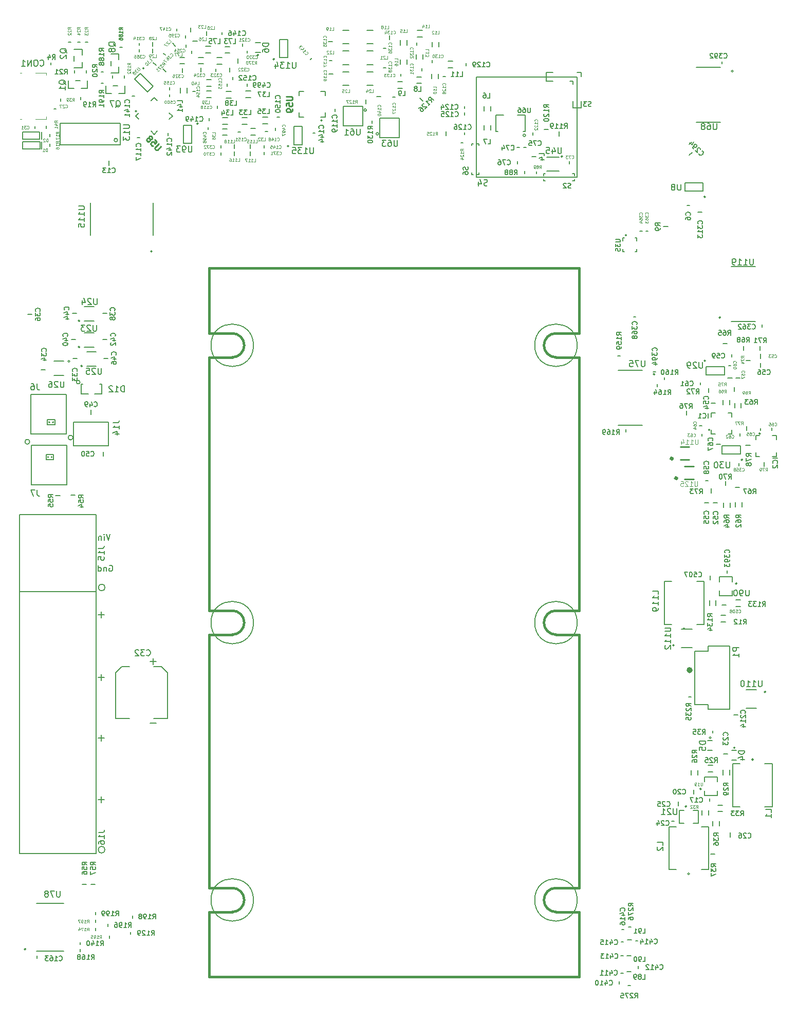
<source format=gbo>
G04 #@! TF.FileFunction,Legend,Bot*
%FSLAX46Y46*%
G04 Gerber Fmt 4.6, Leading zero omitted, Abs format (unit mm)*
G04 Created by KiCad (PCBNEW 4.0.7) date Fri Sep 20 17:05:35 2019*
%MOMM*%
%LPD*%
G01*
G04 APERTURE LIST*
%ADD10C,0.150000*%
%ADD11C,0.200000*%
%ADD12C,0.195580*%
%ADD13C,0.500000*%
%ADD14C,0.120000*%
%ADD15C,0.200660*%
%ADD16C,0.127000*%
%ADD17C,0.152400*%
%ADD18C,0.400000*%
%ADD19C,0.250000*%
%ADD20C,0.125000*%
G04 APERTURE END LIST*
D10*
D11*
X93228780Y-148521980D02*
X93228780Y-147505980D01*
X93736780Y-148013980D02*
X92720780Y-148013980D01*
X93736780Y-158300980D02*
X92720780Y-158300980D01*
X93228780Y-158808980D02*
X93228780Y-157792980D01*
X93228780Y-168841980D02*
X93228780Y-167825980D01*
X93736780Y-168333980D02*
X92720780Y-168333980D01*
X93736780Y-178493980D02*
X92720780Y-178493980D01*
X93228780Y-179001980D02*
X93228780Y-177985980D01*
X93845048Y-186742980D02*
G75*
G03X93845048Y-186742980I-552268J0D01*
G01*
D10*
X92353780Y-144193980D02*
X79753780Y-144193980D01*
X79753780Y-187393980D02*
X79753780Y-144193980D01*
X92353780Y-187393980D02*
X79753780Y-187393980D01*
X92353780Y-187393980D02*
X92353780Y-144193980D01*
D12*
X89863780Y-63054600D02*
X89863780Y-62658360D01*
X90752780Y-58673100D02*
X90752780Y-58276860D01*
X88847780Y-58276860D02*
X88847780Y-58673100D01*
X88244100Y-53584980D02*
X87847860Y-53584980D01*
X90618160Y-53585480D02*
X91014400Y-53585480D01*
X89321060Y-53610380D02*
X89717300Y-53610380D01*
D11*
X193260780Y-163596580D02*
X193260780Y-162796580D01*
X193260780Y-162796580D02*
X191210780Y-162796580D01*
X191210780Y-162796580D02*
X191010780Y-162796580D01*
X191010780Y-162796580D02*
X191010780Y-159096580D01*
X191010780Y-159096580D02*
X191010780Y-153996580D01*
X191010780Y-153996580D02*
X193260780Y-153996580D01*
X193260780Y-153996580D02*
X193260780Y-153196580D01*
X193260780Y-153196580D02*
X196810780Y-153196580D01*
X196810780Y-163596580D02*
X193310780Y-163596580D01*
X193310780Y-163596580D02*
X193260780Y-163596580D01*
X196810780Y-153196580D02*
X196810780Y-163596580D01*
D13*
X190411229Y-157132220D02*
G75*
G03X190411229Y-157132220I-244369J0D01*
G01*
D11*
X155056660Y-75895940D02*
X171616660Y-75895940D01*
X171616660Y-75895940D02*
X171616660Y-59335940D01*
X155056660Y-59335940D02*
X171616660Y-59335940D01*
X155056660Y-75895940D02*
X155056660Y-59335940D01*
D14*
X84193780Y-58643980D02*
X84193780Y-59023980D01*
X80143780Y-58643980D02*
X79883780Y-58643980D01*
X84193780Y-58643980D02*
X82423780Y-58643980D01*
X84193780Y-66263980D02*
X84193780Y-65883980D01*
X82423780Y-66263980D02*
X84193780Y-66263980D01*
X79883780Y-66263980D02*
X80143780Y-66263980D01*
D12*
X202427260Y-123549280D02*
X202427260Y-122853320D01*
D15*
X197740960Y-130254880D02*
X197740960Y-129457320D01*
X198817920Y-130254880D02*
X198817920Y-129457320D01*
X197599400Y-113916180D02*
X197599400Y-113118620D01*
X198676360Y-113916180D02*
X198676360Y-113118620D01*
X195775000Y-130300600D02*
X195775000Y-129503040D01*
X196851960Y-130300600D02*
X196851960Y-129503040D01*
X195703880Y-113399440D02*
X195703880Y-112601880D01*
X196780840Y-113399440D02*
X196780840Y-112601880D01*
D12*
X196092500Y-125952120D02*
X196092500Y-126648080D01*
X201803100Y-104391180D02*
X201803100Y-103695220D01*
X193313740Y-110661320D02*
X193313740Y-111357280D01*
X189687200Y-114371120D02*
X189687200Y-115067080D01*
X196394760Y-103267380D02*
X195698800Y-103267380D01*
X199095460Y-104386100D02*
X199095460Y-103690140D01*
X199597700Y-116940200D02*
X199597700Y-117636160D01*
X200128560Y-120061860D02*
X199432600Y-120061860D01*
D15*
X191495460Y-173645400D02*
X191495460Y-174442960D01*
X190418500Y-173645400D02*
X190418500Y-174442960D01*
X196740560Y-173581900D02*
X196740560Y-174379460D01*
X195663600Y-173581900D02*
X195663600Y-174379460D01*
X194825400Y-179385800D02*
X195622960Y-179385800D01*
X194825400Y-180462760D02*
X195622960Y-180462760D01*
X195076860Y-182002000D02*
X195076860Y-182799560D01*
X193999900Y-182002000D02*
X193999900Y-182799560D01*
D16*
X96396780Y-66955980D02*
X96396780Y-70511980D01*
X86490780Y-66955980D02*
X86490780Y-70511980D01*
X86490780Y-66955980D02*
X96396780Y-66955980D01*
X96396780Y-70511980D02*
X86490780Y-70511980D01*
X95918761Y-69749980D02*
G75*
G03X95918761Y-69749980I-283981J0D01*
G01*
D12*
X193191820Y-125939420D02*
X192795580Y-125939420D01*
X197154220Y-105116500D02*
X197154220Y-105512740D01*
X196966940Y-106941340D02*
X196570700Y-106941340D01*
X191942140Y-109703740D02*
X191942140Y-110099980D01*
X198434380Y-118553100D02*
X198434380Y-118156860D01*
X192236780Y-118558180D02*
X192236780Y-118161940D01*
X192175820Y-116820820D02*
X191779580Y-116820820D01*
X201832900Y-117628540D02*
X201832900Y-117232300D01*
X203727740Y-117211980D02*
X203727740Y-117608220D01*
X198332780Y-123033660D02*
X198332780Y-123429900D01*
X194340260Y-187429980D02*
X193644300Y-187429980D01*
D10*
X108122540Y-70295500D02*
X106772540Y-70295500D01*
X106772540Y-67295500D02*
X106772540Y-70295500D01*
X108122540Y-67295500D02*
X108122540Y-70295500D01*
X108122540Y-67295500D02*
X106772540Y-67295500D01*
D17*
X109233517Y-67055780D02*
G75*
G03X109233517Y-67055780I-146017J0D01*
G01*
D15*
X106959860Y-57195320D02*
X106162300Y-57195320D01*
X106959860Y-56118360D02*
X106162300Y-56118360D01*
X110045960Y-57195320D02*
X109248400Y-57195320D01*
X110045960Y-56118360D02*
X109248400Y-56118360D01*
X111257540Y-55389380D02*
X110459980Y-55389380D01*
X111257540Y-54312420D02*
X110459980Y-54312420D01*
X113109200Y-57228340D02*
X112311640Y-57228340D01*
X113109200Y-56151380D02*
X112311640Y-56151380D01*
X114404600Y-55412240D02*
X113607040Y-55412240D01*
X114404600Y-54335280D02*
X113607040Y-54335280D01*
D12*
X108328920Y-53456440D02*
X109024880Y-53456440D01*
X103775092Y-55719972D02*
X103494908Y-55439788D01*
X99520200Y-54820420D02*
X99520200Y-55216660D01*
X108105400Y-55427480D02*
X108105400Y-55031240D01*
X109649720Y-57830320D02*
X109649720Y-58526280D01*
X112146540Y-58384040D02*
X112146540Y-57987800D01*
X114417300Y-58533900D02*
X114417300Y-57837940D01*
X116482320Y-54276860D02*
X116482320Y-53880620D01*
X117249400Y-55404620D02*
X117249400Y-55008380D01*
X99532900Y-53728220D02*
X99532900Y-54124460D01*
X107076700Y-52923040D02*
X107076700Y-52526800D01*
X107206240Y-54017780D02*
X107206240Y-54414020D01*
X106573780Y-58594860D02*
X106573780Y-57898900D01*
D10*
X122606900Y-53168020D02*
X123956900Y-53168020D01*
X123956900Y-56168020D02*
X123956900Y-53168020D01*
X122606900Y-56168020D02*
X122606900Y-53168020D01*
X122606900Y-56168020D02*
X123956900Y-56168020D01*
D17*
X121787957Y-56407740D02*
G75*
G03X121787957Y-56407740I-146017J0D01*
G01*
D12*
X105460939Y-54253679D02*
X104968821Y-53761561D01*
X101730000Y-53570740D02*
X101730000Y-54266700D01*
X101737620Y-54698500D02*
X101737620Y-55394460D01*
X102265619Y-57443919D02*
X101773501Y-56951801D01*
D10*
X101776977Y-60885103D02*
X100822383Y-61839697D01*
X98701063Y-59718377D02*
X100822383Y-61839697D01*
X99655657Y-58763783D02*
X101776977Y-60885103D01*
X99655657Y-58763783D02*
X98701063Y-59718377D01*
D17*
X100314496Y-57911945D02*
G75*
G03X100314496Y-57911945I-146017J0D01*
G01*
D12*
X192207340Y-81609800D02*
X191511380Y-81609800D01*
X190124861Y-72262279D02*
X190616979Y-71770161D01*
D15*
X113995660Y-68945360D02*
X113198100Y-68945360D01*
X113995660Y-67868400D02*
X113198100Y-67868400D01*
X120627600Y-67075920D02*
X119830040Y-67075920D01*
X120627600Y-65998960D02*
X119830040Y-65998960D01*
X113220960Y-66059920D02*
X114018520Y-66059920D01*
X113220960Y-67136880D02*
X114018520Y-67136880D01*
X116456920Y-66044680D02*
X117254480Y-66044680D01*
X116456920Y-67121640D02*
X117254480Y-67121640D01*
X118628620Y-68884400D02*
X117831060Y-68884400D01*
X118628620Y-67807440D02*
X117831060Y-67807440D01*
D16*
X133032070Y-60729670D02*
X134032070Y-60729670D01*
X133032070Y-58499670D02*
X134032070Y-58499670D01*
X136999550Y-60724590D02*
X137999550Y-60724590D01*
X136999550Y-58494590D02*
X137999550Y-58494590D01*
X133054930Y-57282890D02*
X134054930Y-57282890D01*
X133054930Y-55052890D02*
X134054930Y-55052890D01*
X136986850Y-57282890D02*
X137986850Y-57282890D01*
X136986850Y-55052890D02*
X137986850Y-55052890D01*
X133009210Y-53848810D02*
X134009210Y-53848810D01*
X133009210Y-51618810D02*
X134009210Y-51618810D01*
X136994470Y-53853890D02*
X137994470Y-53853890D01*
X136994470Y-51623890D02*
X137994470Y-51623890D01*
D15*
X142532560Y-57281680D02*
X142532560Y-56484120D01*
X143609520Y-57281680D02*
X143609520Y-56484120D01*
X142547800Y-54096520D02*
X142547800Y-53298960D01*
X143624760Y-54096520D02*
X143624760Y-53298960D01*
X146108880Y-52714760D02*
X145311320Y-52714760D01*
X146108880Y-51637800D02*
X145311320Y-51637800D01*
X145130980Y-56405380D02*
X145130980Y-55607820D01*
X146207940Y-56405380D02*
X146207940Y-55607820D01*
X147759880Y-54355600D02*
X147759880Y-53558040D01*
X148836840Y-54355600D02*
X148836840Y-53558040D01*
X151153320Y-57820160D02*
X150355760Y-57820160D01*
X151153320Y-56743200D02*
X150355760Y-56743200D01*
X147709080Y-59638800D02*
X147709080Y-58841240D01*
X148786040Y-59638800D02*
X148786040Y-58841240D01*
X142049960Y-60121400D02*
X142847520Y-60121400D01*
X142049960Y-61198360D02*
X142847520Y-61198360D01*
X145214800Y-59323840D02*
X146012360Y-59323840D01*
X145214800Y-60400800D02*
X146012360Y-60400800D01*
D12*
X115738100Y-68381480D02*
X116134340Y-68381480D01*
X122580860Y-65981180D02*
X122184620Y-65981180D01*
X111006080Y-66143740D02*
X111006080Y-66539980D01*
X120670780Y-68358620D02*
X120274540Y-68358620D01*
X105700020Y-51376180D02*
X105700020Y-51772420D01*
X113106660Y-52351540D02*
X113106660Y-51955300D01*
X131401010Y-58852670D02*
X130705050Y-58852670D01*
X140095430Y-57862070D02*
X139699190Y-57862070D01*
X130832050Y-56612390D02*
X131228290Y-56612390D01*
X140115750Y-54600710D02*
X139719510Y-54600710D01*
X130672030Y-53480570D02*
X131367990Y-53480570D01*
X140757100Y-53166880D02*
X140757100Y-52470920D01*
X142585900Y-58818380D02*
X142585900Y-59214620D01*
X145199560Y-54078740D02*
X145199560Y-53682500D01*
X146075860Y-58315460D02*
X146075860Y-57919220D01*
X147782740Y-56959100D02*
X147782740Y-56562860D01*
X153345340Y-57507740D02*
X153345340Y-57111500D01*
X149550580Y-59306060D02*
X149946820Y-59306060D01*
X141275260Y-62636000D02*
X141671500Y-62636000D01*
X180100620Y-199437620D02*
X180496860Y-199437620D01*
X179999020Y-209170900D02*
X180395260Y-209170900D01*
X152862740Y-70189960D02*
X152466500Y-70189960D01*
X179889800Y-201632180D02*
X180585760Y-201632180D01*
X179844080Y-204243300D02*
X180540040Y-204243300D01*
X179828840Y-206874740D02*
X180524800Y-206874740D01*
D15*
X106300740Y-61950480D02*
X106300740Y-61152920D01*
X107377700Y-61950480D02*
X107377700Y-61152920D01*
X111389620Y-60863080D02*
X110592060Y-60863080D01*
X111389620Y-59786120D02*
X110592060Y-59786120D01*
X111387080Y-62735060D02*
X110589520Y-62735060D01*
X111387080Y-61658100D02*
X110589520Y-61658100D01*
X114638280Y-62785860D02*
X113840720Y-62785860D01*
X114638280Y-61708900D02*
X113840720Y-61708900D01*
X117838680Y-62760460D02*
X117041120Y-62760460D01*
X117838680Y-61683500D02*
X117041120Y-61683500D01*
D12*
X179358940Y-199925300D02*
X178962700Y-199925300D01*
X178886500Y-201972540D02*
X179282740Y-201972540D01*
X181641900Y-201723980D02*
X181245660Y-201723980D01*
X178861100Y-204253460D02*
X179257340Y-204253460D01*
X181693780Y-206352100D02*
X181693780Y-205955860D01*
X178820460Y-207077940D02*
X179216700Y-207077940D01*
X178613780Y-208455860D02*
X178613780Y-208852100D01*
X104478280Y-61061200D02*
X104478280Y-61457440D01*
X108288400Y-61761700D02*
X108684640Y-61761700D01*
X113934700Y-60858000D02*
X113934700Y-60461760D01*
X114874500Y-59778500D02*
X114874500Y-59382260D01*
X137838640Y-66567920D02*
X137838640Y-66964160D01*
X161851280Y-73241320D02*
X161851280Y-73637560D01*
X163236100Y-70924020D02*
X162839860Y-70924020D01*
X170361280Y-73251320D02*
X170361280Y-73647560D01*
D15*
X156294280Y-64942320D02*
X156294280Y-64144760D01*
X157371240Y-64942320D02*
X157371240Y-64144760D01*
X156294280Y-68091920D02*
X156294280Y-67294360D01*
X157371240Y-68091920D02*
X157371240Y-67294360D01*
D11*
X163138085Y-68964940D02*
G75*
G03X163138085Y-68964940I-200805J0D01*
G01*
D10*
X162701280Y-68359440D02*
X163051280Y-68359440D01*
X163051280Y-68359440D02*
X163051280Y-65609440D01*
X163051280Y-65609440D02*
X161801280Y-65609440D01*
X158551280Y-68359440D02*
X158251280Y-68359440D01*
X158251280Y-68359440D02*
X158251280Y-65609440D01*
X158251280Y-65609440D02*
X159501280Y-65609440D01*
X124969100Y-67513940D02*
X126319100Y-67513940D01*
X126319100Y-70513940D02*
X126319100Y-67513940D01*
X124969100Y-70513940D02*
X124969100Y-67513940D01*
X124969100Y-70513940D02*
X126319100Y-70513940D01*
D17*
X124150157Y-70753660D02*
G75*
G03X124150157Y-70753660I-146017J0D01*
G01*
D12*
X166183300Y-68029440D02*
X166879260Y-68029440D01*
X110576820Y-52506480D02*
X110576820Y-51810520D01*
X107942840Y-51241560D02*
X107942840Y-51937520D01*
X190155400Y-80482520D02*
X189759160Y-80482520D01*
X99182380Y-69333980D02*
X99578620Y-69333980D01*
X153121820Y-65630660D02*
X153121820Y-65234420D01*
X183345280Y-84772100D02*
X182949040Y-84772100D01*
X182367380Y-84759400D02*
X181971140Y-84759400D01*
D10*
X189407280Y-78157520D02*
X189407280Y-76807520D01*
X192407280Y-76807520D02*
X189407280Y-76807520D01*
X192407280Y-78157520D02*
X189407280Y-78157520D01*
X192407280Y-78157520D02*
X192407280Y-76807520D01*
D17*
X192793017Y-79122480D02*
G75*
G03X192793017Y-79122480I-146017J0D01*
G01*
D12*
X120043400Y-70614140D02*
X120043400Y-71010380D01*
X112964420Y-71787620D02*
X112964420Y-72183860D01*
X120053560Y-72153380D02*
X120053560Y-71757140D01*
X112959340Y-71010380D02*
X112959340Y-70614140D01*
X117815820Y-71160240D02*
X117815820Y-70464280D01*
X115176760Y-72326100D02*
X115176760Y-71630140D01*
X117820900Y-71622520D02*
X117820900Y-72318480D01*
X115184380Y-71160240D02*
X115184380Y-70464280D01*
X162133740Y-70924020D02*
X161737500Y-70924020D01*
X112344660Y-64492740D02*
X112344660Y-64096500D01*
X131724860Y-64614660D02*
X131724860Y-65010900D01*
X164381280Y-68907560D02*
X164381280Y-68511320D01*
X153129440Y-64546080D02*
X153129440Y-64149840D01*
X153121820Y-68879320D02*
X153121820Y-68483080D01*
X98740420Y-62483600D02*
X98344180Y-62483600D01*
X104264920Y-68983460D02*
X104264920Y-68587220D01*
X127698568Y-56489592D02*
X127978752Y-56209408D01*
X128493980Y-68561820D02*
X128097740Y-68561820D01*
X121935700Y-67774420D02*
X121935700Y-68170660D01*
X110807960Y-67637260D02*
X110807960Y-68033500D01*
X117277340Y-60494780D02*
X117277340Y-60891020D01*
X104493520Y-62206740D02*
X104493520Y-62602980D01*
X139322000Y-62613140D02*
X138626040Y-62613140D01*
X186581240Y-84035500D02*
X185885280Y-84035500D01*
X168631280Y-69067420D02*
X168631280Y-68371460D01*
X150045880Y-69011400D02*
X150045880Y-68315440D01*
X145753601Y-62854761D02*
X146245719Y-63346879D01*
X136825180Y-63753600D02*
X136825180Y-63057640D01*
X115773660Y-57040380D02*
X115773660Y-56344420D01*
X103873439Y-58508179D02*
X103381321Y-58016061D01*
X92257300Y-199634980D02*
X92257300Y-200031220D01*
X94473780Y-73881960D02*
X94473780Y-73186000D01*
X193496980Y-178354560D02*
X193496980Y-178750800D01*
X190893480Y-177529060D02*
X190893480Y-176833100D01*
X195765200Y-170907280D02*
X196461160Y-170907280D01*
X187238060Y-182032780D02*
X187634300Y-182032780D01*
X188353480Y-179497560D02*
X188353480Y-178801600D01*
X196887880Y-183932400D02*
X196887880Y-184628360D01*
X85405660Y-64613980D02*
X85801900Y-64613980D01*
X82283780Y-67445860D02*
X82283780Y-67842100D01*
X194088440Y-129581780D02*
X194784400Y-129581780D01*
X201818340Y-105717060D02*
X201818340Y-105021100D01*
X193727760Y-113142900D02*
X194423720Y-113142900D01*
X192635560Y-129515740D02*
X193331520Y-129515740D01*
X201843740Y-107210580D02*
X201843740Y-106514620D01*
X197766360Y-108941740D02*
X198462320Y-108941740D01*
X195257520Y-119872480D02*
X194561560Y-119872480D01*
X197476800Y-164532180D02*
X198172760Y-164532180D01*
D11*
X83413780Y-71183980D02*
X83413780Y-69983980D01*
X80313780Y-71183980D02*
X80313780Y-69983980D01*
X80313780Y-69983980D02*
X83113780Y-69983980D01*
X83113780Y-69983980D02*
X83113780Y-71183980D01*
X83113780Y-71183980D02*
X80313780Y-71183980D01*
X83403780Y-69573980D02*
X83403780Y-68373980D01*
X80303780Y-69573980D02*
X80303780Y-68373980D01*
X80303780Y-68373980D02*
X83103780Y-68373980D01*
X83103780Y-68373980D02*
X83103780Y-69573980D01*
X83103780Y-69573980D02*
X80303780Y-69573980D01*
D10*
X197132100Y-114760140D02*
X196482100Y-114760140D01*
X194382100Y-114760140D02*
X193732100Y-114760140D01*
X197132100Y-115410140D02*
X197132100Y-114760140D01*
X193732100Y-115410140D02*
X193732100Y-114760140D01*
X193732100Y-118160140D02*
X193732100Y-117510140D01*
X194382100Y-118160140D02*
X193732100Y-118160140D01*
X197132100Y-118160140D02*
X197132100Y-117510140D01*
X197132100Y-118160140D02*
X196482100Y-118160140D01*
D17*
X193538397Y-117520180D02*
G75*
G03X193538397Y-117520180I-146017J0D01*
G01*
D10*
X204467620Y-121883780D02*
X204467620Y-121233780D01*
X204467620Y-119133780D02*
X204467620Y-118483780D01*
X203817620Y-121883780D02*
X204467620Y-121883780D01*
X203817620Y-118483780D02*
X204467620Y-118483780D01*
X201067620Y-118483780D02*
X201717620Y-118483780D01*
X201067620Y-119133780D02*
X201067620Y-118483780D01*
X201067620Y-121883780D02*
X201717620Y-121883780D01*
X201067620Y-121883780D02*
X201067620Y-121233780D01*
D17*
X201853597Y-118144060D02*
G75*
G03X201853597Y-118144060I-146017J0D01*
G01*
D12*
X84963780Y-57342100D02*
X84963780Y-56945860D01*
X84793780Y-70385860D02*
X84793780Y-70782100D01*
X84769380Y-68779260D02*
X84769380Y-69175500D01*
D15*
X193984660Y-173922260D02*
X193187100Y-173922260D01*
X193984660Y-172845300D02*
X193187100Y-172845300D01*
X192196500Y-181046960D02*
X192196500Y-180249400D01*
X193273460Y-181046960D02*
X193273460Y-180249400D01*
D12*
X193984300Y-167112820D02*
X193984300Y-167509060D01*
X86583780Y-62905860D02*
X86583780Y-63302100D01*
X197720640Y-127021460D02*
X198416600Y-127021460D01*
X197550460Y-111204880D02*
X197550460Y-110508920D01*
X193750620Y-127897760D02*
X193750620Y-127201800D01*
X200184440Y-106086780D02*
X199488480Y-106086780D01*
X96697400Y-54435480D02*
X96301160Y-54435480D01*
X95102280Y-59126860D02*
X95102280Y-59523100D01*
X93202360Y-58550280D02*
X93598600Y-58550280D01*
X93598600Y-60379080D02*
X93202360Y-60379080D01*
X97070780Y-59126860D02*
X97070780Y-59523100D01*
X190037460Y-161546180D02*
X190433700Y-161546180D01*
D10*
X194750180Y-175516680D02*
X194750180Y-174716680D01*
X194750180Y-177816680D02*
X194750180Y-177016680D01*
X192650180Y-177816680D02*
X192650180Y-177016680D01*
X192650180Y-175516680D02*
X192650180Y-174716680D01*
X192650180Y-174716680D02*
X194750180Y-174716680D01*
X192650180Y-177816680D02*
X194750180Y-177816680D01*
D17*
X192106477Y-176726720D02*
G75*
G03X192106477Y-176726720I-146017J0D01*
G01*
D10*
X190779880Y-182396680D02*
X191579880Y-182396680D01*
X188479880Y-182396680D02*
X189279880Y-182396680D01*
X188479880Y-180296680D02*
X189279880Y-180296680D01*
X190779880Y-180296680D02*
X191579880Y-180296680D01*
X191579880Y-180296680D02*
X191579880Y-182396680D01*
X188479880Y-180296680D02*
X188479880Y-182396680D01*
D17*
X189715857Y-179606960D02*
G75*
G03X189715857Y-179606960I-146017J0D01*
G01*
D10*
X195906620Y-107091840D02*
X195906620Y-108441840D01*
X192906620Y-108441840D02*
X195906620Y-108441840D01*
X192906620Y-107091840D02*
X195906620Y-107091840D01*
X192906620Y-107091840D02*
X192906620Y-108441840D01*
D17*
X192812917Y-106126880D02*
G75*
G03X192812917Y-106126880I-146017J0D01*
G01*
D10*
X195543140Y-121477120D02*
X195543140Y-120127120D01*
X198543140Y-120127120D02*
X195543140Y-120127120D01*
X198543140Y-121477120D02*
X195543140Y-121477120D01*
X198543140Y-121477120D02*
X198543140Y-120127120D01*
D17*
X198928877Y-122442080D02*
G75*
G03X198928877Y-122442080I-146017J0D01*
G01*
D10*
X201219780Y-163401380D02*
X199469780Y-163401380D01*
X201219780Y-160351380D02*
X199469780Y-160351380D01*
D17*
X202730517Y-160716340D02*
G75*
G03X202730517Y-160716340I-146017J0D01*
G01*
D12*
X94329940Y-198964420D02*
X94329940Y-199360660D01*
X92267460Y-198324340D02*
X92267460Y-198720580D01*
X98363460Y-197643620D02*
X98363460Y-198039860D01*
X92303020Y-197044180D02*
X92303020Y-197440420D01*
X89281760Y-105763980D02*
X88585800Y-105763980D01*
X83344440Y-107580300D02*
X84040400Y-107580300D01*
X81841760Y-98503980D02*
X81145800Y-98503980D01*
X94201760Y-98323980D02*
X93505800Y-98323980D01*
X88978160Y-102606980D02*
X88282200Y-102606980D01*
X94181760Y-102583980D02*
X93485800Y-102583980D01*
X89171760Y-98283980D02*
X88475800Y-98283980D01*
X94361760Y-105783980D02*
X93665800Y-105783980D01*
X93603780Y-121861960D02*
X93603780Y-121166000D01*
X202142780Y-100173660D02*
X202142780Y-100569900D01*
X180925660Y-98863980D02*
X181321900Y-98863980D01*
X195493780Y-57182100D02*
X195493780Y-56785860D01*
X84193780Y-67832100D02*
X84193780Y-67435860D01*
X88256800Y-128245740D02*
X88952760Y-128245740D01*
X85737120Y-128382900D02*
X86433080Y-128382900D01*
X90801760Y-192443980D02*
X90105800Y-192443980D01*
X92231760Y-192433980D02*
X91535800Y-192433980D01*
X98094220Y-200305540D02*
X98094220Y-200701780D01*
X178348060Y-105299380D02*
X178744300Y-105299380D01*
X186044260Y-108850300D02*
X186044260Y-109246540D01*
X184835220Y-110008540D02*
X184835220Y-110404780D01*
X179648540Y-117852060D02*
X179648540Y-117455820D01*
X94619500Y-200930380D02*
X94619500Y-201326620D01*
D10*
X90413780Y-103878980D02*
X92013780Y-103878980D01*
X90413780Y-101528980D02*
X92013780Y-101528980D01*
D17*
X89720077Y-103864020D02*
G75*
G03X89720077Y-103864020I-146017J0D01*
G01*
D10*
X90413780Y-99558980D02*
X92013780Y-99558980D01*
X90413780Y-97208980D02*
X92013780Y-97208980D01*
D17*
X89720077Y-99544020D02*
G75*
G03X89720077Y-99544020I-146017J0D01*
G01*
D10*
X90823780Y-107028980D02*
X92423780Y-107028980D01*
X90823780Y-104678980D02*
X92423780Y-104678980D01*
D17*
X90130077Y-107014020D02*
G75*
G03X90130077Y-107014020I-146017J0D01*
G01*
D10*
X87042580Y-106207180D02*
X85442580Y-106207180D01*
X87042580Y-108557180D02*
X85442580Y-108557180D01*
D17*
X88028317Y-106222140D02*
G75*
G03X88028317Y-106222140I-146017J0D01*
G01*
D12*
X91541600Y-114952780D02*
X91541600Y-114256820D01*
X82623780Y-204235860D02*
X82623780Y-204632100D01*
X184149420Y-107940980D02*
X184545660Y-107940980D01*
X164963780Y-74905860D02*
X164963780Y-75302100D01*
X163033780Y-75282100D02*
X163033780Y-74885860D01*
X89763780Y-202392100D02*
X89763780Y-201995860D01*
X89763780Y-203145860D02*
X89763780Y-203542100D01*
D11*
X104113780Y-157573980D02*
X103113780Y-156573980D01*
X95613780Y-157573980D02*
X96613780Y-156573980D01*
D10*
X101763780Y-156223980D02*
X101763780Y-155223980D01*
X101263780Y-155723980D02*
X102263780Y-155723980D01*
D11*
X101313780Y-165873980D02*
X102313780Y-165873980D01*
X96613780Y-156573980D02*
X97863780Y-156573980D01*
X101863780Y-156573980D02*
X103113780Y-156573980D01*
X101863780Y-165073980D02*
X104113780Y-165073980D01*
X95613780Y-165073980D02*
X97863780Y-165073980D01*
X104113780Y-165073980D02*
X104113780Y-157573980D01*
X95613780Y-165073980D02*
X95613780Y-157573980D01*
X99056894Y-64965161D02*
G75*
G03X99056894Y-64965161I-127000J0D01*
G01*
X101938280Y-68818539D02*
X102468610Y-68288209D01*
X101407950Y-68288209D02*
X101938280Y-68818539D01*
X98897721Y-65777980D02*
X99428051Y-66308310D01*
X99428051Y-65247650D02*
X98897721Y-65777980D01*
X104978839Y-65777980D02*
X104448509Y-65247650D01*
X104448509Y-66308310D02*
X104978839Y-65777980D01*
X101938280Y-62737421D02*
X102468610Y-63267751D01*
X101407950Y-63267751D02*
X101938280Y-62737421D01*
X129650240Y-66539420D02*
G75*
G03X129650240Y-66539420I-127000J0D01*
G01*
X130120740Y-61687420D02*
X129370740Y-61687420D01*
X130120740Y-62437420D02*
X130120740Y-61687420D01*
X130120740Y-65987420D02*
X130120740Y-65237420D01*
X129370740Y-65987420D02*
X130120740Y-65987420D01*
X125820740Y-61687420D02*
X125820740Y-62437420D01*
X126570740Y-61687420D02*
X125820740Y-61687420D01*
X125820740Y-65987420D02*
X125820740Y-65237420D01*
X126570740Y-65987420D02*
X125820740Y-65987420D01*
X171653540Y-103583340D02*
G75*
G03X171653540Y-103583340I-3500000J0D01*
G01*
X118313540Y-103583340D02*
G75*
G03X118313540Y-103583340I-3500000J0D01*
G01*
X171653540Y-195023340D02*
G75*
G03X171653540Y-195023340I-3500000J0D01*
G01*
X118313540Y-195023340D02*
G75*
G03X118313540Y-195023340I-3500000J0D01*
G01*
X171653540Y-149303340D02*
G75*
G03X171653540Y-149303340I-3500000J0D01*
G01*
X118313540Y-149303340D02*
G75*
G03X118313540Y-149303340I-3500000J0D01*
G01*
D18*
X166173540Y-103583340D02*
G75*
G03X168153540Y-105563340I1980000J0D01*
G01*
X166173540Y-149303340D02*
G75*
G03X168153540Y-151283340I1980000J0D01*
G01*
X166173540Y-195023340D02*
G75*
G03X168153540Y-197003340I1980000J0D01*
G01*
X116793540Y-195023340D02*
G75*
G03X114813540Y-193043340I-1980000J0D01*
G01*
X116793540Y-149303340D02*
G75*
G03X114813540Y-147323340I-1980000J0D01*
G01*
X116793540Y-103583340D02*
G75*
G03X114813540Y-101603340I-1980000J0D01*
G01*
X116793540Y-103583340D02*
G75*
G02X114813540Y-105563340I-1980000J0D01*
G01*
X116793540Y-149303340D02*
G75*
G02X114813540Y-151283340I-1980000J0D01*
G01*
X116793540Y-195023340D02*
G75*
G02X114813540Y-197003340I-1980000J0D01*
G01*
X166173540Y-195023340D02*
G75*
G02X168153540Y-193043340I1980000J0D01*
G01*
X166173540Y-103583340D02*
G75*
G02X168153540Y-101603340I1980000J0D01*
G01*
X166173540Y-149303340D02*
G75*
G02X168153540Y-147323340I1980000J0D01*
G01*
X111003540Y-101603340D02*
X114813540Y-101603340D01*
X111003540Y-105563340D02*
X114813540Y-105563340D01*
X111003540Y-147323340D02*
X114813540Y-147323340D01*
X111003540Y-151283340D02*
X114813540Y-151283340D01*
X111003540Y-193043340D02*
X114813540Y-193043340D01*
X111003540Y-197003340D02*
X114813540Y-197003340D01*
X168153540Y-197003340D02*
X171963540Y-197003340D01*
X168153540Y-193043340D02*
X171963540Y-193043340D01*
X168153540Y-151283340D02*
X171963540Y-151283340D01*
X168153540Y-147323340D02*
X171963540Y-147323340D01*
X168153540Y-105563340D02*
X171963540Y-105563340D01*
X168153540Y-101603340D02*
X171963540Y-101603340D01*
X111003540Y-90883340D02*
X111003540Y-101603340D01*
X111003540Y-105563340D02*
X111003540Y-147323340D01*
X111003540Y-151283340D02*
X111003540Y-193043340D01*
X111003540Y-197003340D02*
X111003540Y-207723340D01*
X171963540Y-197003340D02*
X171963540Y-207723340D01*
X171963540Y-151283340D02*
X171963540Y-193043340D01*
X171963540Y-105563340D02*
X171963540Y-147323340D01*
X171963540Y-90883340D02*
X171963540Y-101603340D01*
X111003540Y-207723340D02*
X171963540Y-207723340D01*
X111003540Y-90883340D02*
X171963540Y-90883340D01*
D11*
X166100340Y-75586180D02*
X166100340Y-75286180D01*
X166100340Y-75286180D02*
X166400340Y-75286180D01*
X171200340Y-75286180D02*
X171200340Y-75586180D01*
X171200340Y-76486180D02*
X170900340Y-76486180D01*
X171200340Y-76186180D02*
X171200340Y-76486180D01*
X171200340Y-75286180D02*
X170900340Y-75286180D01*
X166100340Y-76486180D02*
X166400340Y-76486180D01*
X166100340Y-76486180D02*
X166100340Y-76186180D01*
X170417060Y-60035540D02*
X170917060Y-60035540D01*
X170917060Y-60035540D02*
X170917060Y-60535540D01*
X172317060Y-58635540D02*
X172317060Y-59235540D01*
X171617060Y-58635540D02*
X172317060Y-58635540D01*
X172317060Y-64435540D02*
X172317060Y-63335540D01*
X170917060Y-64435540D02*
X170917060Y-63335540D01*
X170917060Y-64435540D02*
X172317060Y-64435540D01*
X166517060Y-58635540D02*
X167617060Y-58635540D01*
X166517060Y-60035540D02*
X167617060Y-60035540D01*
D12*
X166517060Y-60035540D02*
X166517060Y-58635540D01*
D11*
X155147980Y-70333900D02*
X155447980Y-70333900D01*
X155447980Y-70333900D02*
X155447980Y-70633900D01*
X155447980Y-75433900D02*
X155147980Y-75433900D01*
X154247980Y-75433900D02*
X154247980Y-75133900D01*
X154547980Y-75433900D02*
X154247980Y-75433900D01*
X155447980Y-75433900D02*
X155447980Y-75133900D01*
X154247980Y-70333900D02*
X154247980Y-70633900D01*
X154247980Y-70333900D02*
X154547980Y-70333900D01*
D12*
X196338880Y-141146400D02*
X196338880Y-140750160D01*
X193595680Y-142286860D02*
X193595680Y-141590900D01*
X196178860Y-146358480D02*
X195482900Y-146358480D01*
D15*
X195305100Y-148118700D02*
X196102660Y-148118700D01*
X195305100Y-149195660D02*
X196102660Y-149195660D01*
X197768900Y-145553300D02*
X198566460Y-145553300D01*
X197768900Y-146630260D02*
X198566460Y-146630260D01*
X193450900Y-146452460D02*
X193450900Y-145654900D01*
X194527860Y-146452460D02*
X194527860Y-145654900D01*
D10*
X195060280Y-144060480D02*
X195060280Y-144860480D01*
X195060280Y-141760480D02*
X195060280Y-142560480D01*
X197160280Y-141760480D02*
X197160280Y-142560480D01*
X197160280Y-144060480D02*
X197160280Y-144860480D01*
X197160280Y-144860480D02*
X195060280Y-144860480D01*
X197160280Y-141760480D02*
X195060280Y-141760480D01*
D17*
X197996017Y-142850440D02*
G75*
G03X197996017Y-142850440I-146017J0D01*
G01*
D11*
X93861048Y-143505980D02*
G75*
G03X93861048Y-143505980I-552268J0D01*
G01*
D10*
X92353780Y-131473980D02*
X79753780Y-131473980D01*
X79753780Y-144193980D02*
X79753780Y-131473980D01*
X92353780Y-144193980D02*
X79753780Y-144193980D01*
X92353780Y-144193980D02*
X92353780Y-131473980D01*
X202570080Y-172564280D02*
X203770080Y-172564280D01*
X202570080Y-179664280D02*
X203770080Y-179664280D01*
X197270080Y-179664280D02*
X198470080Y-179664280D01*
X197270080Y-172564280D02*
X198470080Y-172564280D01*
X203770080Y-172564280D02*
X203770080Y-179664280D01*
X197270080Y-172564280D02*
X197270080Y-179664280D01*
D17*
X200706057Y-171874560D02*
G75*
G03X200706057Y-171874560I-146017J0D01*
G01*
D10*
X188005280Y-190027480D02*
X186805280Y-190027480D01*
X188005280Y-182927480D02*
X186805280Y-182927480D01*
X193305280Y-182927480D02*
X192105280Y-182927480D01*
X193305280Y-190027480D02*
X192105280Y-190027480D01*
X186805280Y-190027480D02*
X186805280Y-182927480D01*
X193305280Y-190027480D02*
X193305280Y-182927480D01*
D17*
X190161337Y-190717200D02*
G75*
G03X190161337Y-190717200I-146017J0D01*
G01*
D12*
X164193300Y-72449440D02*
X164889260Y-72449440D01*
D10*
X187240380Y-149590980D02*
X186040380Y-149590980D01*
X187240380Y-142490980D02*
X186040380Y-142490980D01*
X192540380Y-142490980D02*
X191340380Y-142490980D01*
X192540380Y-149590980D02*
X191340380Y-149590980D01*
X186040380Y-149590980D02*
X186040380Y-142490980D01*
X192540380Y-149590980D02*
X192540380Y-142490980D01*
D17*
X189396437Y-150280700D02*
G75*
G03X189396437Y-150280700I-146017J0D01*
G01*
D12*
X196470960Y-108941740D02*
X197166920Y-108941740D01*
D19*
X188623780Y-122428980D02*
X190093780Y-122428980D01*
D13*
X187336893Y-122244980D02*
G75*
G03X187336893Y-122244980I-115953J0D01*
G01*
D19*
X188623780Y-120278980D02*
X190093780Y-120278980D01*
X189342220Y-125678380D02*
X190812220Y-125678380D01*
D13*
X188055333Y-125494380D02*
G75*
G03X188055333Y-125494380I-115953J0D01*
G01*
D19*
X189342220Y-123528380D02*
X190812220Y-123528380D01*
D11*
X88554292Y-118793980D02*
G75*
G03X88554292Y-118793980I-390512J0D01*
G01*
X81663780Y-118193980D02*
X87463780Y-118193980D01*
X81663780Y-111693980D02*
X87463780Y-111693980D01*
X87463780Y-118193980D02*
X87463780Y-111693980D01*
X81663780Y-111693980D02*
X81663780Y-118193980D01*
X81432892Y-119483380D02*
G75*
G03X81432892Y-119483380I-390512J0D01*
G01*
X87542380Y-120083380D02*
X81742380Y-120083380D01*
X87542380Y-126583380D02*
X81742380Y-126583380D01*
X81742380Y-120083380D02*
X81742380Y-126583380D01*
X87542380Y-126583380D02*
X87542380Y-120083380D01*
X94425780Y-120127180D02*
X94425780Y-116227180D01*
X94425780Y-116227180D02*
X88625780Y-116227180D01*
X94425780Y-120127180D02*
X88625780Y-120127180D01*
X88625780Y-120127180D02*
X88625780Y-116227180D01*
D10*
X166661280Y-74849440D02*
X168661280Y-74849440D01*
X166661280Y-72549440D02*
X168661280Y-72549440D01*
D17*
X169247257Y-72459720D02*
G75*
G03X169247257Y-72459720I-146017J0D01*
G01*
D11*
X197351894Y-58403980D02*
G75*
G03X197351894Y-58403980I-158114J0D01*
G01*
D10*
X195293780Y-66778980D02*
X191293780Y-66778980D01*
X195293780Y-57728980D02*
X191293780Y-57728980D01*
D11*
X184461894Y-108353980D02*
G75*
G03X184461894Y-108353980I-158114J0D01*
G01*
D10*
X182403780Y-116728980D02*
X178403780Y-116728980D01*
X182403780Y-107678980D02*
X178403780Y-107678980D01*
X82573780Y-195543980D02*
X87073780Y-195543980D01*
X82573780Y-203443980D02*
X87073780Y-203443980D01*
D17*
X80830077Y-203154020D02*
G75*
G03X80830077Y-203154020I-146017J0D01*
G01*
D10*
X91473780Y-85403980D02*
X91473780Y-80103980D01*
X101773780Y-85403980D02*
X101773780Y-80103980D01*
D17*
X101629837Y-88093700D02*
G75*
G03X101629837Y-88093700I-146017J0D01*
G01*
D11*
X195302094Y-99014780D02*
G75*
G03X195302094Y-99014780I-158114J0D01*
G01*
D10*
X197043980Y-90639780D02*
X201043980Y-90639780D01*
X197043980Y-99689780D02*
X201043980Y-99689780D01*
X90069280Y-57865980D02*
X88769280Y-57865980D01*
X90069280Y-54765980D02*
X88769280Y-54765980D01*
X90069280Y-57865980D02*
X90069280Y-56915980D01*
X90069280Y-55715980D02*
X90069280Y-54765980D01*
X88769280Y-56715980D02*
X88769280Y-55915980D01*
X87805780Y-61220480D02*
X87805780Y-59920480D01*
X90905780Y-61220480D02*
X90905780Y-59920480D01*
X87805780Y-61220480D02*
X88755780Y-61220480D01*
X89955780Y-61220480D02*
X90905780Y-61220480D01*
X88955780Y-59920480D02*
X89755780Y-59920480D01*
X96133280Y-58652480D02*
X94833280Y-58652480D01*
X96133280Y-55552480D02*
X94833280Y-55552480D01*
X96133280Y-58652480D02*
X96133280Y-57702480D01*
X96133280Y-56502480D02*
X96133280Y-55552480D01*
X94833280Y-57502480D02*
X94833280Y-56702480D01*
X93996780Y-62070480D02*
X93996780Y-60770480D01*
X97096780Y-62070480D02*
X97096780Y-60770480D01*
X93996780Y-62070480D02*
X94946780Y-62070480D01*
X96146780Y-62070480D02*
X97096780Y-62070480D01*
X95146780Y-60770480D02*
X95946780Y-60770480D01*
D11*
X179799280Y-85445020D02*
G75*
G03X179799280Y-85445020I-127000J0D01*
G01*
D10*
X181207280Y-85882520D02*
X181457280Y-85882520D01*
X181457280Y-86332520D02*
X181457280Y-85882520D01*
X179407280Y-85882520D02*
X179157280Y-85882520D01*
X179157280Y-86332520D02*
X179157280Y-85882520D01*
X181457280Y-88182520D02*
X181457280Y-87732520D01*
X181207280Y-88182520D02*
X181457280Y-88182520D01*
X179157280Y-88182520D02*
X179157280Y-87732520D01*
X179407280Y-88182520D02*
X179157280Y-88182520D01*
D11*
X85575700Y-116668500D02*
X84375700Y-116668500D01*
X85575700Y-115868500D02*
X84375700Y-115868500D01*
X84775700Y-116268500D02*
G75*
G03X84775700Y-116268500I-100000J0D01*
G01*
X85375700Y-116268500D02*
G75*
G03X85375700Y-116268500I-100000J0D01*
G01*
D15*
X85575700Y-115868500D02*
X85575700Y-116668500D01*
X84375700Y-115868500D02*
X84375700Y-116668500D01*
D11*
X84147100Y-121608900D02*
X85347100Y-121608900D01*
X84147100Y-122408900D02*
X85347100Y-122408900D01*
X85147100Y-122008900D02*
G75*
G03X85147100Y-122008900I-100000J0D01*
G01*
X84547100Y-122008900D02*
G75*
G03X84547100Y-122008900I-100000J0D01*
G01*
D15*
X84147100Y-122408900D02*
X84147100Y-121608900D01*
X85347100Y-122408900D02*
X85347100Y-121608900D01*
D10*
X188850300Y-150354300D02*
X190600300Y-150354300D01*
X188850300Y-153404300D02*
X190600300Y-153404300D01*
D17*
X187631597Y-153039340D02*
G75*
G03X187631597Y-153039340I-146017J0D01*
G01*
D11*
X89733948Y-109657500D02*
G75*
G03X89733948Y-109657500I-291548J0D01*
G01*
D16*
X89892400Y-111607500D02*
X89892400Y-110007500D01*
X89892400Y-110007500D02*
X90192400Y-110007500D01*
X92092400Y-111607500D02*
X93292400Y-111607500D01*
X93292400Y-111607500D02*
X93292400Y-110007500D01*
X93292400Y-110007500D02*
X92992400Y-110007500D01*
X91092400Y-111607500D02*
X89892400Y-111607500D01*
D10*
X136319520Y-64200840D02*
X136319520Y-67400840D01*
X133119520Y-64200840D02*
X133119520Y-67400840D01*
X136319520Y-64200840D02*
X133119520Y-64200840D01*
X136919520Y-64800840D02*
G75*
G03X136919520Y-64800840I-200000J0D01*
G01*
X136319520Y-67400840D02*
X133119520Y-67400840D01*
X139116460Y-69313460D02*
X139116460Y-66113460D01*
X142316460Y-69313460D02*
X142316460Y-66113460D01*
X139116460Y-69313460D02*
X142316460Y-69313460D01*
X138916460Y-68713460D02*
G75*
G03X138916460Y-68713460I-200000J0D01*
G01*
X139116460Y-66113460D02*
X142316460Y-66113460D01*
X119464460Y-53689220D02*
X118664460Y-53689220D01*
X119464460Y-55289220D02*
X118664460Y-55289220D01*
D17*
X119170517Y-55728940D02*
G75*
G03X119170517Y-55728940I-146017J0D01*
G01*
D10*
X193122380Y-170335680D02*
X193922380Y-170335680D01*
X193122380Y-168735680D02*
X193922380Y-168735680D01*
D17*
X193708357Y-168295960D02*
G75*
G03X193708357Y-168295960I-146017J0D01*
G01*
D10*
X197084780Y-171973980D02*
X197884780Y-171973980D01*
X197084780Y-170373980D02*
X197884780Y-170373980D01*
D17*
X197670757Y-169934260D02*
G75*
G03X197670757Y-169934260I-146017J0D01*
G01*
D11*
X92770061Y-183882057D02*
X93484347Y-183882057D01*
X93627204Y-183834437D01*
X93722442Y-183739199D01*
X93770061Y-183596342D01*
X93770061Y-183501104D01*
X93770061Y-184882057D02*
X93770061Y-184310628D01*
X93770061Y-184596342D02*
X92770061Y-184596342D01*
X92912918Y-184501104D01*
X93008156Y-184405866D01*
X93055775Y-184310628D01*
X92770061Y-185739200D02*
X92770061Y-185548723D01*
X92817680Y-185453485D01*
X92865299Y-185405866D01*
X93008156Y-185310628D01*
X93198632Y-185263009D01*
X93579585Y-185263009D01*
X93674823Y-185310628D01*
X93722442Y-185358247D01*
X93770061Y-185453485D01*
X93770061Y-185643962D01*
X93722442Y-185739200D01*
X93674823Y-185786819D01*
X93579585Y-185834438D01*
X93341490Y-185834438D01*
X93246251Y-185786819D01*
X93198632Y-185739200D01*
X93151013Y-185643962D01*
X93151013Y-185453485D01*
X93198632Y-185358247D01*
X93246251Y-185310628D01*
X93341490Y-185263009D01*
X91838066Y-64245885D02*
X92104733Y-63864932D01*
X92295209Y-64245885D02*
X92295209Y-63445885D01*
X91990447Y-63445885D01*
X91914256Y-63483980D01*
X91876161Y-63522075D01*
X91838066Y-63598266D01*
X91838066Y-63712551D01*
X91876161Y-63788742D01*
X91914256Y-63826837D01*
X91990447Y-63864932D01*
X92295209Y-63864932D01*
X91076161Y-64245885D02*
X91533304Y-64245885D01*
X91304733Y-64245885D02*
X91304733Y-63445885D01*
X91380923Y-63560170D01*
X91457114Y-63636361D01*
X91533304Y-63674456D01*
X90695209Y-64245885D02*
X90542828Y-64245885D01*
X90466637Y-64207790D01*
X90428542Y-64169694D01*
X90352351Y-64055409D01*
X90314256Y-63903028D01*
X90314256Y-63598266D01*
X90352351Y-63522075D01*
X90390447Y-63483980D01*
X90466637Y-63445885D01*
X90619018Y-63445885D01*
X90695209Y-63483980D01*
X90733304Y-63522075D01*
X90771399Y-63598266D01*
X90771399Y-63788742D01*
X90733304Y-63864932D01*
X90695209Y-63903028D01*
X90619018Y-63941123D01*
X90466637Y-63941123D01*
X90390447Y-63903028D01*
X90352351Y-63864932D01*
X90314256Y-63788742D01*
X92585685Y-57769694D02*
X92204732Y-57503027D01*
X92585685Y-57312551D02*
X91785685Y-57312551D01*
X91785685Y-57617313D01*
X91823780Y-57693504D01*
X91861875Y-57731599D01*
X91938066Y-57769694D01*
X92052351Y-57769694D01*
X92128542Y-57731599D01*
X92166637Y-57693504D01*
X92204732Y-57617313D01*
X92204732Y-57312551D01*
X91861875Y-58074456D02*
X91823780Y-58112551D01*
X91785685Y-58188742D01*
X91785685Y-58379218D01*
X91823780Y-58455408D01*
X91861875Y-58493504D01*
X91938066Y-58531599D01*
X92014256Y-58531599D01*
X92128542Y-58493504D01*
X92585685Y-58036361D01*
X92585685Y-58531599D01*
X91785685Y-59026837D02*
X91785685Y-59103028D01*
X91823780Y-59179218D01*
X91861875Y-59217313D01*
X91938066Y-59255409D01*
X92090447Y-59293504D01*
X92280923Y-59293504D01*
X92433304Y-59255409D01*
X92509494Y-59217313D01*
X92547590Y-59179218D01*
X92585685Y-59103028D01*
X92585685Y-59026837D01*
X92547590Y-58950647D01*
X92509494Y-58912551D01*
X92433304Y-58874456D01*
X92280923Y-58836361D01*
X92090447Y-58836361D01*
X91938066Y-58874456D01*
X91861875Y-58912551D01*
X91823780Y-58950647D01*
X91785685Y-59026837D01*
X87150266Y-58852445D02*
X87416933Y-58471492D01*
X87607409Y-58852445D02*
X87607409Y-58052445D01*
X87302647Y-58052445D01*
X87226456Y-58090540D01*
X87188361Y-58128635D01*
X87150266Y-58204826D01*
X87150266Y-58319111D01*
X87188361Y-58395302D01*
X87226456Y-58433397D01*
X87302647Y-58471492D01*
X87607409Y-58471492D01*
X86845504Y-58128635D02*
X86807409Y-58090540D01*
X86731218Y-58052445D01*
X86540742Y-58052445D01*
X86464552Y-58090540D01*
X86426456Y-58128635D01*
X86388361Y-58204826D01*
X86388361Y-58281016D01*
X86426456Y-58395302D01*
X86883599Y-58852445D01*
X86388361Y-58852445D01*
X85626456Y-58852445D02*
X86083599Y-58852445D01*
X85855028Y-58852445D02*
X85855028Y-58052445D01*
X85931218Y-58166730D01*
X86007409Y-58242921D01*
X86083599Y-58281016D01*
D20*
X88249970Y-51462552D02*
X88011875Y-51295885D01*
X88249970Y-51176838D02*
X87749970Y-51176838D01*
X87749970Y-51367314D01*
X87773780Y-51414933D01*
X87797590Y-51438742D01*
X87845209Y-51462552D01*
X87916637Y-51462552D01*
X87964256Y-51438742D01*
X87988066Y-51414933D01*
X88011875Y-51367314D01*
X88011875Y-51176838D01*
X87797590Y-51653028D02*
X87773780Y-51676838D01*
X87749970Y-51724457D01*
X87749970Y-51843504D01*
X87773780Y-51891123D01*
X87797590Y-51914933D01*
X87845209Y-51938742D01*
X87892828Y-51938742D01*
X87964256Y-51914933D01*
X88249970Y-51629219D01*
X88249970Y-51938742D01*
X87797590Y-52129218D02*
X87773780Y-52153028D01*
X87749970Y-52200647D01*
X87749970Y-52319694D01*
X87773780Y-52367313D01*
X87797590Y-52391123D01*
X87845209Y-52414932D01*
X87892828Y-52414932D01*
X87964256Y-52391123D01*
X88249970Y-52105409D01*
X88249970Y-52414932D01*
X91049970Y-51462552D02*
X90811875Y-51295885D01*
X91049970Y-51176838D02*
X90549970Y-51176838D01*
X90549970Y-51367314D01*
X90573780Y-51414933D01*
X90597590Y-51438742D01*
X90645209Y-51462552D01*
X90716637Y-51462552D01*
X90764256Y-51438742D01*
X90788066Y-51414933D01*
X90811875Y-51367314D01*
X90811875Y-51176838D01*
X90597590Y-51653028D02*
X90573780Y-51676838D01*
X90549970Y-51724457D01*
X90549970Y-51843504D01*
X90573780Y-51891123D01*
X90597590Y-51914933D01*
X90645209Y-51938742D01*
X90692828Y-51938742D01*
X90764256Y-51914933D01*
X91049970Y-51629219D01*
X91049970Y-51938742D01*
X90549970Y-52105409D02*
X90549970Y-52414932D01*
X90740447Y-52248266D01*
X90740447Y-52319694D01*
X90764256Y-52367313D01*
X90788066Y-52391123D01*
X90835685Y-52414932D01*
X90954732Y-52414932D01*
X91002351Y-52391123D01*
X91026161Y-52367313D01*
X91049970Y-52319694D01*
X91049970Y-52176837D01*
X91026161Y-52129218D01*
X91002351Y-52105409D01*
X89749970Y-51462552D02*
X89511875Y-51295885D01*
X89749970Y-51176838D02*
X89249970Y-51176838D01*
X89249970Y-51367314D01*
X89273780Y-51414933D01*
X89297590Y-51438742D01*
X89345209Y-51462552D01*
X89416637Y-51462552D01*
X89464256Y-51438742D01*
X89488066Y-51414933D01*
X89511875Y-51367314D01*
X89511875Y-51176838D01*
X89297590Y-51653028D02*
X89273780Y-51676838D01*
X89249970Y-51724457D01*
X89249970Y-51843504D01*
X89273780Y-51891123D01*
X89297590Y-51914933D01*
X89345209Y-51938742D01*
X89392828Y-51938742D01*
X89464256Y-51914933D01*
X89749970Y-51629219D01*
X89749970Y-51938742D01*
X89416637Y-52367313D02*
X89749970Y-52367313D01*
X89226161Y-52248266D02*
X89583304Y-52129218D01*
X89583304Y-52438742D01*
D11*
X198313161Y-153458485D02*
X197313161Y-153458485D01*
X197313161Y-153839438D01*
X197360780Y-153934676D01*
X197408399Y-153982295D01*
X197503637Y-154029914D01*
X197646494Y-154029914D01*
X197741732Y-153982295D01*
X197789351Y-153934676D01*
X197836970Y-153839438D01*
X197836970Y-153458485D01*
X198313161Y-154982295D02*
X198313161Y-154410866D01*
X198313161Y-154696580D02*
X197313161Y-154696580D01*
X197456018Y-154601342D01*
X197551256Y-154506104D01*
X197598875Y-154410866D01*
D10*
X156845685Y-77218742D02*
X156702828Y-77266361D01*
X156464732Y-77266361D01*
X156369494Y-77218742D01*
X156321875Y-77171123D01*
X156274256Y-77075885D01*
X156274256Y-76980647D01*
X156321875Y-76885409D01*
X156369494Y-76837790D01*
X156464732Y-76790170D01*
X156655209Y-76742551D01*
X156750447Y-76694932D01*
X156798066Y-76647313D01*
X156845685Y-76552075D01*
X156845685Y-76456837D01*
X156798066Y-76361599D01*
X156750447Y-76313980D01*
X156655209Y-76266361D01*
X156417113Y-76266361D01*
X156274256Y-76313980D01*
X155417113Y-76599694D02*
X155417113Y-77266361D01*
X155655209Y-76218742D02*
X155893304Y-76933028D01*
X155274256Y-76933028D01*
X83158065Y-57441123D02*
X83205684Y-57488742D01*
X83348541Y-57536361D01*
X83443779Y-57536361D01*
X83586637Y-57488742D01*
X83681875Y-57393504D01*
X83729494Y-57298266D01*
X83777113Y-57107790D01*
X83777113Y-56964932D01*
X83729494Y-56774456D01*
X83681875Y-56679218D01*
X83586637Y-56583980D01*
X83443779Y-56536361D01*
X83348541Y-56536361D01*
X83205684Y-56583980D01*
X83158065Y-56631599D01*
X82539018Y-56536361D02*
X82348541Y-56536361D01*
X82253303Y-56583980D01*
X82158065Y-56679218D01*
X82110446Y-56869694D01*
X82110446Y-57203028D01*
X82158065Y-57393504D01*
X82253303Y-57488742D01*
X82348541Y-57536361D01*
X82539018Y-57536361D01*
X82634256Y-57488742D01*
X82729494Y-57393504D01*
X82777113Y-57203028D01*
X82777113Y-56869694D01*
X82729494Y-56679218D01*
X82634256Y-56583980D01*
X82539018Y-56536361D01*
X81681875Y-57536361D02*
X81681875Y-56536361D01*
X81110446Y-57536361D01*
X81110446Y-56536361D01*
X80110446Y-57536361D02*
X80681875Y-57536361D01*
X80396161Y-57536361D02*
X80396161Y-56536361D01*
X80491399Y-56679218D01*
X80586637Y-56774456D01*
X80681875Y-56822075D01*
D20*
X202677568Y-124326650D02*
X202844235Y-124088555D01*
X202963282Y-124326650D02*
X202963282Y-123826650D01*
X202772806Y-123826650D01*
X202725187Y-123850460D01*
X202701378Y-123874270D01*
X202677568Y-123921889D01*
X202677568Y-123993317D01*
X202701378Y-124040936D01*
X202725187Y-124064746D01*
X202772806Y-124088555D01*
X202963282Y-124088555D01*
X202510901Y-123826650D02*
X202177568Y-123826650D01*
X202391854Y-124326650D01*
X201963283Y-124326650D02*
X201868045Y-124326650D01*
X201820426Y-124302841D01*
X201796616Y-124279031D01*
X201748997Y-124207603D01*
X201725188Y-124112365D01*
X201725188Y-123921889D01*
X201748997Y-123874270D01*
X201772807Y-123850460D01*
X201820426Y-123826650D01*
X201915664Y-123826650D01*
X201963283Y-123850460D01*
X201987092Y-123874270D01*
X202010902Y-123921889D01*
X202010902Y-124040936D01*
X201987092Y-124088555D01*
X201963283Y-124112365D01*
X201915664Y-124136174D01*
X201820426Y-124136174D01*
X201772807Y-124112365D01*
X201748997Y-124088555D01*
X201725188Y-124040936D01*
D11*
X198605685Y-132039694D02*
X198224732Y-131773027D01*
X198605685Y-131582551D02*
X197805685Y-131582551D01*
X197805685Y-131887313D01*
X197843780Y-131963504D01*
X197881875Y-132001599D01*
X197958066Y-132039694D01*
X198072351Y-132039694D01*
X198148542Y-132001599D01*
X198186637Y-131963504D01*
X198224732Y-131887313D01*
X198224732Y-131582551D01*
X197805685Y-132725408D02*
X197805685Y-132573027D01*
X197843780Y-132496837D01*
X197881875Y-132458742D01*
X197996161Y-132382551D01*
X198148542Y-132344456D01*
X198453304Y-132344456D01*
X198529494Y-132382551D01*
X198567590Y-132420646D01*
X198605685Y-132496837D01*
X198605685Y-132649218D01*
X198567590Y-132725408D01*
X198529494Y-132763504D01*
X198453304Y-132801599D01*
X198262828Y-132801599D01*
X198186637Y-132763504D01*
X198148542Y-132725408D01*
X198110447Y-132649218D01*
X198110447Y-132496837D01*
X198148542Y-132420646D01*
X198186637Y-132382551D01*
X198262828Y-132344456D01*
X197881875Y-133106361D02*
X197843780Y-133144456D01*
X197805685Y-133220647D01*
X197805685Y-133411123D01*
X197843780Y-133487313D01*
X197881875Y-133525409D01*
X197958066Y-133563504D01*
X198034256Y-133563504D01*
X198148542Y-133525409D01*
X198605685Y-133068266D01*
X198605685Y-133563504D01*
X200868066Y-113315885D02*
X201134733Y-112934932D01*
X201325209Y-113315885D02*
X201325209Y-112515885D01*
X201020447Y-112515885D01*
X200944256Y-112553980D01*
X200906161Y-112592075D01*
X200868066Y-112668266D01*
X200868066Y-112782551D01*
X200906161Y-112858742D01*
X200944256Y-112896837D01*
X201020447Y-112934932D01*
X201325209Y-112934932D01*
X200182352Y-112515885D02*
X200334733Y-112515885D01*
X200410923Y-112553980D01*
X200449018Y-112592075D01*
X200525209Y-112706361D01*
X200563304Y-112858742D01*
X200563304Y-113163504D01*
X200525209Y-113239694D01*
X200487114Y-113277790D01*
X200410923Y-113315885D01*
X200258542Y-113315885D01*
X200182352Y-113277790D01*
X200144256Y-113239694D01*
X200106161Y-113163504D01*
X200106161Y-112973028D01*
X200144256Y-112896837D01*
X200182352Y-112858742D01*
X200258542Y-112820647D01*
X200410923Y-112820647D01*
X200487114Y-112858742D01*
X200525209Y-112896837D01*
X200563304Y-112973028D01*
X199839494Y-112515885D02*
X199344256Y-112515885D01*
X199610923Y-112820647D01*
X199496637Y-112820647D01*
X199420447Y-112858742D01*
X199382351Y-112896837D01*
X199344256Y-112973028D01*
X199344256Y-113163504D01*
X199382351Y-113239694D01*
X199420447Y-113277790D01*
X199496637Y-113315885D01*
X199725209Y-113315885D01*
X199801399Y-113277790D01*
X199839494Y-113239694D01*
X196665685Y-132069694D02*
X196284732Y-131803027D01*
X196665685Y-131612551D02*
X195865685Y-131612551D01*
X195865685Y-131917313D01*
X195903780Y-131993504D01*
X195941875Y-132031599D01*
X196018066Y-132069694D01*
X196132351Y-132069694D01*
X196208542Y-132031599D01*
X196246637Y-131993504D01*
X196284732Y-131917313D01*
X196284732Y-131612551D01*
X195865685Y-132755408D02*
X195865685Y-132603027D01*
X195903780Y-132526837D01*
X195941875Y-132488742D01*
X196056161Y-132412551D01*
X196208542Y-132374456D01*
X196513304Y-132374456D01*
X196589494Y-132412551D01*
X196627590Y-132450646D01*
X196665685Y-132526837D01*
X196665685Y-132679218D01*
X196627590Y-132755408D01*
X196589494Y-132793504D01*
X196513304Y-132831599D01*
X196322828Y-132831599D01*
X196246637Y-132793504D01*
X196208542Y-132755408D01*
X196170447Y-132679218D01*
X196170447Y-132526837D01*
X196208542Y-132450646D01*
X196246637Y-132412551D01*
X196322828Y-132374456D01*
X196132351Y-133517313D02*
X196665685Y-133517313D01*
X195827590Y-133326837D02*
X196399018Y-133136361D01*
X196399018Y-133631599D01*
D20*
X195915208Y-111390170D02*
X196081875Y-111152075D01*
X196200922Y-111390170D02*
X196200922Y-110890170D01*
X196010446Y-110890170D01*
X195962827Y-110913980D01*
X195939018Y-110937790D01*
X195915208Y-110985409D01*
X195915208Y-111056837D01*
X195939018Y-111104456D01*
X195962827Y-111128266D01*
X196010446Y-111152075D01*
X196200922Y-111152075D01*
X195486637Y-110890170D02*
X195581875Y-110890170D01*
X195629494Y-110913980D01*
X195653303Y-110937790D01*
X195700922Y-111009218D01*
X195724732Y-111104456D01*
X195724732Y-111294932D01*
X195700922Y-111342551D01*
X195677113Y-111366361D01*
X195629494Y-111390170D01*
X195534256Y-111390170D01*
X195486637Y-111366361D01*
X195462827Y-111342551D01*
X195439018Y-111294932D01*
X195439018Y-111175885D01*
X195462827Y-111128266D01*
X195486637Y-111104456D01*
X195534256Y-111080647D01*
X195629494Y-111080647D01*
X195677113Y-111104456D01*
X195700922Y-111128266D01*
X195724732Y-111175885D01*
X195010447Y-110890170D02*
X195105685Y-110890170D01*
X195153304Y-110913980D01*
X195177113Y-110937790D01*
X195224732Y-111009218D01*
X195248542Y-111104456D01*
X195248542Y-111294932D01*
X195224732Y-111342551D01*
X195200923Y-111366361D01*
X195153304Y-111390170D01*
X195058066Y-111390170D01*
X195010447Y-111366361D01*
X194986637Y-111342551D01*
X194962828Y-111294932D01*
X194962828Y-111175885D01*
X194986637Y-111128266D01*
X195010447Y-111104456D01*
X195058066Y-111080647D01*
X195153304Y-111080647D01*
X195200923Y-111104456D01*
X195224732Y-111128266D01*
X195248542Y-111175885D01*
D11*
X196591546Y-125610445D02*
X196858213Y-125229492D01*
X197048689Y-125610445D02*
X197048689Y-124810445D01*
X196743927Y-124810445D01*
X196667736Y-124848540D01*
X196629641Y-124886635D01*
X196591546Y-124962826D01*
X196591546Y-125077111D01*
X196629641Y-125153302D01*
X196667736Y-125191397D01*
X196743927Y-125229492D01*
X197048689Y-125229492D01*
X196324879Y-124810445D02*
X195791546Y-124810445D01*
X196134403Y-125610445D01*
X195334403Y-124810445D02*
X195258212Y-124810445D01*
X195182022Y-124848540D01*
X195143927Y-124886635D01*
X195105831Y-124962826D01*
X195067736Y-125115207D01*
X195067736Y-125305683D01*
X195105831Y-125458064D01*
X195143927Y-125534254D01*
X195182022Y-125572350D01*
X195258212Y-125610445D01*
X195334403Y-125610445D01*
X195410593Y-125572350D01*
X195448689Y-125534254D01*
X195486784Y-125458064D01*
X195524879Y-125305683D01*
X195524879Y-125115207D01*
X195486784Y-124962826D01*
X195448689Y-124886635D01*
X195410593Y-124848540D01*
X195334403Y-124810445D01*
X202339386Y-103135105D02*
X202606053Y-102754152D01*
X202796529Y-103135105D02*
X202796529Y-102335105D01*
X202491767Y-102335105D01*
X202415576Y-102373200D01*
X202377481Y-102411295D01*
X202339386Y-102487486D01*
X202339386Y-102601771D01*
X202377481Y-102677962D01*
X202415576Y-102716057D01*
X202491767Y-102754152D01*
X202796529Y-102754152D01*
X202072719Y-102335105D02*
X201539386Y-102335105D01*
X201882243Y-103135105D01*
X200815576Y-103135105D02*
X201272719Y-103135105D01*
X201044148Y-103135105D02*
X201044148Y-102335105D01*
X201120338Y-102449390D01*
X201196529Y-102525581D01*
X201272719Y-102563676D01*
X191260086Y-111589645D02*
X191526753Y-111208692D01*
X191717229Y-111589645D02*
X191717229Y-110789645D01*
X191412467Y-110789645D01*
X191336276Y-110827740D01*
X191298181Y-110865835D01*
X191260086Y-110942026D01*
X191260086Y-111056311D01*
X191298181Y-111132502D01*
X191336276Y-111170597D01*
X191412467Y-111208692D01*
X191717229Y-111208692D01*
X190993419Y-110789645D02*
X190460086Y-110789645D01*
X190802943Y-111589645D01*
X190193419Y-110865835D02*
X190155324Y-110827740D01*
X190079133Y-110789645D01*
X189888657Y-110789645D01*
X189812467Y-110827740D01*
X189774371Y-110865835D01*
X189736276Y-110942026D01*
X189736276Y-111018216D01*
X189774371Y-111132502D01*
X190231514Y-111589645D01*
X189736276Y-111589645D01*
X190130646Y-113981085D02*
X190397313Y-113600132D01*
X190587789Y-113981085D02*
X190587789Y-113181085D01*
X190283027Y-113181085D01*
X190206836Y-113219180D01*
X190168741Y-113257275D01*
X190130646Y-113333466D01*
X190130646Y-113447751D01*
X190168741Y-113523942D01*
X190206836Y-113562037D01*
X190283027Y-113600132D01*
X190587789Y-113600132D01*
X189863979Y-113181085D02*
X189330646Y-113181085D01*
X189673503Y-113981085D01*
X188683027Y-113181085D02*
X188835408Y-113181085D01*
X188911598Y-113219180D01*
X188949693Y-113257275D01*
X189025884Y-113371561D01*
X189063979Y-113523942D01*
X189063979Y-113828704D01*
X189025884Y-113904894D01*
X188987789Y-113942990D01*
X188911598Y-113981085D01*
X188759217Y-113981085D01*
X188683027Y-113942990D01*
X188644931Y-113904894D01*
X188606836Y-113828704D01*
X188606836Y-113638228D01*
X188644931Y-113562037D01*
X188683027Y-113523942D01*
X188759217Y-113485847D01*
X188911598Y-113485847D01*
X188987789Y-113523942D01*
X189025884Y-113562037D01*
X189063979Y-113638228D01*
X196468066Y-101905885D02*
X196734733Y-101524932D01*
X196925209Y-101905885D02*
X196925209Y-101105885D01*
X196620447Y-101105885D01*
X196544256Y-101143980D01*
X196506161Y-101182075D01*
X196468066Y-101258266D01*
X196468066Y-101372551D01*
X196506161Y-101448742D01*
X196544256Y-101486837D01*
X196620447Y-101524932D01*
X196925209Y-101524932D01*
X195782352Y-101105885D02*
X195934733Y-101105885D01*
X196010923Y-101143980D01*
X196049018Y-101182075D01*
X196125209Y-101296361D01*
X196163304Y-101448742D01*
X196163304Y-101753504D01*
X196125209Y-101829694D01*
X196087114Y-101867790D01*
X196010923Y-101905885D01*
X195858542Y-101905885D01*
X195782352Y-101867790D01*
X195744256Y-101829694D01*
X195706161Y-101753504D01*
X195706161Y-101563028D01*
X195744256Y-101486837D01*
X195782352Y-101448742D01*
X195858542Y-101410647D01*
X196010923Y-101410647D01*
X196087114Y-101448742D01*
X196125209Y-101486837D01*
X196163304Y-101563028D01*
X194982351Y-101105885D02*
X195363304Y-101105885D01*
X195401399Y-101486837D01*
X195363304Y-101448742D01*
X195287113Y-101410647D01*
X195096637Y-101410647D01*
X195020447Y-101448742D01*
X194982351Y-101486837D01*
X194944256Y-101563028D01*
X194944256Y-101753504D01*
X194982351Y-101829694D01*
X195020447Y-101867790D01*
X195096637Y-101905885D01*
X195287113Y-101905885D01*
X195363304Y-101867790D01*
X195401399Y-101829694D01*
X199538066Y-103075885D02*
X199804733Y-102694932D01*
X199995209Y-103075885D02*
X199995209Y-102275885D01*
X199690447Y-102275885D01*
X199614256Y-102313980D01*
X199576161Y-102352075D01*
X199538066Y-102428266D01*
X199538066Y-102542551D01*
X199576161Y-102618742D01*
X199614256Y-102656837D01*
X199690447Y-102694932D01*
X199995209Y-102694932D01*
X198852352Y-102275885D02*
X199004733Y-102275885D01*
X199080923Y-102313980D01*
X199119018Y-102352075D01*
X199195209Y-102466361D01*
X199233304Y-102618742D01*
X199233304Y-102923504D01*
X199195209Y-102999694D01*
X199157114Y-103037790D01*
X199080923Y-103075885D01*
X198928542Y-103075885D01*
X198852352Y-103037790D01*
X198814256Y-102999694D01*
X198776161Y-102923504D01*
X198776161Y-102733028D01*
X198814256Y-102656837D01*
X198852352Y-102618742D01*
X198928542Y-102580647D01*
X199080923Y-102580647D01*
X199157114Y-102618742D01*
X199195209Y-102656837D01*
X199233304Y-102733028D01*
X198319018Y-102618742D02*
X198395209Y-102580647D01*
X198433304Y-102542551D01*
X198471399Y-102466361D01*
X198471399Y-102428266D01*
X198433304Y-102352075D01*
X198395209Y-102313980D01*
X198319018Y-102275885D01*
X198166637Y-102275885D01*
X198090447Y-102313980D01*
X198052351Y-102352075D01*
X198014256Y-102428266D01*
X198014256Y-102466361D01*
X198052351Y-102542551D01*
X198090447Y-102580647D01*
X198166637Y-102618742D01*
X198319018Y-102618742D01*
X198395209Y-102656837D01*
X198433304Y-102694932D01*
X198471399Y-102771123D01*
X198471399Y-102923504D01*
X198433304Y-102999694D01*
X198395209Y-103037790D01*
X198319018Y-103075885D01*
X198166637Y-103075885D01*
X198090447Y-103037790D01*
X198052351Y-102999694D01*
X198014256Y-102923504D01*
X198014256Y-102771123D01*
X198052351Y-102694932D01*
X198090447Y-102656837D01*
X198166637Y-102618742D01*
D20*
X198655208Y-116660170D02*
X198821875Y-116422075D01*
X198940922Y-116660170D02*
X198940922Y-116160170D01*
X198750446Y-116160170D01*
X198702827Y-116183980D01*
X198679018Y-116207790D01*
X198655208Y-116255409D01*
X198655208Y-116326837D01*
X198679018Y-116374456D01*
X198702827Y-116398266D01*
X198750446Y-116422075D01*
X198940922Y-116422075D01*
X198488541Y-116160170D02*
X198155208Y-116160170D01*
X198369494Y-116660170D01*
X198012351Y-116160170D02*
X197679018Y-116160170D01*
X197893304Y-116660170D01*
D11*
X200295685Y-121889694D02*
X199914732Y-121623027D01*
X200295685Y-121432551D02*
X199495685Y-121432551D01*
X199495685Y-121737313D01*
X199533780Y-121813504D01*
X199571875Y-121851599D01*
X199648066Y-121889694D01*
X199762351Y-121889694D01*
X199838542Y-121851599D01*
X199876637Y-121813504D01*
X199914732Y-121737313D01*
X199914732Y-121432551D01*
X199495685Y-122156361D02*
X199495685Y-122689694D01*
X200295685Y-122346837D01*
X199838542Y-123108742D02*
X199800447Y-123032551D01*
X199762351Y-122994456D01*
X199686161Y-122956361D01*
X199648066Y-122956361D01*
X199571875Y-122994456D01*
X199533780Y-123032551D01*
X199495685Y-123108742D01*
X199495685Y-123261123D01*
X199533780Y-123337313D01*
X199571875Y-123375409D01*
X199648066Y-123413504D01*
X199686161Y-123413504D01*
X199762351Y-123375409D01*
X199800447Y-123337313D01*
X199838542Y-123261123D01*
X199838542Y-123108742D01*
X199876637Y-123032551D01*
X199914732Y-122994456D01*
X199990923Y-122956361D01*
X200143304Y-122956361D01*
X200219494Y-122994456D01*
X200257590Y-123032551D01*
X200295685Y-123108742D01*
X200295685Y-123261123D01*
X200257590Y-123337313D01*
X200219494Y-123375409D01*
X200143304Y-123413504D01*
X199990923Y-123413504D01*
X199914732Y-123375409D01*
X199876637Y-123337313D01*
X199838542Y-123261123D01*
X191395085Y-170812094D02*
X191014132Y-170545427D01*
X191395085Y-170354951D02*
X190595085Y-170354951D01*
X190595085Y-170659713D01*
X190633180Y-170735904D01*
X190671275Y-170773999D01*
X190747466Y-170812094D01*
X190861751Y-170812094D01*
X190937942Y-170773999D01*
X190976037Y-170735904D01*
X191014132Y-170659713D01*
X191014132Y-170354951D01*
X190671275Y-171116856D02*
X190633180Y-171154951D01*
X190595085Y-171231142D01*
X190595085Y-171421618D01*
X190633180Y-171497808D01*
X190671275Y-171535904D01*
X190747466Y-171573999D01*
X190823656Y-171573999D01*
X190937942Y-171535904D01*
X191395085Y-171078761D01*
X191395085Y-171573999D01*
X190595085Y-172259713D02*
X190595085Y-172107332D01*
X190633180Y-172031142D01*
X190671275Y-171993047D01*
X190785561Y-171916856D01*
X190937942Y-171878761D01*
X191242704Y-171878761D01*
X191318894Y-171916856D01*
X191356990Y-171954951D01*
X191395085Y-172031142D01*
X191395085Y-172183523D01*
X191356990Y-172259713D01*
X191318894Y-172297809D01*
X191242704Y-172335904D01*
X191052228Y-172335904D01*
X190976037Y-172297809D01*
X190937942Y-172259713D01*
X190899847Y-172183523D01*
X190899847Y-172031142D01*
X190937942Y-171954951D01*
X190976037Y-171916856D01*
X191052228Y-171878761D01*
X196565685Y-176189694D02*
X196184732Y-175923027D01*
X196565685Y-175732551D02*
X195765685Y-175732551D01*
X195765685Y-176037313D01*
X195803780Y-176113504D01*
X195841875Y-176151599D01*
X195918066Y-176189694D01*
X196032351Y-176189694D01*
X196108542Y-176151599D01*
X196146637Y-176113504D01*
X196184732Y-176037313D01*
X196184732Y-175732551D01*
X195841875Y-176494456D02*
X195803780Y-176532551D01*
X195765685Y-176608742D01*
X195765685Y-176799218D01*
X195803780Y-176875408D01*
X195841875Y-176913504D01*
X195918066Y-176951599D01*
X195994256Y-176951599D01*
X196108542Y-176913504D01*
X196565685Y-176456361D01*
X196565685Y-176951599D01*
X196565685Y-177332551D02*
X196565685Y-177484932D01*
X196527590Y-177561123D01*
X196489494Y-177599218D01*
X196375209Y-177675409D01*
X196222828Y-177713504D01*
X195918066Y-177713504D01*
X195841875Y-177675409D01*
X195803780Y-177637313D01*
X195765685Y-177561123D01*
X195765685Y-177408742D01*
X195803780Y-177332551D01*
X195841875Y-177294456D01*
X195918066Y-177256361D01*
X196108542Y-177256361D01*
X196184732Y-177294456D01*
X196222828Y-177332551D01*
X196260923Y-177408742D01*
X196260923Y-177561123D01*
X196222828Y-177637313D01*
X196184732Y-177675409D01*
X196108542Y-177713504D01*
X198588066Y-181125885D02*
X198854733Y-180744932D01*
X199045209Y-181125885D02*
X199045209Y-180325885D01*
X198740447Y-180325885D01*
X198664256Y-180363980D01*
X198626161Y-180402075D01*
X198588066Y-180478266D01*
X198588066Y-180592551D01*
X198626161Y-180668742D01*
X198664256Y-180706837D01*
X198740447Y-180744932D01*
X199045209Y-180744932D01*
X198321399Y-180325885D02*
X197826161Y-180325885D01*
X198092828Y-180630647D01*
X197978542Y-180630647D01*
X197902352Y-180668742D01*
X197864256Y-180706837D01*
X197826161Y-180783028D01*
X197826161Y-180973504D01*
X197864256Y-181049694D01*
X197902352Y-181087790D01*
X197978542Y-181125885D01*
X198207114Y-181125885D01*
X198283304Y-181087790D01*
X198321399Y-181049694D01*
X197559494Y-180325885D02*
X197064256Y-180325885D01*
X197330923Y-180630647D01*
X197216637Y-180630647D01*
X197140447Y-180668742D01*
X197102351Y-180706837D01*
X197064256Y-180783028D01*
X197064256Y-180973504D01*
X197102351Y-181049694D01*
X197140447Y-181087790D01*
X197216637Y-181125885D01*
X197445209Y-181125885D01*
X197521399Y-181087790D01*
X197559494Y-181049694D01*
X194935685Y-184469694D02*
X194554732Y-184203027D01*
X194935685Y-184012551D02*
X194135685Y-184012551D01*
X194135685Y-184317313D01*
X194173780Y-184393504D01*
X194211875Y-184431599D01*
X194288066Y-184469694D01*
X194402351Y-184469694D01*
X194478542Y-184431599D01*
X194516637Y-184393504D01*
X194554732Y-184317313D01*
X194554732Y-184012551D01*
X194135685Y-184736361D02*
X194135685Y-185231599D01*
X194440447Y-184964932D01*
X194440447Y-185079218D01*
X194478542Y-185155408D01*
X194516637Y-185193504D01*
X194592828Y-185231599D01*
X194783304Y-185231599D01*
X194859494Y-185193504D01*
X194897590Y-185155408D01*
X194935685Y-185079218D01*
X194935685Y-184850646D01*
X194897590Y-184774456D01*
X194859494Y-184736361D01*
X194135685Y-185917313D02*
X194135685Y-185764932D01*
X194173780Y-185688742D01*
X194211875Y-185650647D01*
X194326161Y-185574456D01*
X194478542Y-185536361D01*
X194783304Y-185536361D01*
X194859494Y-185574456D01*
X194897590Y-185612551D01*
X194935685Y-185688742D01*
X194935685Y-185841123D01*
X194897590Y-185917313D01*
X194859494Y-185955409D01*
X194783304Y-185993504D01*
X194592828Y-185993504D01*
X194516637Y-185955409D01*
X194478542Y-185917313D01*
X194440447Y-185841123D01*
X194440447Y-185688742D01*
X194478542Y-185612551D01*
X194516637Y-185574456D01*
X194592828Y-185536361D01*
X96876161Y-67245885D02*
X97685685Y-67245885D01*
X97780923Y-67293504D01*
X97828542Y-67341123D01*
X97876161Y-67436361D01*
X97876161Y-67626838D01*
X97828542Y-67722076D01*
X97780923Y-67769695D01*
X97685685Y-67817314D01*
X96876161Y-67817314D01*
X97876161Y-68817314D02*
X97876161Y-68245885D01*
X97876161Y-68531599D02*
X96876161Y-68531599D01*
X97019018Y-68436361D01*
X97114256Y-68341123D01*
X97161875Y-68245885D01*
X96876161Y-69150647D02*
X96876161Y-69769695D01*
X97257113Y-69436361D01*
X97257113Y-69579219D01*
X97304732Y-69674457D01*
X97352351Y-69722076D01*
X97447590Y-69769695D01*
X97685685Y-69769695D01*
X97780923Y-69722076D01*
X97828542Y-69674457D01*
X97876161Y-69579219D01*
X97876161Y-69293504D01*
X97828542Y-69198266D01*
X97780923Y-69150647D01*
X193263854Y-123213334D02*
X193301950Y-123175239D01*
X193340045Y-123060953D01*
X193340045Y-122984763D01*
X193301950Y-122870477D01*
X193225759Y-122794286D01*
X193149569Y-122756191D01*
X192997188Y-122718096D01*
X192882902Y-122718096D01*
X192730521Y-122756191D01*
X192654330Y-122794286D01*
X192578140Y-122870477D01*
X192540045Y-122984763D01*
X192540045Y-123060953D01*
X192578140Y-123175239D01*
X192616235Y-123213334D01*
X192540045Y-123937144D02*
X192540045Y-123556191D01*
X192920997Y-123518096D01*
X192882902Y-123556191D01*
X192844807Y-123632382D01*
X192844807Y-123822858D01*
X192882902Y-123899048D01*
X192920997Y-123937144D01*
X192997188Y-123975239D01*
X193187664Y-123975239D01*
X193263854Y-123937144D01*
X193301950Y-123899048D01*
X193340045Y-123822858D01*
X193340045Y-123632382D01*
X193301950Y-123556191D01*
X193263854Y-123518096D01*
X192882902Y-124432382D02*
X192844807Y-124356191D01*
X192806711Y-124318096D01*
X192730521Y-124280001D01*
X192692426Y-124280001D01*
X192616235Y-124318096D01*
X192578140Y-124356191D01*
X192540045Y-124432382D01*
X192540045Y-124584763D01*
X192578140Y-124660953D01*
X192616235Y-124699049D01*
X192692426Y-124737144D01*
X192730521Y-124737144D01*
X192806711Y-124699049D01*
X192844807Y-124660953D01*
X192882902Y-124584763D01*
X192882902Y-124432382D01*
X192920997Y-124356191D01*
X192959092Y-124318096D01*
X193035283Y-124280001D01*
X193187664Y-124280001D01*
X193263854Y-124318096D01*
X193301950Y-124356191D01*
X193340045Y-124432382D01*
X193340045Y-124584763D01*
X193301950Y-124660953D01*
X193263854Y-124699049D01*
X193187664Y-124737144D01*
X193035283Y-124737144D01*
X192959092Y-124699049D01*
X192920997Y-124660953D01*
X192882902Y-124584763D01*
X195456706Y-105615894D02*
X195494801Y-105653990D01*
X195609087Y-105692085D01*
X195685277Y-105692085D01*
X195799563Y-105653990D01*
X195875754Y-105577799D01*
X195913849Y-105501609D01*
X195951944Y-105349228D01*
X195951944Y-105234942D01*
X195913849Y-105082561D01*
X195875754Y-105006370D01*
X195799563Y-104930180D01*
X195685277Y-104892085D01*
X195609087Y-104892085D01*
X195494801Y-104930180D01*
X195456706Y-104968275D01*
X194732896Y-104892085D02*
X195113849Y-104892085D01*
X195151944Y-105273037D01*
X195113849Y-105234942D01*
X195037658Y-105196847D01*
X194847182Y-105196847D01*
X194770992Y-105234942D01*
X194732896Y-105273037D01*
X194694801Y-105349228D01*
X194694801Y-105539704D01*
X194732896Y-105615894D01*
X194770992Y-105653990D01*
X194847182Y-105692085D01*
X195037658Y-105692085D01*
X195113849Y-105653990D01*
X195151944Y-105615894D01*
X194313849Y-105692085D02*
X194161468Y-105692085D01*
X194085277Y-105653990D01*
X194047182Y-105615894D01*
X193970991Y-105501609D01*
X193932896Y-105349228D01*
X193932896Y-105044466D01*
X193970991Y-104968275D01*
X194009087Y-104930180D01*
X194085277Y-104892085D01*
X194237658Y-104892085D01*
X194313849Y-104930180D01*
X194351944Y-104968275D01*
X194390039Y-105044466D01*
X194390039Y-105234942D01*
X194351944Y-105311132D01*
X194313849Y-105349228D01*
X194237658Y-105387323D01*
X194085277Y-105387323D01*
X194009087Y-105349228D01*
X193970991Y-105311132D01*
X193932896Y-105234942D01*
D20*
X197812351Y-106492552D02*
X197836161Y-106468742D01*
X197859970Y-106397314D01*
X197859970Y-106349695D01*
X197836161Y-106278266D01*
X197788542Y-106230647D01*
X197740923Y-106206838D01*
X197645685Y-106183028D01*
X197574256Y-106183028D01*
X197479018Y-106206838D01*
X197431399Y-106230647D01*
X197383780Y-106278266D01*
X197359970Y-106349695D01*
X197359970Y-106397314D01*
X197383780Y-106468742D01*
X197407590Y-106492552D01*
X197359970Y-106921123D02*
X197359970Y-106825885D01*
X197383780Y-106778266D01*
X197407590Y-106754457D01*
X197479018Y-106706838D01*
X197574256Y-106683028D01*
X197764732Y-106683028D01*
X197812351Y-106706838D01*
X197836161Y-106730647D01*
X197859970Y-106778266D01*
X197859970Y-106873504D01*
X197836161Y-106921123D01*
X197812351Y-106944933D01*
X197764732Y-106968742D01*
X197645685Y-106968742D01*
X197598066Y-106944933D01*
X197574256Y-106921123D01*
X197550447Y-106873504D01*
X197550447Y-106778266D01*
X197574256Y-106730647D01*
X197598066Y-106706838D01*
X197645685Y-106683028D01*
X197359970Y-107278266D02*
X197359970Y-107325885D01*
X197383780Y-107373504D01*
X197407590Y-107397313D01*
X197455209Y-107421123D01*
X197550447Y-107444932D01*
X197669494Y-107444932D01*
X197764732Y-107421123D01*
X197812351Y-107397313D01*
X197836161Y-107373504D01*
X197859970Y-107325885D01*
X197859970Y-107278266D01*
X197836161Y-107230647D01*
X197812351Y-107206837D01*
X197764732Y-107183028D01*
X197669494Y-107159218D01*
X197550447Y-107159218D01*
X197455209Y-107183028D01*
X197407590Y-107206837D01*
X197383780Y-107230647D01*
X197359970Y-107278266D01*
D11*
X190244626Y-110203134D02*
X190282721Y-110241230D01*
X190397007Y-110279325D01*
X190473197Y-110279325D01*
X190587483Y-110241230D01*
X190663674Y-110165039D01*
X190701769Y-110088849D01*
X190739864Y-109936468D01*
X190739864Y-109822182D01*
X190701769Y-109669801D01*
X190663674Y-109593610D01*
X190587483Y-109517420D01*
X190473197Y-109479325D01*
X190397007Y-109479325D01*
X190282721Y-109517420D01*
X190244626Y-109555515D01*
X189558912Y-109479325D02*
X189711293Y-109479325D01*
X189787483Y-109517420D01*
X189825578Y-109555515D01*
X189901769Y-109669801D01*
X189939864Y-109822182D01*
X189939864Y-110126944D01*
X189901769Y-110203134D01*
X189863674Y-110241230D01*
X189787483Y-110279325D01*
X189635102Y-110279325D01*
X189558912Y-110241230D01*
X189520816Y-110203134D01*
X189482721Y-110126944D01*
X189482721Y-109936468D01*
X189520816Y-109860277D01*
X189558912Y-109822182D01*
X189635102Y-109784087D01*
X189787483Y-109784087D01*
X189863674Y-109822182D01*
X189901769Y-109860277D01*
X189939864Y-109936468D01*
X188720816Y-110279325D02*
X189177959Y-110279325D01*
X188949388Y-110279325D02*
X188949388Y-109479325D01*
X189025578Y-109593610D01*
X189101769Y-109669801D01*
X189177959Y-109707896D01*
D20*
X197115208Y-118812551D02*
X197139018Y-118836361D01*
X197210446Y-118860170D01*
X197258065Y-118860170D01*
X197329494Y-118836361D01*
X197377113Y-118788742D01*
X197400922Y-118741123D01*
X197424732Y-118645885D01*
X197424732Y-118574456D01*
X197400922Y-118479218D01*
X197377113Y-118431599D01*
X197329494Y-118383980D01*
X197258065Y-118360170D01*
X197210446Y-118360170D01*
X197139018Y-118383980D01*
X197115208Y-118407790D01*
X196686637Y-118360170D02*
X196781875Y-118360170D01*
X196829494Y-118383980D01*
X196853303Y-118407790D01*
X196900922Y-118479218D01*
X196924732Y-118574456D01*
X196924732Y-118764932D01*
X196900922Y-118812551D01*
X196877113Y-118836361D01*
X196829494Y-118860170D01*
X196734256Y-118860170D01*
X196686637Y-118836361D01*
X196662827Y-118812551D01*
X196639018Y-118764932D01*
X196639018Y-118645885D01*
X196662827Y-118598266D01*
X196686637Y-118574456D01*
X196734256Y-118550647D01*
X196829494Y-118550647D01*
X196877113Y-118574456D01*
X196900922Y-118598266D01*
X196924732Y-118645885D01*
X196448542Y-118407790D02*
X196424732Y-118383980D01*
X196377113Y-118360170D01*
X196258066Y-118360170D01*
X196210447Y-118383980D01*
X196186637Y-118407790D01*
X196162828Y-118455409D01*
X196162828Y-118503028D01*
X196186637Y-118574456D01*
X196472351Y-118860170D01*
X196162828Y-118860170D01*
X190825208Y-118602551D02*
X190849018Y-118626361D01*
X190920446Y-118650170D01*
X190968065Y-118650170D01*
X191039494Y-118626361D01*
X191087113Y-118578742D01*
X191110922Y-118531123D01*
X191134732Y-118435885D01*
X191134732Y-118364456D01*
X191110922Y-118269218D01*
X191087113Y-118221599D01*
X191039494Y-118173980D01*
X190968065Y-118150170D01*
X190920446Y-118150170D01*
X190849018Y-118173980D01*
X190825208Y-118197790D01*
X190396637Y-118150170D02*
X190491875Y-118150170D01*
X190539494Y-118173980D01*
X190563303Y-118197790D01*
X190610922Y-118269218D01*
X190634732Y-118364456D01*
X190634732Y-118554932D01*
X190610922Y-118602551D01*
X190587113Y-118626361D01*
X190539494Y-118650170D01*
X190444256Y-118650170D01*
X190396637Y-118626361D01*
X190372827Y-118602551D01*
X190349018Y-118554932D01*
X190349018Y-118435885D01*
X190372827Y-118388266D01*
X190396637Y-118364456D01*
X190444256Y-118340647D01*
X190539494Y-118340647D01*
X190587113Y-118364456D01*
X190610922Y-118388266D01*
X190634732Y-118435885D01*
X190182351Y-118150170D02*
X189872828Y-118150170D01*
X190039494Y-118340647D01*
X189968066Y-118340647D01*
X189920447Y-118364456D01*
X189896637Y-118388266D01*
X189872828Y-118435885D01*
X189872828Y-118554932D01*
X189896637Y-118602551D01*
X189920447Y-118626361D01*
X189968066Y-118650170D01*
X190110923Y-118650170D01*
X190158542Y-118626361D01*
X190182351Y-118602551D01*
X191222351Y-116442552D02*
X191246161Y-116418742D01*
X191269970Y-116347314D01*
X191269970Y-116299695D01*
X191246161Y-116228266D01*
X191198542Y-116180647D01*
X191150923Y-116156838D01*
X191055685Y-116133028D01*
X190984256Y-116133028D01*
X190889018Y-116156838D01*
X190841399Y-116180647D01*
X190793780Y-116228266D01*
X190769970Y-116299695D01*
X190769970Y-116347314D01*
X190793780Y-116418742D01*
X190817590Y-116442552D01*
X190769970Y-116871123D02*
X190769970Y-116775885D01*
X190793780Y-116728266D01*
X190817590Y-116704457D01*
X190889018Y-116656838D01*
X190984256Y-116633028D01*
X191174732Y-116633028D01*
X191222351Y-116656838D01*
X191246161Y-116680647D01*
X191269970Y-116728266D01*
X191269970Y-116823504D01*
X191246161Y-116871123D01*
X191222351Y-116894933D01*
X191174732Y-116918742D01*
X191055685Y-116918742D01*
X191008066Y-116894933D01*
X190984256Y-116871123D01*
X190960447Y-116823504D01*
X190960447Y-116728266D01*
X190984256Y-116680647D01*
X191008066Y-116656838D01*
X191055685Y-116633028D01*
X190936637Y-117347313D02*
X191269970Y-117347313D01*
X190746161Y-117228266D02*
X191103304Y-117109218D01*
X191103304Y-117418742D01*
X200545208Y-118392551D02*
X200569018Y-118416361D01*
X200640446Y-118440170D01*
X200688065Y-118440170D01*
X200759494Y-118416361D01*
X200807113Y-118368742D01*
X200830922Y-118321123D01*
X200854732Y-118225885D01*
X200854732Y-118154456D01*
X200830922Y-118059218D01*
X200807113Y-118011599D01*
X200759494Y-117963980D01*
X200688065Y-117940170D01*
X200640446Y-117940170D01*
X200569018Y-117963980D01*
X200545208Y-117987790D01*
X200116637Y-117940170D02*
X200211875Y-117940170D01*
X200259494Y-117963980D01*
X200283303Y-117987790D01*
X200330922Y-118059218D01*
X200354732Y-118154456D01*
X200354732Y-118344932D01*
X200330922Y-118392551D01*
X200307113Y-118416361D01*
X200259494Y-118440170D01*
X200164256Y-118440170D01*
X200116637Y-118416361D01*
X200092827Y-118392551D01*
X200069018Y-118344932D01*
X200069018Y-118225885D01*
X200092827Y-118178266D01*
X200116637Y-118154456D01*
X200164256Y-118130647D01*
X200259494Y-118130647D01*
X200307113Y-118154456D01*
X200330922Y-118178266D01*
X200354732Y-118225885D01*
X199616637Y-117940170D02*
X199854732Y-117940170D01*
X199878542Y-118178266D01*
X199854732Y-118154456D01*
X199807113Y-118130647D01*
X199688066Y-118130647D01*
X199640447Y-118154456D01*
X199616637Y-118178266D01*
X199592828Y-118225885D01*
X199592828Y-118344932D01*
X199616637Y-118392551D01*
X199640447Y-118416361D01*
X199688066Y-118440170D01*
X199807113Y-118440170D01*
X199854732Y-118416361D01*
X199878542Y-118392551D01*
X204201088Y-116800511D02*
X204224898Y-116824321D01*
X204296326Y-116848130D01*
X204343945Y-116848130D01*
X204415374Y-116824321D01*
X204462993Y-116776702D01*
X204486802Y-116729083D01*
X204510612Y-116633845D01*
X204510612Y-116562416D01*
X204486802Y-116467178D01*
X204462993Y-116419559D01*
X204415374Y-116371940D01*
X204343945Y-116348130D01*
X204296326Y-116348130D01*
X204224898Y-116371940D01*
X204201088Y-116395750D01*
X203772517Y-116348130D02*
X203867755Y-116348130D01*
X203915374Y-116371940D01*
X203939183Y-116395750D01*
X203986802Y-116467178D01*
X204010612Y-116562416D01*
X204010612Y-116752892D01*
X203986802Y-116800511D01*
X203962993Y-116824321D01*
X203915374Y-116848130D01*
X203820136Y-116848130D01*
X203772517Y-116824321D01*
X203748707Y-116800511D01*
X203724898Y-116752892D01*
X203724898Y-116633845D01*
X203748707Y-116586226D01*
X203772517Y-116562416D01*
X203820136Y-116538607D01*
X203915374Y-116538607D01*
X203962993Y-116562416D01*
X203986802Y-116586226D01*
X204010612Y-116633845D01*
X203296327Y-116348130D02*
X203391565Y-116348130D01*
X203439184Y-116371940D01*
X203462993Y-116395750D01*
X203510612Y-116467178D01*
X203534422Y-116562416D01*
X203534422Y-116752892D01*
X203510612Y-116800511D01*
X203486803Y-116824321D01*
X203439184Y-116848130D01*
X203343946Y-116848130D01*
X203296327Y-116824321D01*
X203272517Y-116800511D01*
X203248708Y-116752892D01*
X203248708Y-116633845D01*
X203272517Y-116586226D01*
X203296327Y-116562416D01*
X203343946Y-116538607D01*
X203439184Y-116538607D01*
X203486803Y-116562416D01*
X203510612Y-116586226D01*
X203534422Y-116633845D01*
X198843303Y-124272551D02*
X198867113Y-124296361D01*
X198938541Y-124320170D01*
X198986160Y-124320170D01*
X199057589Y-124296361D01*
X199105208Y-124248742D01*
X199129017Y-124201123D01*
X199152827Y-124105885D01*
X199152827Y-124034456D01*
X199129017Y-123939218D01*
X199105208Y-123891599D01*
X199057589Y-123843980D01*
X198986160Y-123820170D01*
X198938541Y-123820170D01*
X198867113Y-123843980D01*
X198843303Y-123867790D01*
X198676636Y-123820170D02*
X198367113Y-123820170D01*
X198533779Y-124010647D01*
X198462351Y-124010647D01*
X198414732Y-124034456D01*
X198390922Y-124058266D01*
X198367113Y-124105885D01*
X198367113Y-124224932D01*
X198390922Y-124272551D01*
X198414732Y-124296361D01*
X198462351Y-124320170D01*
X198605208Y-124320170D01*
X198652827Y-124296361D01*
X198676636Y-124272551D01*
X197914732Y-123820170D02*
X198152827Y-123820170D01*
X198176637Y-124058266D01*
X198152827Y-124034456D01*
X198105208Y-124010647D01*
X197986161Y-124010647D01*
X197938542Y-124034456D01*
X197914732Y-124058266D01*
X197890923Y-124105885D01*
X197890923Y-124224932D01*
X197914732Y-124272551D01*
X197938542Y-124296361D01*
X197986161Y-124320170D01*
X198105208Y-124320170D01*
X198152827Y-124296361D01*
X198176637Y-124272551D01*
X197605209Y-124034456D02*
X197652828Y-124010647D01*
X197676637Y-123986837D01*
X197700447Y-123939218D01*
X197700447Y-123915409D01*
X197676637Y-123867790D01*
X197652828Y-123843980D01*
X197605209Y-123820170D01*
X197509971Y-123820170D01*
X197462352Y-123843980D01*
X197438542Y-123867790D01*
X197414733Y-123915409D01*
X197414733Y-123939218D01*
X197438542Y-123986837D01*
X197462352Y-124010647D01*
X197509971Y-124034456D01*
X197605209Y-124034456D01*
X197652828Y-124058266D01*
X197676637Y-124082075D01*
X197700447Y-124129694D01*
X197700447Y-124224932D01*
X197676637Y-124272551D01*
X197652828Y-124296361D01*
X197605209Y-124320170D01*
X197509971Y-124320170D01*
X197462352Y-124296361D01*
X197438542Y-124272551D01*
X197414733Y-124224932D01*
X197414733Y-124129694D01*
X197438542Y-124082075D01*
X197462352Y-124058266D01*
X197509971Y-124034456D01*
D11*
X194504045Y-189542054D02*
X194123092Y-189275387D01*
X194504045Y-189084911D02*
X193704045Y-189084911D01*
X193704045Y-189389673D01*
X193742140Y-189465864D01*
X193780235Y-189503959D01*
X193856426Y-189542054D01*
X193970711Y-189542054D01*
X194046902Y-189503959D01*
X194084997Y-189465864D01*
X194123092Y-189389673D01*
X194123092Y-189084911D01*
X193704045Y-189808721D02*
X193704045Y-190303959D01*
X194008807Y-190037292D01*
X194008807Y-190151578D01*
X194046902Y-190227768D01*
X194084997Y-190265864D01*
X194161188Y-190303959D01*
X194351664Y-190303959D01*
X194427854Y-190265864D01*
X194465950Y-190227768D01*
X194504045Y-190151578D01*
X194504045Y-189923006D01*
X194465950Y-189846816D01*
X194427854Y-189808721D01*
X193704045Y-190570626D02*
X193704045Y-191103959D01*
X194504045Y-190761102D01*
X108161875Y-70736361D02*
X108161875Y-71545885D01*
X108114256Y-71641123D01*
X108066637Y-71688742D01*
X107971399Y-71736361D01*
X107780922Y-71736361D01*
X107685684Y-71688742D01*
X107638065Y-71641123D01*
X107590446Y-71545885D01*
X107590446Y-70736361D01*
X107066637Y-71736361D02*
X106876161Y-71736361D01*
X106780922Y-71688742D01*
X106733303Y-71641123D01*
X106638065Y-71498266D01*
X106590446Y-71307790D01*
X106590446Y-70926837D01*
X106638065Y-70831599D01*
X106685684Y-70783980D01*
X106780922Y-70736361D01*
X106971399Y-70736361D01*
X107066637Y-70783980D01*
X107114256Y-70831599D01*
X107161875Y-70926837D01*
X107161875Y-71164932D01*
X107114256Y-71260170D01*
X107066637Y-71307790D01*
X106971399Y-71355409D01*
X106780922Y-71355409D01*
X106685684Y-71307790D01*
X106638065Y-71260170D01*
X106590446Y-71164932D01*
X106257113Y-70736361D02*
X105638065Y-70736361D01*
X105971399Y-71117313D01*
X105828541Y-71117313D01*
X105733303Y-71164932D01*
X105685684Y-71212551D01*
X105638065Y-71307790D01*
X105638065Y-71545885D01*
X105685684Y-71641123D01*
X105733303Y-71688742D01*
X105828541Y-71736361D01*
X106114256Y-71736361D01*
X106209494Y-71688742D01*
X106257113Y-71641123D01*
D20*
X106245208Y-55860170D02*
X106483303Y-55860170D01*
X106483303Y-55360170D01*
X106126160Y-55360170D02*
X105792827Y-55360170D01*
X106007113Y-55860170D01*
X105649970Y-55360170D02*
X105316637Y-55360170D01*
X105530923Y-55860170D01*
D11*
X112438065Y-53845885D02*
X112819018Y-53845885D01*
X112819018Y-53045885D01*
X112247589Y-53045885D02*
X111714256Y-53045885D01*
X112057113Y-53845885D01*
X111028541Y-53045885D02*
X111409494Y-53045885D01*
X111447589Y-53426837D01*
X111409494Y-53388742D01*
X111333303Y-53350647D01*
X111142827Y-53350647D01*
X111066637Y-53388742D01*
X111028541Y-53426837D01*
X110990446Y-53503028D01*
X110990446Y-53693504D01*
X111028541Y-53769694D01*
X111066637Y-53807790D01*
X111142827Y-53845885D01*
X111333303Y-53845885D01*
X111409494Y-53807790D01*
X111447589Y-53769694D01*
X114988065Y-53845885D02*
X115369018Y-53845885D01*
X115369018Y-53045885D01*
X114797589Y-53045885D02*
X114264256Y-53045885D01*
X114607113Y-53845885D01*
X114035684Y-53045885D02*
X113540446Y-53045885D01*
X113807113Y-53350647D01*
X113692827Y-53350647D01*
X113616637Y-53388742D01*
X113578541Y-53426837D01*
X113540446Y-53503028D01*
X113540446Y-53693504D01*
X113578541Y-53769694D01*
X113616637Y-53807790D01*
X113692827Y-53845885D01*
X113921399Y-53845885D01*
X113997589Y-53807790D01*
X114035684Y-53769694D01*
D20*
X110245208Y-53310170D02*
X110483303Y-53310170D01*
X110483303Y-52810170D01*
X110102351Y-52857790D02*
X110078541Y-52833980D01*
X110030922Y-52810170D01*
X109911875Y-52810170D01*
X109864256Y-52833980D01*
X109840446Y-52857790D01*
X109816637Y-52905409D01*
X109816637Y-52953028D01*
X109840446Y-53024456D01*
X110126160Y-53310170D01*
X109816637Y-53310170D01*
X109388066Y-52810170D02*
X109483304Y-52810170D01*
X109530923Y-52833980D01*
X109554732Y-52857790D01*
X109602351Y-52929218D01*
X109626161Y-53024456D01*
X109626161Y-53214932D01*
X109602351Y-53262551D01*
X109578542Y-53286361D01*
X109530923Y-53310170D01*
X109435685Y-53310170D01*
X109388066Y-53286361D01*
X109364256Y-53262551D01*
X109340447Y-53214932D01*
X109340447Y-53095885D01*
X109364256Y-53048266D01*
X109388066Y-53024456D01*
X109435685Y-53000647D01*
X109530923Y-53000647D01*
X109578542Y-53024456D01*
X109602351Y-53048266D01*
X109626161Y-53095885D01*
X104845691Y-55914606D02*
X104879364Y-55914606D01*
X104946706Y-55880935D01*
X104980378Y-55847263D01*
X105014051Y-55779919D01*
X105014051Y-55712576D01*
X104997214Y-55662069D01*
X104946707Y-55577889D01*
X104896199Y-55527381D01*
X104812020Y-55476874D01*
X104761512Y-55460038D01*
X104694169Y-55460038D01*
X104626825Y-55493709D01*
X104593153Y-55527381D01*
X104559482Y-55594725D01*
X104559482Y-55628397D01*
X104407958Y-55712576D02*
X104189092Y-55931442D01*
X104441631Y-55948279D01*
X104391123Y-55998786D01*
X104374287Y-56049293D01*
X104374287Y-56082966D01*
X104391123Y-56133473D01*
X104475302Y-56217652D01*
X104525810Y-56234488D01*
X104559482Y-56234488D01*
X104609989Y-56217652D01*
X104711004Y-56116637D01*
X104727841Y-56066129D01*
X104727840Y-56032458D01*
X103886047Y-56234487D02*
X103953390Y-56167144D01*
X104003898Y-56150308D01*
X104037570Y-56150309D01*
X104121749Y-56167144D01*
X104205929Y-56217652D01*
X104340616Y-56352339D01*
X104357451Y-56402847D01*
X104357452Y-56436518D01*
X104340616Y-56487025D01*
X104273272Y-56554369D01*
X104222765Y-56571205D01*
X104189092Y-56571205D01*
X104138585Y-56554369D01*
X104054406Y-56470190D01*
X104037570Y-56419683D01*
X104037570Y-56386010D01*
X104054406Y-56335503D01*
X104121750Y-56268160D01*
X104172257Y-56251323D01*
X104205929Y-56251324D01*
X104256437Y-56268160D01*
X103734524Y-56386010D02*
X103498822Y-56621712D01*
X104003898Y-56823743D01*
X100083303Y-56162551D02*
X100107113Y-56186361D01*
X100178541Y-56210170D01*
X100226160Y-56210170D01*
X100297589Y-56186361D01*
X100345208Y-56138742D01*
X100369017Y-56091123D01*
X100392827Y-55995885D01*
X100392827Y-55924456D01*
X100369017Y-55829218D01*
X100345208Y-55781599D01*
X100297589Y-55733980D01*
X100226160Y-55710170D01*
X100178541Y-55710170D01*
X100107113Y-55733980D01*
X100083303Y-55757790D01*
X99916636Y-55710170D02*
X99607113Y-55710170D01*
X99773779Y-55900647D01*
X99702351Y-55900647D01*
X99654732Y-55924456D01*
X99630922Y-55948266D01*
X99607113Y-55995885D01*
X99607113Y-56114932D01*
X99630922Y-56162551D01*
X99654732Y-56186361D01*
X99702351Y-56210170D01*
X99845208Y-56210170D01*
X99892827Y-56186361D01*
X99916636Y-56162551D01*
X99178542Y-55710170D02*
X99273780Y-55710170D01*
X99321399Y-55733980D01*
X99345208Y-55757790D01*
X99392827Y-55829218D01*
X99416637Y-55924456D01*
X99416637Y-56114932D01*
X99392827Y-56162551D01*
X99369018Y-56186361D01*
X99321399Y-56210170D01*
X99226161Y-56210170D01*
X99178542Y-56186361D01*
X99154732Y-56162551D01*
X99130923Y-56114932D01*
X99130923Y-55995885D01*
X99154732Y-55948266D01*
X99178542Y-55924456D01*
X99226161Y-55900647D01*
X99321399Y-55900647D01*
X99369018Y-55924456D01*
X99392827Y-55948266D01*
X99416637Y-55995885D01*
X98702352Y-55710170D02*
X98797590Y-55710170D01*
X98845209Y-55733980D01*
X98869018Y-55757790D01*
X98916637Y-55829218D01*
X98940447Y-55924456D01*
X98940447Y-56114932D01*
X98916637Y-56162551D01*
X98892828Y-56186361D01*
X98845209Y-56210170D01*
X98749971Y-56210170D01*
X98702352Y-56186361D01*
X98678542Y-56162551D01*
X98654733Y-56114932D01*
X98654733Y-55995885D01*
X98678542Y-55948266D01*
X98702352Y-55924456D01*
X98749971Y-55900647D01*
X98845209Y-55900647D01*
X98892828Y-55924456D01*
X98916637Y-55948266D01*
X98940447Y-55995885D01*
X109933303Y-59212551D02*
X109957113Y-59236361D01*
X110028541Y-59260170D01*
X110076160Y-59260170D01*
X110147589Y-59236361D01*
X110195208Y-59188742D01*
X110219017Y-59141123D01*
X110242827Y-59045885D01*
X110242827Y-58974456D01*
X110219017Y-58879218D01*
X110195208Y-58831599D01*
X110147589Y-58783980D01*
X110076160Y-58760170D01*
X110028541Y-58760170D01*
X109957113Y-58783980D01*
X109933303Y-58807790D01*
X109766636Y-58760170D02*
X109457113Y-58760170D01*
X109623779Y-58950647D01*
X109552351Y-58950647D01*
X109504732Y-58974456D01*
X109480922Y-58998266D01*
X109457113Y-59045885D01*
X109457113Y-59164932D01*
X109480922Y-59212551D01*
X109504732Y-59236361D01*
X109552351Y-59260170D01*
X109695208Y-59260170D01*
X109742827Y-59236361D01*
X109766636Y-59212551D01*
X109266637Y-58807790D02*
X109242827Y-58783980D01*
X109195208Y-58760170D01*
X109076161Y-58760170D01*
X109028542Y-58783980D01*
X109004732Y-58807790D01*
X108980923Y-58855409D01*
X108980923Y-58903028D01*
X109004732Y-58974456D01*
X109290446Y-59260170D01*
X108980923Y-59260170D01*
X108552352Y-58926837D02*
X108552352Y-59260170D01*
X108671399Y-58736361D02*
X108790447Y-59093504D01*
X108480923Y-59093504D01*
X112733303Y-59212551D02*
X112757113Y-59236361D01*
X112828541Y-59260170D01*
X112876160Y-59260170D01*
X112947589Y-59236361D01*
X112995208Y-59188742D01*
X113019017Y-59141123D01*
X113042827Y-59045885D01*
X113042827Y-58974456D01*
X113019017Y-58879218D01*
X112995208Y-58831599D01*
X112947589Y-58783980D01*
X112876160Y-58760170D01*
X112828541Y-58760170D01*
X112757113Y-58783980D01*
X112733303Y-58807790D01*
X112566636Y-58760170D02*
X112257113Y-58760170D01*
X112423779Y-58950647D01*
X112352351Y-58950647D01*
X112304732Y-58974456D01*
X112280922Y-58998266D01*
X112257113Y-59045885D01*
X112257113Y-59164932D01*
X112280922Y-59212551D01*
X112304732Y-59236361D01*
X112352351Y-59260170D01*
X112495208Y-59260170D01*
X112542827Y-59236361D01*
X112566636Y-59212551D01*
X112066637Y-58807790D02*
X112042827Y-58783980D01*
X111995208Y-58760170D01*
X111876161Y-58760170D01*
X111828542Y-58783980D01*
X111804732Y-58807790D01*
X111780923Y-58855409D01*
X111780923Y-58903028D01*
X111804732Y-58974456D01*
X112090446Y-59260170D01*
X111780923Y-59260170D01*
X111614256Y-58760170D02*
X111304733Y-58760170D01*
X111471399Y-58950647D01*
X111399971Y-58950647D01*
X111352352Y-58974456D01*
X111328542Y-58998266D01*
X111304733Y-59045885D01*
X111304733Y-59164932D01*
X111328542Y-59212551D01*
X111352352Y-59236361D01*
X111399971Y-59260170D01*
X111542828Y-59260170D01*
X111590447Y-59236361D01*
X111614256Y-59212551D01*
X117233303Y-58312551D02*
X117257113Y-58336361D01*
X117328541Y-58360170D01*
X117376160Y-58360170D01*
X117447589Y-58336361D01*
X117495208Y-58288742D01*
X117519017Y-58241123D01*
X117542827Y-58145885D01*
X117542827Y-58074456D01*
X117519017Y-57979218D01*
X117495208Y-57931599D01*
X117447589Y-57883980D01*
X117376160Y-57860170D01*
X117328541Y-57860170D01*
X117257113Y-57883980D01*
X117233303Y-57907790D01*
X117066636Y-57860170D02*
X116757113Y-57860170D01*
X116923779Y-58050647D01*
X116852351Y-58050647D01*
X116804732Y-58074456D01*
X116780922Y-58098266D01*
X116757113Y-58145885D01*
X116757113Y-58264932D01*
X116780922Y-58312551D01*
X116804732Y-58336361D01*
X116852351Y-58360170D01*
X116995208Y-58360170D01*
X117042827Y-58336361D01*
X117066636Y-58312551D01*
X116566637Y-57907790D02*
X116542827Y-57883980D01*
X116495208Y-57860170D01*
X116376161Y-57860170D01*
X116328542Y-57883980D01*
X116304732Y-57907790D01*
X116280923Y-57955409D01*
X116280923Y-58003028D01*
X116304732Y-58074456D01*
X116590446Y-58360170D01*
X116280923Y-58360170D01*
X116090447Y-57907790D02*
X116066637Y-57883980D01*
X116019018Y-57860170D01*
X115899971Y-57860170D01*
X115852352Y-57883980D01*
X115828542Y-57907790D01*
X115804733Y-57955409D01*
X115804733Y-58003028D01*
X115828542Y-58074456D01*
X116114256Y-58360170D01*
X115804733Y-58360170D01*
X117383303Y-53412551D02*
X117407113Y-53436361D01*
X117478541Y-53460170D01*
X117526160Y-53460170D01*
X117597589Y-53436361D01*
X117645208Y-53388742D01*
X117669017Y-53341123D01*
X117692827Y-53245885D01*
X117692827Y-53174456D01*
X117669017Y-53079218D01*
X117645208Y-53031599D01*
X117597589Y-52983980D01*
X117526160Y-52960170D01*
X117478541Y-52960170D01*
X117407113Y-52983980D01*
X117383303Y-53007790D01*
X117216636Y-52960170D02*
X116907113Y-52960170D01*
X117073779Y-53150647D01*
X117002351Y-53150647D01*
X116954732Y-53174456D01*
X116930922Y-53198266D01*
X116907113Y-53245885D01*
X116907113Y-53364932D01*
X116930922Y-53412551D01*
X116954732Y-53436361D01*
X117002351Y-53460170D01*
X117145208Y-53460170D01*
X117192827Y-53436361D01*
X117216636Y-53412551D01*
X116716637Y-53007790D02*
X116692827Y-52983980D01*
X116645208Y-52960170D01*
X116526161Y-52960170D01*
X116478542Y-52983980D01*
X116454732Y-53007790D01*
X116430923Y-53055409D01*
X116430923Y-53103028D01*
X116454732Y-53174456D01*
X116740446Y-53460170D01*
X116430923Y-53460170D01*
X115954733Y-53460170D02*
X116240447Y-53460170D01*
X116097590Y-53460170D02*
X116097590Y-52960170D01*
X116145209Y-53031599D01*
X116192828Y-53079218D01*
X116240447Y-53103028D01*
X118633303Y-56262551D02*
X118657113Y-56286361D01*
X118728541Y-56310170D01*
X118776160Y-56310170D01*
X118847589Y-56286361D01*
X118895208Y-56238742D01*
X118919017Y-56191123D01*
X118942827Y-56095885D01*
X118942827Y-56024456D01*
X118919017Y-55929218D01*
X118895208Y-55881599D01*
X118847589Y-55833980D01*
X118776160Y-55810170D01*
X118728541Y-55810170D01*
X118657113Y-55833980D01*
X118633303Y-55857790D01*
X118466636Y-55810170D02*
X118157113Y-55810170D01*
X118323779Y-56000647D01*
X118252351Y-56000647D01*
X118204732Y-56024456D01*
X118180922Y-56048266D01*
X118157113Y-56095885D01*
X118157113Y-56214932D01*
X118180922Y-56262551D01*
X118204732Y-56286361D01*
X118252351Y-56310170D01*
X118395208Y-56310170D01*
X118442827Y-56286361D01*
X118466636Y-56262551D01*
X117966637Y-55857790D02*
X117942827Y-55833980D01*
X117895208Y-55810170D01*
X117776161Y-55810170D01*
X117728542Y-55833980D01*
X117704732Y-55857790D01*
X117680923Y-55905409D01*
X117680923Y-55953028D01*
X117704732Y-56024456D01*
X117990446Y-56310170D01*
X117680923Y-56310170D01*
X117371399Y-55810170D02*
X117323780Y-55810170D01*
X117276161Y-55833980D01*
X117252352Y-55857790D01*
X117228542Y-55905409D01*
X117204733Y-56000647D01*
X117204733Y-56119694D01*
X117228542Y-56214932D01*
X117252352Y-56262551D01*
X117276161Y-56286361D01*
X117323780Y-56310170D01*
X117371399Y-56310170D01*
X117419018Y-56286361D01*
X117442828Y-56262551D01*
X117466637Y-56214932D01*
X117490447Y-56119694D01*
X117490447Y-56000647D01*
X117466637Y-55905409D01*
X117442828Y-55857790D01*
X117419018Y-55833980D01*
X117371399Y-55810170D01*
X99983303Y-53162551D02*
X100007113Y-53186361D01*
X100078541Y-53210170D01*
X100126160Y-53210170D01*
X100197589Y-53186361D01*
X100245208Y-53138742D01*
X100269017Y-53091123D01*
X100292827Y-52995885D01*
X100292827Y-52924456D01*
X100269017Y-52829218D01*
X100245208Y-52781599D01*
X100197589Y-52733980D01*
X100126160Y-52710170D01*
X100078541Y-52710170D01*
X100007113Y-52733980D01*
X99983303Y-52757790D01*
X99816636Y-52710170D02*
X99507113Y-52710170D01*
X99673779Y-52900647D01*
X99602351Y-52900647D01*
X99554732Y-52924456D01*
X99530922Y-52948266D01*
X99507113Y-52995885D01*
X99507113Y-53114932D01*
X99530922Y-53162551D01*
X99554732Y-53186361D01*
X99602351Y-53210170D01*
X99745208Y-53210170D01*
X99792827Y-53186361D01*
X99816636Y-53162551D01*
X99030923Y-53210170D02*
X99316637Y-53210170D01*
X99173780Y-53210170D02*
X99173780Y-52710170D01*
X99221399Y-52781599D01*
X99269018Y-52829218D01*
X99316637Y-52853028D01*
X98602352Y-52876837D02*
X98602352Y-53210170D01*
X98721399Y-52686361D02*
X98840447Y-53043504D01*
X98530923Y-53043504D01*
X105783303Y-52662551D02*
X105807113Y-52686361D01*
X105878541Y-52710170D01*
X105926160Y-52710170D01*
X105997589Y-52686361D01*
X106045208Y-52638742D01*
X106069017Y-52591123D01*
X106092827Y-52495885D01*
X106092827Y-52424456D01*
X106069017Y-52329218D01*
X106045208Y-52281599D01*
X105997589Y-52233980D01*
X105926160Y-52210170D01*
X105878541Y-52210170D01*
X105807113Y-52233980D01*
X105783303Y-52257790D01*
X105592827Y-52257790D02*
X105569017Y-52233980D01*
X105521398Y-52210170D01*
X105402351Y-52210170D01*
X105354732Y-52233980D01*
X105330922Y-52257790D01*
X105307113Y-52305409D01*
X105307113Y-52353028D01*
X105330922Y-52424456D01*
X105616636Y-52710170D01*
X105307113Y-52710170D01*
X105069018Y-52710170D02*
X104973780Y-52710170D01*
X104926161Y-52686361D01*
X104902351Y-52662551D01*
X104854732Y-52591123D01*
X104830923Y-52495885D01*
X104830923Y-52305409D01*
X104854732Y-52257790D01*
X104878542Y-52233980D01*
X104926161Y-52210170D01*
X105021399Y-52210170D01*
X105069018Y-52233980D01*
X105092827Y-52257790D01*
X105116637Y-52305409D01*
X105116637Y-52424456D01*
X105092827Y-52472075D01*
X105069018Y-52495885D01*
X105021399Y-52519694D01*
X104926161Y-52519694D01*
X104878542Y-52495885D01*
X104854732Y-52472075D01*
X104830923Y-52424456D01*
X104378542Y-52210170D02*
X104616637Y-52210170D01*
X104640447Y-52448266D01*
X104616637Y-52424456D01*
X104569018Y-52400647D01*
X104449971Y-52400647D01*
X104402352Y-52424456D01*
X104378542Y-52448266D01*
X104354733Y-52495885D01*
X104354733Y-52614932D01*
X104378542Y-52662551D01*
X104402352Y-52686361D01*
X104449971Y-52710170D01*
X104569018Y-52710170D01*
X104616637Y-52686361D01*
X104640447Y-52662551D01*
X106683303Y-55162551D02*
X106707113Y-55186361D01*
X106778541Y-55210170D01*
X106826160Y-55210170D01*
X106897589Y-55186361D01*
X106945208Y-55138742D01*
X106969017Y-55091123D01*
X106992827Y-54995885D01*
X106992827Y-54924456D01*
X106969017Y-54829218D01*
X106945208Y-54781599D01*
X106897589Y-54733980D01*
X106826160Y-54710170D01*
X106778541Y-54710170D01*
X106707113Y-54733980D01*
X106683303Y-54757790D01*
X106492827Y-54757790D02*
X106469017Y-54733980D01*
X106421398Y-54710170D01*
X106302351Y-54710170D01*
X106254732Y-54733980D01*
X106230922Y-54757790D01*
X106207113Y-54805409D01*
X106207113Y-54853028D01*
X106230922Y-54924456D01*
X106516636Y-55210170D01*
X106207113Y-55210170D01*
X105754732Y-54710170D02*
X105992827Y-54710170D01*
X106016637Y-54948266D01*
X105992827Y-54924456D01*
X105945208Y-54900647D01*
X105826161Y-54900647D01*
X105778542Y-54924456D01*
X105754732Y-54948266D01*
X105730923Y-54995885D01*
X105730923Y-55114932D01*
X105754732Y-55162551D01*
X105778542Y-55186361D01*
X105826161Y-55210170D01*
X105945208Y-55210170D01*
X105992827Y-55186361D01*
X106016637Y-55162551D01*
X105302352Y-54876837D02*
X105302352Y-55210170D01*
X105421399Y-54686361D02*
X105540447Y-55043504D01*
X105230923Y-55043504D01*
X106433303Y-59362551D02*
X106457113Y-59386361D01*
X106528541Y-59410170D01*
X106576160Y-59410170D01*
X106647589Y-59386361D01*
X106695208Y-59338742D01*
X106719017Y-59291123D01*
X106742827Y-59195885D01*
X106742827Y-59124456D01*
X106719017Y-59029218D01*
X106695208Y-58981599D01*
X106647589Y-58933980D01*
X106576160Y-58910170D01*
X106528541Y-58910170D01*
X106457113Y-58933980D01*
X106433303Y-58957790D01*
X106266636Y-58910170D02*
X105957113Y-58910170D01*
X106123779Y-59100647D01*
X106052351Y-59100647D01*
X106004732Y-59124456D01*
X105980922Y-59148266D01*
X105957113Y-59195885D01*
X105957113Y-59314932D01*
X105980922Y-59362551D01*
X106004732Y-59386361D01*
X106052351Y-59410170D01*
X106195208Y-59410170D01*
X106242827Y-59386361D01*
X106266636Y-59362551D01*
X105766637Y-58957790D02*
X105742827Y-58933980D01*
X105695208Y-58910170D01*
X105576161Y-58910170D01*
X105528542Y-58933980D01*
X105504732Y-58957790D01*
X105480923Y-59005409D01*
X105480923Y-59053028D01*
X105504732Y-59124456D01*
X105790446Y-59410170D01*
X105480923Y-59410170D01*
X105052352Y-58910170D02*
X105147590Y-58910170D01*
X105195209Y-58933980D01*
X105219018Y-58957790D01*
X105266637Y-59029218D01*
X105290447Y-59124456D01*
X105290447Y-59314932D01*
X105266637Y-59362551D01*
X105242828Y-59386361D01*
X105195209Y-59410170D01*
X105099971Y-59410170D01*
X105052352Y-59386361D01*
X105028542Y-59362551D01*
X105004733Y-59314932D01*
X105004733Y-59195885D01*
X105028542Y-59148266D01*
X105052352Y-59124456D01*
X105099971Y-59100647D01*
X105195209Y-59100647D01*
X105242828Y-59124456D01*
X105266637Y-59148266D01*
X105290447Y-59195885D01*
D11*
X125288066Y-56886361D02*
X125288066Y-57695885D01*
X125240447Y-57791123D01*
X125192828Y-57838742D01*
X125097590Y-57886361D01*
X124907113Y-57886361D01*
X124811875Y-57838742D01*
X124764256Y-57791123D01*
X124716637Y-57695885D01*
X124716637Y-56886361D01*
X123716637Y-57886361D02*
X124288066Y-57886361D01*
X124002352Y-57886361D02*
X124002352Y-56886361D01*
X124097590Y-57029218D01*
X124192828Y-57124456D01*
X124288066Y-57172075D01*
X123383304Y-56886361D02*
X122764256Y-56886361D01*
X123097590Y-57267313D01*
X122954732Y-57267313D01*
X122859494Y-57314932D01*
X122811875Y-57362551D01*
X122764256Y-57457790D01*
X122764256Y-57695885D01*
X122811875Y-57791123D01*
X122859494Y-57838742D01*
X122954732Y-57886361D01*
X123240447Y-57886361D01*
X123335685Y-57838742D01*
X123383304Y-57791123D01*
X121907113Y-57219694D02*
X121907113Y-57886361D01*
X122145209Y-56838742D02*
X122383304Y-57553028D01*
X121764256Y-57553028D01*
D20*
X104561004Y-53716638D02*
X104729363Y-53548279D01*
X104375810Y-53194726D01*
X104140108Y-53497772D02*
X104106436Y-53497772D01*
X104055928Y-53514607D01*
X103971749Y-53598786D01*
X103954913Y-53649294D01*
X103954913Y-53682967D01*
X103971750Y-53733474D01*
X104005421Y-53767145D01*
X104072764Y-53800817D01*
X104476825Y-53800817D01*
X104257959Y-54019683D01*
X103786554Y-53783981D02*
X103550852Y-54019683D01*
X104055929Y-54221713D01*
X102045208Y-53210170D02*
X102283303Y-53210170D01*
X102283303Y-52710170D01*
X101902351Y-52757790D02*
X101878541Y-52733980D01*
X101830922Y-52710170D01*
X101711875Y-52710170D01*
X101664256Y-52733980D01*
X101640446Y-52757790D01*
X101616637Y-52805409D01*
X101616637Y-52853028D01*
X101640446Y-52924456D01*
X101926160Y-53210170D01*
X101616637Y-53210170D01*
X101330923Y-52924456D02*
X101378542Y-52900647D01*
X101402351Y-52876837D01*
X101426161Y-52829218D01*
X101426161Y-52805409D01*
X101402351Y-52757790D01*
X101378542Y-52733980D01*
X101330923Y-52710170D01*
X101235685Y-52710170D01*
X101188066Y-52733980D01*
X101164256Y-52757790D01*
X101140447Y-52805409D01*
X101140447Y-52829218D01*
X101164256Y-52876837D01*
X101188066Y-52900647D01*
X101235685Y-52924456D01*
X101330923Y-52924456D01*
X101378542Y-52948266D01*
X101402351Y-52972075D01*
X101426161Y-53019694D01*
X101426161Y-53114932D01*
X101402351Y-53162551D01*
X101378542Y-53186361D01*
X101330923Y-53210170D01*
X101235685Y-53210170D01*
X101188066Y-53186361D01*
X101164256Y-53162551D01*
X101140447Y-53114932D01*
X101140447Y-53019694D01*
X101164256Y-52972075D01*
X101188066Y-52948266D01*
X101235685Y-52924456D01*
X102045208Y-56110170D02*
X102283303Y-56110170D01*
X102283303Y-55610170D01*
X101902351Y-55657790D02*
X101878541Y-55633980D01*
X101830922Y-55610170D01*
X101711875Y-55610170D01*
X101664256Y-55633980D01*
X101640446Y-55657790D01*
X101616637Y-55705409D01*
X101616637Y-55753028D01*
X101640446Y-55824456D01*
X101926160Y-56110170D01*
X101616637Y-56110170D01*
X101378542Y-56110170D02*
X101283304Y-56110170D01*
X101235685Y-56086361D01*
X101211875Y-56062551D01*
X101164256Y-55991123D01*
X101140447Y-55895885D01*
X101140447Y-55705409D01*
X101164256Y-55657790D01*
X101188066Y-55633980D01*
X101235685Y-55610170D01*
X101330923Y-55610170D01*
X101378542Y-55633980D01*
X101402351Y-55657790D01*
X101426161Y-55705409D01*
X101426161Y-55824456D01*
X101402351Y-55872075D01*
X101378542Y-55895885D01*
X101330923Y-55919694D01*
X101235685Y-55919694D01*
X101188066Y-55895885D01*
X101164256Y-55872075D01*
X101140447Y-55824456D01*
X101411004Y-56816637D02*
X101579363Y-56648278D01*
X101225810Y-56294725D01*
X100973271Y-56547263D02*
X100754406Y-56766129D01*
X101006944Y-56782966D01*
X100956437Y-56833473D01*
X100939600Y-56883980D01*
X100939600Y-56917652D01*
X100956437Y-56968160D01*
X101040616Y-57052339D01*
X101091123Y-57069175D01*
X101124795Y-57069175D01*
X101175302Y-57052339D01*
X101276318Y-56951323D01*
X101293154Y-56900816D01*
X101293153Y-56867144D01*
X100535539Y-56984995D02*
X100501867Y-57018667D01*
X100485032Y-57069175D01*
X100485033Y-57102847D01*
X100501868Y-57153354D01*
X100552376Y-57237533D01*
X100636555Y-57321712D01*
X100720734Y-57372220D01*
X100771242Y-57389056D01*
X100804913Y-57389056D01*
X100855421Y-57372220D01*
X100889092Y-57338549D01*
X100905929Y-57288041D01*
X100905929Y-57254369D01*
X100889092Y-57203862D01*
X100838585Y-57119682D01*
X100754406Y-57035503D01*
X100670227Y-56984996D01*
X100619719Y-56968160D01*
X100586047Y-56968160D01*
X100535539Y-56984995D01*
X99267899Y-57752634D02*
X99554109Y-58038844D01*
X99570946Y-58089351D01*
X99570946Y-58123023D01*
X99554109Y-58173531D01*
X99486766Y-58240874D01*
X99436259Y-58257710D01*
X99402587Y-58257710D01*
X99352079Y-58240874D01*
X99065869Y-57954664D01*
X98931182Y-58089352D02*
X98712316Y-58308217D01*
X98964854Y-58325054D01*
X98914347Y-58375562D01*
X98897511Y-58426069D01*
X98897511Y-58459741D01*
X98914347Y-58510248D01*
X98998526Y-58594427D01*
X99049033Y-58611264D01*
X99082705Y-58611264D01*
X99133213Y-58594427D01*
X99234228Y-58493412D01*
X99251064Y-58442905D01*
X99251063Y-58409233D01*
X98661809Y-58661771D02*
X98678645Y-58611264D01*
X98678644Y-58577592D01*
X98661809Y-58527084D01*
X98644973Y-58510248D01*
X98594465Y-58493413D01*
X98560793Y-58493412D01*
X98510285Y-58510248D01*
X98442942Y-58577591D01*
X98426106Y-58628099D01*
X98426106Y-58661772D01*
X98442943Y-58712279D01*
X98459778Y-58729114D01*
X98510285Y-58745950D01*
X98543958Y-58745950D01*
X98594465Y-58729114D01*
X98661809Y-58661771D01*
X98712316Y-58644935D01*
X98745987Y-58644935D01*
X98796495Y-58661771D01*
X98863839Y-58729114D01*
X98880674Y-58779622D01*
X98880675Y-58813294D01*
X98863839Y-58863801D01*
X98796495Y-58931145D01*
X98745988Y-58947981D01*
X98712316Y-58947981D01*
X98661809Y-58931145D01*
X98594465Y-58863801D01*
X98577629Y-58813294D01*
X98577630Y-58779622D01*
X98594465Y-58729114D01*
D11*
X192228894Y-83556822D02*
X192266990Y-83518727D01*
X192305085Y-83404441D01*
X192305085Y-83328251D01*
X192266990Y-83213965D01*
X192190799Y-83137774D01*
X192114609Y-83099679D01*
X191962228Y-83061584D01*
X191847942Y-83061584D01*
X191695561Y-83099679D01*
X191619370Y-83137774D01*
X191543180Y-83213965D01*
X191505085Y-83328251D01*
X191505085Y-83404441D01*
X191543180Y-83518727D01*
X191581275Y-83556822D01*
X191505085Y-83823489D02*
X191505085Y-84318727D01*
X191809847Y-84052060D01*
X191809847Y-84166346D01*
X191847942Y-84242536D01*
X191886037Y-84280632D01*
X191962228Y-84318727D01*
X192152704Y-84318727D01*
X192228894Y-84280632D01*
X192266990Y-84242536D01*
X192305085Y-84166346D01*
X192305085Y-83937774D01*
X192266990Y-83861584D01*
X192228894Y-83823489D01*
X192305085Y-85080632D02*
X192305085Y-84623489D01*
X192305085Y-84852060D02*
X191505085Y-84852060D01*
X191619370Y-84775870D01*
X191695561Y-84699679D01*
X191733656Y-84623489D01*
X191505085Y-85347299D02*
X191505085Y-85842537D01*
X191809847Y-85575870D01*
X191809847Y-85690156D01*
X191847942Y-85766346D01*
X191886037Y-85804442D01*
X191962228Y-85842537D01*
X192152704Y-85842537D01*
X192228894Y-85804442D01*
X192266990Y-85766346D01*
X192305085Y-85690156D01*
X192305085Y-85461584D01*
X192266990Y-85385394D01*
X192228894Y-85347299D01*
X191715501Y-71968810D02*
X191715500Y-72022685D01*
X191769375Y-72130435D01*
X191823249Y-72184309D01*
X191930999Y-72238185D01*
X192038749Y-72238185D01*
X192119561Y-72211247D01*
X192254248Y-72130435D01*
X192335060Y-72049623D01*
X192415873Y-71914936D01*
X192442811Y-71834123D01*
X192442810Y-71726374D01*
X192388935Y-71618624D01*
X192335060Y-71564750D01*
X192227311Y-71510874D01*
X192173436Y-71510874D01*
X191957937Y-71295375D02*
X191957937Y-71241501D01*
X191930999Y-71160688D01*
X191796312Y-71026001D01*
X191715501Y-70999064D01*
X191661625Y-70999063D01*
X191580813Y-71026001D01*
X191526939Y-71079876D01*
X191473063Y-71187625D01*
X191473063Y-71834123D01*
X191122877Y-71483937D01*
X190853503Y-71214563D02*
X190745754Y-71106814D01*
X190718816Y-71026001D01*
X190718817Y-70972126D01*
X190745753Y-70837439D01*
X190826566Y-70702752D01*
X191042065Y-70487253D01*
X191122877Y-70460315D01*
X191176752Y-70460316D01*
X191257564Y-70487253D01*
X191365314Y-70595003D01*
X191392252Y-70675815D01*
X191392252Y-70729690D01*
X191365314Y-70810502D01*
X191230627Y-70945189D01*
X191149815Y-70972126D01*
X191095940Y-70972127D01*
X191015128Y-70945189D01*
X190907378Y-70837439D01*
X190880441Y-70756628D01*
X190880441Y-70702752D01*
X190907378Y-70621940D01*
X190476380Y-70083192D02*
X190099256Y-70460316D01*
X190826566Y-70002380D02*
X190557192Y-70541128D01*
X190207006Y-70190941D01*
D20*
X111999970Y-68712552D02*
X111999970Y-68474457D01*
X111499970Y-68474457D01*
X111499970Y-68831600D02*
X111499970Y-69141123D01*
X111690447Y-68974457D01*
X111690447Y-69045885D01*
X111714256Y-69093504D01*
X111738066Y-69117314D01*
X111785685Y-69141123D01*
X111904732Y-69141123D01*
X111952351Y-69117314D01*
X111976161Y-69093504D01*
X111999970Y-69045885D01*
X111999970Y-68903028D01*
X111976161Y-68855409D01*
X111952351Y-68831600D01*
X111499970Y-69569694D02*
X111499970Y-69474456D01*
X111523780Y-69426837D01*
X111547590Y-69403028D01*
X111619018Y-69355409D01*
X111714256Y-69331599D01*
X111904732Y-69331599D01*
X111952351Y-69355409D01*
X111976161Y-69379218D01*
X111999970Y-69426837D01*
X111999970Y-69522075D01*
X111976161Y-69569694D01*
X111952351Y-69593504D01*
X111904732Y-69617313D01*
X111785685Y-69617313D01*
X111738066Y-69593504D01*
X111714256Y-69569694D01*
X111690447Y-69522075D01*
X111690447Y-69426837D01*
X111714256Y-69379218D01*
X111738066Y-69355409D01*
X111785685Y-69331599D01*
D11*
X120538065Y-65395885D02*
X120919018Y-65395885D01*
X120919018Y-64595885D01*
X120347589Y-64595885D02*
X119852351Y-64595885D01*
X120119018Y-64900647D01*
X120004732Y-64900647D01*
X119928542Y-64938742D01*
X119890446Y-64976837D01*
X119852351Y-65053028D01*
X119852351Y-65243504D01*
X119890446Y-65319694D01*
X119928542Y-65357790D01*
X120004732Y-65395885D01*
X120233304Y-65395885D01*
X120309494Y-65357790D01*
X120347589Y-65319694D01*
X119128541Y-64595885D02*
X119509494Y-64595885D01*
X119547589Y-64976837D01*
X119509494Y-64938742D01*
X119433303Y-64900647D01*
X119242827Y-64900647D01*
X119166637Y-64938742D01*
X119128541Y-64976837D01*
X119090446Y-65053028D01*
X119090446Y-65243504D01*
X119128541Y-65319694D01*
X119166637Y-65357790D01*
X119242827Y-65395885D01*
X119433303Y-65395885D01*
X119509494Y-65357790D01*
X119547589Y-65319694D01*
X114538065Y-65595885D02*
X114919018Y-65595885D01*
X114919018Y-64795885D01*
X114347589Y-64795885D02*
X113852351Y-64795885D01*
X114119018Y-65100647D01*
X114004732Y-65100647D01*
X113928542Y-65138742D01*
X113890446Y-65176837D01*
X113852351Y-65253028D01*
X113852351Y-65443504D01*
X113890446Y-65519694D01*
X113928542Y-65557790D01*
X114004732Y-65595885D01*
X114233304Y-65595885D01*
X114309494Y-65557790D01*
X114347589Y-65519694D01*
X113166637Y-65062551D02*
X113166637Y-65595885D01*
X113357113Y-64757790D02*
X113547589Y-65329218D01*
X113052351Y-65329218D01*
X117488065Y-65545885D02*
X117869018Y-65545885D01*
X117869018Y-64745885D01*
X117297589Y-64745885D02*
X116802351Y-64745885D01*
X117069018Y-65050647D01*
X116954732Y-65050647D01*
X116878542Y-65088742D01*
X116840446Y-65126837D01*
X116802351Y-65203028D01*
X116802351Y-65393504D01*
X116840446Y-65469694D01*
X116878542Y-65507790D01*
X116954732Y-65545885D01*
X117183304Y-65545885D01*
X117259494Y-65507790D01*
X117297589Y-65469694D01*
X116535684Y-64745885D02*
X116040446Y-64745885D01*
X116307113Y-65050647D01*
X116192827Y-65050647D01*
X116116637Y-65088742D01*
X116078541Y-65126837D01*
X116040446Y-65203028D01*
X116040446Y-65393504D01*
X116078541Y-65469694D01*
X116116637Y-65507790D01*
X116192827Y-65545885D01*
X116421399Y-65545885D01*
X116497589Y-65507790D01*
X116535684Y-65469694D01*
D20*
X119995208Y-69860170D02*
X120233303Y-69860170D01*
X120233303Y-69360170D01*
X119876160Y-69360170D02*
X119566637Y-69360170D01*
X119733303Y-69550647D01*
X119661875Y-69550647D01*
X119614256Y-69574456D01*
X119590446Y-69598266D01*
X119566637Y-69645885D01*
X119566637Y-69764932D01*
X119590446Y-69812551D01*
X119614256Y-69836361D01*
X119661875Y-69860170D01*
X119804732Y-69860170D01*
X119852351Y-69836361D01*
X119876160Y-69812551D01*
X119376161Y-69407790D02*
X119352351Y-69383980D01*
X119304732Y-69360170D01*
X119185685Y-69360170D01*
X119138066Y-69383980D01*
X119114256Y-69407790D01*
X119090447Y-69455409D01*
X119090447Y-69503028D01*
X119114256Y-69574456D01*
X119399970Y-69860170D01*
X119090447Y-69860170D01*
X133845208Y-61910170D02*
X134083303Y-61910170D01*
X134083303Y-61410170D01*
X133702351Y-61457790D02*
X133678541Y-61433980D01*
X133630922Y-61410170D01*
X133511875Y-61410170D01*
X133464256Y-61433980D01*
X133440446Y-61457790D01*
X133416637Y-61505409D01*
X133416637Y-61553028D01*
X133440446Y-61624456D01*
X133726160Y-61910170D01*
X133416637Y-61910170D01*
X132964256Y-61410170D02*
X133202351Y-61410170D01*
X133226161Y-61648266D01*
X133202351Y-61624456D01*
X133154732Y-61600647D01*
X133035685Y-61600647D01*
X132988066Y-61624456D01*
X132964256Y-61648266D01*
X132940447Y-61695885D01*
X132940447Y-61814932D01*
X132964256Y-61862551D01*
X132988066Y-61886361D01*
X133035685Y-61910170D01*
X133154732Y-61910170D01*
X133202351Y-61886361D01*
X133226161Y-61862551D01*
X137795208Y-61910170D02*
X138033303Y-61910170D01*
X138033303Y-61410170D01*
X137652351Y-61457790D02*
X137628541Y-61433980D01*
X137580922Y-61410170D01*
X137461875Y-61410170D01*
X137414256Y-61433980D01*
X137390446Y-61457790D01*
X137366637Y-61505409D01*
X137366637Y-61553028D01*
X137390446Y-61624456D01*
X137676160Y-61910170D01*
X137366637Y-61910170D01*
X136938066Y-61576837D02*
X136938066Y-61910170D01*
X137057113Y-61386361D02*
X137176161Y-61743504D01*
X136866637Y-61743504D01*
X131295208Y-55510170D02*
X131533303Y-55510170D01*
X131533303Y-55010170D01*
X131152351Y-55057790D02*
X131128541Y-55033980D01*
X131080922Y-55010170D01*
X130961875Y-55010170D01*
X130914256Y-55033980D01*
X130890446Y-55057790D01*
X130866637Y-55105409D01*
X130866637Y-55153028D01*
X130890446Y-55224456D01*
X131176160Y-55510170D01*
X130866637Y-55510170D01*
X130676161Y-55057790D02*
X130652351Y-55033980D01*
X130604732Y-55010170D01*
X130485685Y-55010170D01*
X130438066Y-55033980D01*
X130414256Y-55057790D01*
X130390447Y-55105409D01*
X130390447Y-55153028D01*
X130414256Y-55224456D01*
X130699970Y-55510170D01*
X130390447Y-55510170D01*
X140145208Y-56360170D02*
X140383303Y-56360170D01*
X140383303Y-55860170D01*
X140002351Y-55907790D02*
X139978541Y-55883980D01*
X139930922Y-55860170D01*
X139811875Y-55860170D01*
X139764256Y-55883980D01*
X139740446Y-55907790D01*
X139716637Y-55955409D01*
X139716637Y-56003028D01*
X139740446Y-56074456D01*
X140026160Y-56360170D01*
X139716637Y-56360170D01*
X139240447Y-56360170D02*
X139526161Y-56360170D01*
X139383304Y-56360170D02*
X139383304Y-55860170D01*
X139430923Y-55931599D01*
X139478542Y-55979218D01*
X139526161Y-56003028D01*
X131245208Y-51660170D02*
X131483303Y-51660170D01*
X131483303Y-51160170D01*
X130816637Y-51660170D02*
X131102351Y-51660170D01*
X130959494Y-51660170D02*
X130959494Y-51160170D01*
X131007113Y-51231599D01*
X131054732Y-51279218D01*
X131102351Y-51303028D01*
X130578542Y-51660170D02*
X130483304Y-51660170D01*
X130435685Y-51636361D01*
X130411875Y-51612551D01*
X130364256Y-51541123D01*
X130340447Y-51445885D01*
X130340447Y-51255409D01*
X130364256Y-51207790D01*
X130388066Y-51183980D01*
X130435685Y-51160170D01*
X130530923Y-51160170D01*
X130578542Y-51183980D01*
X130602351Y-51207790D01*
X130626161Y-51255409D01*
X130626161Y-51374456D01*
X130602351Y-51422075D01*
X130578542Y-51445885D01*
X130530923Y-51469694D01*
X130435685Y-51469694D01*
X130388066Y-51445885D01*
X130364256Y-51422075D01*
X130340447Y-51374456D01*
X140295208Y-51360170D02*
X140533303Y-51360170D01*
X140533303Y-50860170D01*
X139866637Y-51360170D02*
X140152351Y-51360170D01*
X140009494Y-51360170D02*
X140009494Y-50860170D01*
X140057113Y-50931599D01*
X140104732Y-50979218D01*
X140152351Y-51003028D01*
X139580923Y-51074456D02*
X139628542Y-51050647D01*
X139652351Y-51026837D01*
X139676161Y-50979218D01*
X139676161Y-50955409D01*
X139652351Y-50907790D01*
X139628542Y-50883980D01*
X139580923Y-50860170D01*
X139485685Y-50860170D01*
X139438066Y-50883980D01*
X139414256Y-50907790D01*
X139390447Y-50955409D01*
X139390447Y-50979218D01*
X139414256Y-51026837D01*
X139438066Y-51050647D01*
X139485685Y-51074456D01*
X139580923Y-51074456D01*
X139628542Y-51098266D01*
X139652351Y-51122075D01*
X139676161Y-51169694D01*
X139676161Y-51264932D01*
X139652351Y-51312551D01*
X139628542Y-51336361D01*
X139580923Y-51360170D01*
X139485685Y-51360170D01*
X139438066Y-51336361D01*
X139414256Y-51312551D01*
X139390447Y-51264932D01*
X139390447Y-51169694D01*
X139414256Y-51122075D01*
X139438066Y-51098266D01*
X139485685Y-51074456D01*
X142049970Y-56562552D02*
X142049970Y-56324457D01*
X141549970Y-56324457D01*
X142049970Y-56991123D02*
X142049970Y-56705409D01*
X142049970Y-56848266D02*
X141549970Y-56848266D01*
X141621399Y-56800647D01*
X141669018Y-56753028D01*
X141692828Y-56705409D01*
X141549970Y-57419694D02*
X141549970Y-57324456D01*
X141573780Y-57276837D01*
X141597590Y-57253028D01*
X141669018Y-57205409D01*
X141764256Y-57181599D01*
X141954732Y-57181599D01*
X142002351Y-57205409D01*
X142026161Y-57229218D01*
X142049970Y-57276837D01*
X142049970Y-57372075D01*
X142026161Y-57419694D01*
X142002351Y-57443504D01*
X141954732Y-57467313D01*
X141835685Y-57467313D01*
X141788066Y-57443504D01*
X141764256Y-57419694D01*
X141740447Y-57372075D01*
X141740447Y-57276837D01*
X141764256Y-57229218D01*
X141788066Y-57205409D01*
X141835685Y-57181599D01*
X143395208Y-52010170D02*
X143633303Y-52010170D01*
X143633303Y-51510170D01*
X142966637Y-52010170D02*
X143252351Y-52010170D01*
X143109494Y-52010170D02*
X143109494Y-51510170D01*
X143157113Y-51581599D01*
X143204732Y-51629218D01*
X143252351Y-51653028D01*
X142514256Y-51510170D02*
X142752351Y-51510170D01*
X142776161Y-51748266D01*
X142752351Y-51724456D01*
X142704732Y-51700647D01*
X142585685Y-51700647D01*
X142538066Y-51724456D01*
X142514256Y-51748266D01*
X142490447Y-51795885D01*
X142490447Y-51914932D01*
X142514256Y-51962551D01*
X142538066Y-51986361D01*
X142585685Y-52010170D01*
X142704732Y-52010170D01*
X142752351Y-51986361D01*
X142776161Y-51962551D01*
X147045208Y-51260170D02*
X147283303Y-51260170D01*
X147283303Y-50760170D01*
X146616637Y-51260170D02*
X146902351Y-51260170D01*
X146759494Y-51260170D02*
X146759494Y-50760170D01*
X146807113Y-50831599D01*
X146854732Y-50879218D01*
X146902351Y-50903028D01*
X146188066Y-50926837D02*
X146188066Y-51260170D01*
X146307113Y-50736361D02*
X146426161Y-51093504D01*
X146116637Y-51093504D01*
X147149970Y-55062552D02*
X147149970Y-54824457D01*
X146649970Y-54824457D01*
X147149970Y-55491123D02*
X147149970Y-55205409D01*
X147149970Y-55348266D02*
X146649970Y-55348266D01*
X146721399Y-55300647D01*
X146769018Y-55253028D01*
X146792828Y-55205409D01*
X146649970Y-55657790D02*
X146649970Y-55967313D01*
X146840447Y-55800647D01*
X146840447Y-55872075D01*
X146864256Y-55919694D01*
X146888066Y-55943504D01*
X146935685Y-55967313D01*
X147054732Y-55967313D01*
X147102351Y-55943504D01*
X147126161Y-55919694D01*
X147149970Y-55872075D01*
X147149970Y-55729218D01*
X147126161Y-55681599D01*
X147102351Y-55657790D01*
X148645208Y-52260170D02*
X148883303Y-52260170D01*
X148883303Y-51760170D01*
X148216637Y-52260170D02*
X148502351Y-52260170D01*
X148359494Y-52260170D02*
X148359494Y-51760170D01*
X148407113Y-51831599D01*
X148454732Y-51879218D01*
X148502351Y-51903028D01*
X148026161Y-51807790D02*
X148002351Y-51783980D01*
X147954732Y-51760170D01*
X147835685Y-51760170D01*
X147788066Y-51783980D01*
X147764256Y-51807790D01*
X147740447Y-51855409D01*
X147740447Y-51903028D01*
X147764256Y-51974456D01*
X148049970Y-52260170D01*
X147740447Y-52260170D01*
D11*
X152338065Y-59245885D02*
X152719018Y-59245885D01*
X152719018Y-58445885D01*
X151652351Y-59245885D02*
X152109494Y-59245885D01*
X151880923Y-59245885D02*
X151880923Y-58445885D01*
X151957113Y-58560170D01*
X152033304Y-58636361D01*
X152109494Y-58674456D01*
X150890446Y-59245885D02*
X151347589Y-59245885D01*
X151119018Y-59245885D02*
X151119018Y-58445885D01*
X151195208Y-58560170D01*
X151271399Y-58636361D01*
X151347589Y-58674456D01*
D20*
X148449970Y-61162552D02*
X148449970Y-60924457D01*
X147949970Y-60924457D01*
X148449970Y-61591123D02*
X148449970Y-61305409D01*
X148449970Y-61448266D02*
X147949970Y-61448266D01*
X148021399Y-61400647D01*
X148069018Y-61353028D01*
X148092828Y-61305409D01*
X147949970Y-61900647D02*
X147949970Y-61948266D01*
X147973780Y-61995885D01*
X147997590Y-62019694D01*
X148045209Y-62043504D01*
X148140447Y-62067313D01*
X148259494Y-62067313D01*
X148354732Y-62043504D01*
X148402351Y-62019694D01*
X148426161Y-61995885D01*
X148449970Y-61948266D01*
X148449970Y-61900647D01*
X148426161Y-61853028D01*
X148402351Y-61829218D01*
X148354732Y-61805409D01*
X148259494Y-61781599D01*
X148140447Y-61781599D01*
X148045209Y-61805409D01*
X147997590Y-61829218D01*
X147973780Y-61853028D01*
X147949970Y-61900647D01*
D11*
X142907113Y-62445885D02*
X143288066Y-62445885D01*
X143288066Y-61645885D01*
X142602352Y-62445885D02*
X142449971Y-62445885D01*
X142373780Y-62407790D01*
X142335685Y-62369694D01*
X142259494Y-62255409D01*
X142221399Y-62103028D01*
X142221399Y-61798266D01*
X142259494Y-61722075D01*
X142297590Y-61683980D01*
X142373780Y-61645885D01*
X142526161Y-61645885D01*
X142602352Y-61683980D01*
X142640447Y-61722075D01*
X142678542Y-61798266D01*
X142678542Y-61988742D01*
X142640447Y-62064932D01*
X142602352Y-62103028D01*
X142526161Y-62141123D01*
X142373780Y-62141123D01*
X142297590Y-62103028D01*
X142259494Y-62064932D01*
X142221399Y-61988742D01*
X145507113Y-61695885D02*
X145888066Y-61695885D01*
X145888066Y-60895885D01*
X145126161Y-61238742D02*
X145202352Y-61200647D01*
X145240447Y-61162551D01*
X145278542Y-61086361D01*
X145278542Y-61048266D01*
X145240447Y-60972075D01*
X145202352Y-60933980D01*
X145126161Y-60895885D01*
X144973780Y-60895885D01*
X144897590Y-60933980D01*
X144859494Y-60972075D01*
X144821399Y-61048266D01*
X144821399Y-61086361D01*
X144859494Y-61162551D01*
X144897590Y-61200647D01*
X144973780Y-61238742D01*
X145126161Y-61238742D01*
X145202352Y-61276837D01*
X145240447Y-61314932D01*
X145278542Y-61391123D01*
X145278542Y-61543504D01*
X145240447Y-61619694D01*
X145202352Y-61657790D01*
X145126161Y-61695885D01*
X144973780Y-61695885D01*
X144897590Y-61657790D01*
X144859494Y-61619694D01*
X144821399Y-61543504D01*
X144821399Y-61391123D01*
X144859494Y-61314932D01*
X144897590Y-61276837D01*
X144973780Y-61238742D01*
D20*
X116783303Y-69812551D02*
X116807113Y-69836361D01*
X116878541Y-69860170D01*
X116926160Y-69860170D01*
X116997589Y-69836361D01*
X117045208Y-69788742D01*
X117069017Y-69741123D01*
X117092827Y-69645885D01*
X117092827Y-69574456D01*
X117069017Y-69479218D01*
X117045208Y-69431599D01*
X116997589Y-69383980D01*
X116926160Y-69360170D01*
X116878541Y-69360170D01*
X116807113Y-69383980D01*
X116783303Y-69407790D01*
X116307113Y-69860170D02*
X116592827Y-69860170D01*
X116449970Y-69860170D02*
X116449970Y-69360170D01*
X116497589Y-69431599D01*
X116545208Y-69479218D01*
X116592827Y-69503028D01*
X115854732Y-69360170D02*
X116092827Y-69360170D01*
X116116637Y-69598266D01*
X116092827Y-69574456D01*
X116045208Y-69550647D01*
X115926161Y-69550647D01*
X115878542Y-69574456D01*
X115854732Y-69598266D01*
X115830923Y-69645885D01*
X115830923Y-69764932D01*
X115854732Y-69812551D01*
X115878542Y-69836361D01*
X115926161Y-69860170D01*
X116045208Y-69860170D01*
X116092827Y-69836361D01*
X116116637Y-69812551D01*
X115354733Y-69860170D02*
X115640447Y-69860170D01*
X115497590Y-69860170D02*
X115497590Y-69360170D01*
X115545209Y-69431599D01*
X115592828Y-69479218D01*
X115640447Y-69503028D01*
D11*
X122652894Y-62874142D02*
X122690990Y-62836047D01*
X122729085Y-62721761D01*
X122729085Y-62645571D01*
X122690990Y-62531285D01*
X122614799Y-62455094D01*
X122538609Y-62416999D01*
X122386228Y-62378904D01*
X122271942Y-62378904D01*
X122119561Y-62416999D01*
X122043370Y-62455094D01*
X121967180Y-62531285D01*
X121929085Y-62645571D01*
X121929085Y-62721761D01*
X121967180Y-62836047D01*
X122005275Y-62874142D01*
X122729085Y-63636047D02*
X122729085Y-63178904D01*
X122729085Y-63407475D02*
X121929085Y-63407475D01*
X122043370Y-63331285D01*
X122119561Y-63255094D01*
X122157656Y-63178904D01*
X121929085Y-64359857D02*
X121929085Y-63978904D01*
X122310037Y-63940809D01*
X122271942Y-63978904D01*
X122233847Y-64055095D01*
X122233847Y-64245571D01*
X122271942Y-64321761D01*
X122310037Y-64359857D01*
X122386228Y-64397952D01*
X122576704Y-64397952D01*
X122652894Y-64359857D01*
X122690990Y-64321761D01*
X122729085Y-64245571D01*
X122729085Y-64055095D01*
X122690990Y-63978904D01*
X122652894Y-63940809D01*
X121929085Y-64893190D02*
X121929085Y-64969381D01*
X121967180Y-65045571D01*
X122005275Y-65083666D01*
X122081466Y-65121762D01*
X122233847Y-65159857D01*
X122424323Y-65159857D01*
X122576704Y-65121762D01*
X122652894Y-65083666D01*
X122690990Y-65045571D01*
X122729085Y-64969381D01*
X122729085Y-64893190D01*
X122690990Y-64817000D01*
X122652894Y-64778904D01*
X122576704Y-64740809D01*
X122424323Y-64702714D01*
X122233847Y-64702714D01*
X122081466Y-64740809D01*
X122005275Y-64778904D01*
X121967180Y-64817000D01*
X121929085Y-64893190D01*
X109469018Y-66569694D02*
X109507113Y-66607790D01*
X109621399Y-66645885D01*
X109697589Y-66645885D01*
X109811875Y-66607790D01*
X109888066Y-66531599D01*
X109926161Y-66455409D01*
X109964256Y-66303028D01*
X109964256Y-66188742D01*
X109926161Y-66036361D01*
X109888066Y-65960170D01*
X109811875Y-65883980D01*
X109697589Y-65845885D01*
X109621399Y-65845885D01*
X109507113Y-65883980D01*
X109469018Y-65922075D01*
X108707113Y-66645885D02*
X109164256Y-66645885D01*
X108935685Y-66645885D02*
X108935685Y-65845885D01*
X109011875Y-65960170D01*
X109088066Y-66036361D01*
X109164256Y-66074456D01*
X108021399Y-66112551D02*
X108021399Y-66645885D01*
X108211875Y-65807790D02*
X108402351Y-66379218D01*
X107907113Y-66379218D01*
X107564256Y-66645885D02*
X107411875Y-66645885D01*
X107335684Y-66607790D01*
X107297589Y-66569694D01*
X107221398Y-66455409D01*
X107183303Y-66303028D01*
X107183303Y-65998266D01*
X107221398Y-65922075D01*
X107259494Y-65883980D01*
X107335684Y-65845885D01*
X107488065Y-65845885D01*
X107564256Y-65883980D01*
X107602351Y-65922075D01*
X107640446Y-65998266D01*
X107640446Y-66188742D01*
X107602351Y-66264932D01*
X107564256Y-66303028D01*
X107488065Y-66341123D01*
X107335684Y-66341123D01*
X107259494Y-66303028D01*
X107221398Y-66264932D01*
X107183303Y-66188742D01*
D20*
X122233303Y-69812551D02*
X122257113Y-69836361D01*
X122328541Y-69860170D01*
X122376160Y-69860170D01*
X122447589Y-69836361D01*
X122495208Y-69788742D01*
X122519017Y-69741123D01*
X122542827Y-69645885D01*
X122542827Y-69574456D01*
X122519017Y-69479218D01*
X122495208Y-69431599D01*
X122447589Y-69383980D01*
X122376160Y-69360170D01*
X122328541Y-69360170D01*
X122257113Y-69383980D01*
X122233303Y-69407790D01*
X121757113Y-69860170D02*
X122042827Y-69860170D01*
X121899970Y-69860170D02*
X121899970Y-69360170D01*
X121947589Y-69431599D01*
X121995208Y-69479218D01*
X122042827Y-69503028D01*
X121328542Y-69526837D02*
X121328542Y-69860170D01*
X121447589Y-69336361D02*
X121566637Y-69693504D01*
X121257113Y-69693504D01*
X120995209Y-69574456D02*
X121042828Y-69550647D01*
X121066637Y-69526837D01*
X121090447Y-69479218D01*
X121090447Y-69455409D01*
X121066637Y-69407790D01*
X121042828Y-69383980D01*
X120995209Y-69360170D01*
X120899971Y-69360170D01*
X120852352Y-69383980D01*
X120828542Y-69407790D01*
X120804733Y-69455409D01*
X120804733Y-69479218D01*
X120828542Y-69526837D01*
X120852352Y-69550647D01*
X120899971Y-69574456D01*
X120995209Y-69574456D01*
X121042828Y-69598266D01*
X121066637Y-69622075D01*
X121090447Y-69669694D01*
X121090447Y-69764932D01*
X121066637Y-69812551D01*
X121042828Y-69836361D01*
X120995209Y-69860170D01*
X120899971Y-69860170D01*
X120852352Y-69836361D01*
X120828542Y-69812551D01*
X120804733Y-69764932D01*
X120804733Y-69669694D01*
X120828542Y-69622075D01*
X120852352Y-69598266D01*
X120899971Y-69574456D01*
X104353303Y-51632551D02*
X104377113Y-51656361D01*
X104448541Y-51680170D01*
X104496160Y-51680170D01*
X104567589Y-51656361D01*
X104615208Y-51608742D01*
X104639017Y-51561123D01*
X104662827Y-51465885D01*
X104662827Y-51394456D01*
X104639017Y-51299218D01*
X104615208Y-51251599D01*
X104567589Y-51203980D01*
X104496160Y-51180170D01*
X104448541Y-51180170D01*
X104377113Y-51203980D01*
X104353303Y-51227790D01*
X103877113Y-51680170D02*
X104162827Y-51680170D01*
X104019970Y-51680170D02*
X104019970Y-51180170D01*
X104067589Y-51251599D01*
X104115208Y-51299218D01*
X104162827Y-51323028D01*
X103448542Y-51346837D02*
X103448542Y-51680170D01*
X103567589Y-51156361D02*
X103686637Y-51513504D01*
X103377113Y-51513504D01*
X103234256Y-51180170D02*
X102900923Y-51180170D01*
X103115209Y-51680170D01*
D11*
X116489018Y-52419694D02*
X116527113Y-52457790D01*
X116641399Y-52495885D01*
X116717589Y-52495885D01*
X116831875Y-52457790D01*
X116908066Y-52381599D01*
X116946161Y-52305409D01*
X116984256Y-52153028D01*
X116984256Y-52038742D01*
X116946161Y-51886361D01*
X116908066Y-51810170D01*
X116831875Y-51733980D01*
X116717589Y-51695885D01*
X116641399Y-51695885D01*
X116527113Y-51733980D01*
X116489018Y-51772075D01*
X115727113Y-52495885D02*
X116184256Y-52495885D01*
X115955685Y-52495885D02*
X115955685Y-51695885D01*
X116031875Y-51810170D01*
X116108066Y-51886361D01*
X116184256Y-51924456D01*
X115041399Y-51962551D02*
X115041399Y-52495885D01*
X115231875Y-51657790D02*
X115422351Y-52229218D01*
X114927113Y-52229218D01*
X114279494Y-51695885D02*
X114431875Y-51695885D01*
X114508065Y-51733980D01*
X114546160Y-51772075D01*
X114622351Y-51886361D01*
X114660446Y-52038742D01*
X114660446Y-52343504D01*
X114622351Y-52419694D01*
X114584256Y-52457790D01*
X114508065Y-52495885D01*
X114355684Y-52495885D01*
X114279494Y-52457790D01*
X114241398Y-52419694D01*
X114203303Y-52343504D01*
X114203303Y-52153028D01*
X114241398Y-52076837D01*
X114279494Y-52038742D01*
X114355684Y-52000647D01*
X114508065Y-52000647D01*
X114584256Y-52038742D01*
X114622351Y-52076837D01*
X114660446Y-52153028D01*
D20*
X130302351Y-58524457D02*
X130326161Y-58500647D01*
X130349970Y-58429219D01*
X130349970Y-58381600D01*
X130326161Y-58310171D01*
X130278542Y-58262552D01*
X130230923Y-58238743D01*
X130135685Y-58214933D01*
X130064256Y-58214933D01*
X129969018Y-58238743D01*
X129921399Y-58262552D01*
X129873780Y-58310171D01*
X129849970Y-58381600D01*
X129849970Y-58429219D01*
X129873780Y-58500647D01*
X129897590Y-58524457D01*
X130349970Y-59000647D02*
X130349970Y-58714933D01*
X130349970Y-58857790D02*
X129849970Y-58857790D01*
X129921399Y-58810171D01*
X129969018Y-58762552D01*
X129992828Y-58714933D01*
X129849970Y-59167314D02*
X129849970Y-59476837D01*
X130040447Y-59310171D01*
X130040447Y-59381599D01*
X130064256Y-59429218D01*
X130088066Y-59453028D01*
X130135685Y-59476837D01*
X130254732Y-59476837D01*
X130302351Y-59453028D01*
X130326161Y-59429218D01*
X130349970Y-59381599D01*
X130349970Y-59238742D01*
X130326161Y-59191123D01*
X130302351Y-59167314D01*
X130349970Y-59714932D02*
X130349970Y-59810170D01*
X130326161Y-59857789D01*
X130302351Y-59881599D01*
X130230923Y-59929218D01*
X130135685Y-59953027D01*
X129945209Y-59953027D01*
X129897590Y-59929218D01*
X129873780Y-59905408D01*
X129849970Y-59857789D01*
X129849970Y-59762551D01*
X129873780Y-59714932D01*
X129897590Y-59691123D01*
X129945209Y-59667313D01*
X130064256Y-59667313D01*
X130111875Y-59691123D01*
X130135685Y-59714932D01*
X130159494Y-59762551D01*
X130159494Y-59857789D01*
X130135685Y-59905408D01*
X130111875Y-59929218D01*
X130064256Y-59953027D01*
X141002351Y-57074457D02*
X141026161Y-57050647D01*
X141049970Y-56979219D01*
X141049970Y-56931600D01*
X141026161Y-56860171D01*
X140978542Y-56812552D01*
X140930923Y-56788743D01*
X140835685Y-56764933D01*
X140764256Y-56764933D01*
X140669018Y-56788743D01*
X140621399Y-56812552D01*
X140573780Y-56860171D01*
X140549970Y-56931600D01*
X140549970Y-56979219D01*
X140573780Y-57050647D01*
X140597590Y-57074457D01*
X141049970Y-57550647D02*
X141049970Y-57264933D01*
X141049970Y-57407790D02*
X140549970Y-57407790D01*
X140621399Y-57360171D01*
X140669018Y-57312552D01*
X140692828Y-57264933D01*
X140549970Y-57717314D02*
X140549970Y-58026837D01*
X140740447Y-57860171D01*
X140740447Y-57931599D01*
X140764256Y-57979218D01*
X140788066Y-58003028D01*
X140835685Y-58026837D01*
X140954732Y-58026837D01*
X141002351Y-58003028D01*
X141026161Y-57979218D01*
X141049970Y-57931599D01*
X141049970Y-57788742D01*
X141026161Y-57741123D01*
X141002351Y-57717314D01*
X140764256Y-58312551D02*
X140740447Y-58264932D01*
X140716637Y-58241123D01*
X140669018Y-58217313D01*
X140645209Y-58217313D01*
X140597590Y-58241123D01*
X140573780Y-58264932D01*
X140549970Y-58312551D01*
X140549970Y-58407789D01*
X140573780Y-58455408D01*
X140597590Y-58479218D01*
X140645209Y-58503027D01*
X140669018Y-58503027D01*
X140716637Y-58479218D01*
X140740447Y-58455408D01*
X140764256Y-58407789D01*
X140764256Y-58312551D01*
X140788066Y-58264932D01*
X140811875Y-58241123D01*
X140859494Y-58217313D01*
X140954732Y-58217313D01*
X141002351Y-58241123D01*
X141026161Y-58264932D01*
X141049970Y-58312551D01*
X141049970Y-58407789D01*
X141026161Y-58455408D01*
X141002351Y-58479218D01*
X140954732Y-58503027D01*
X140859494Y-58503027D01*
X140811875Y-58479218D01*
X140788066Y-58455408D01*
X140764256Y-58407789D01*
X130302351Y-56174457D02*
X130326161Y-56150647D01*
X130349970Y-56079219D01*
X130349970Y-56031600D01*
X130326161Y-55960171D01*
X130278542Y-55912552D01*
X130230923Y-55888743D01*
X130135685Y-55864933D01*
X130064256Y-55864933D01*
X129969018Y-55888743D01*
X129921399Y-55912552D01*
X129873780Y-55960171D01*
X129849970Y-56031600D01*
X129849970Y-56079219D01*
X129873780Y-56150647D01*
X129897590Y-56174457D01*
X130349970Y-56650647D02*
X130349970Y-56364933D01*
X130349970Y-56507790D02*
X129849970Y-56507790D01*
X129921399Y-56460171D01*
X129969018Y-56412552D01*
X129992828Y-56364933D01*
X129849970Y-56817314D02*
X129849970Y-57126837D01*
X130040447Y-56960171D01*
X130040447Y-57031599D01*
X130064256Y-57079218D01*
X130088066Y-57103028D01*
X130135685Y-57126837D01*
X130254732Y-57126837D01*
X130302351Y-57103028D01*
X130326161Y-57079218D01*
X130349970Y-57031599D01*
X130349970Y-56888742D01*
X130326161Y-56841123D01*
X130302351Y-56817314D01*
X129849970Y-57293504D02*
X129849970Y-57626837D01*
X130349970Y-57412551D01*
X141002351Y-53974457D02*
X141026161Y-53950647D01*
X141049970Y-53879219D01*
X141049970Y-53831600D01*
X141026161Y-53760171D01*
X140978542Y-53712552D01*
X140930923Y-53688743D01*
X140835685Y-53664933D01*
X140764256Y-53664933D01*
X140669018Y-53688743D01*
X140621399Y-53712552D01*
X140573780Y-53760171D01*
X140549970Y-53831600D01*
X140549970Y-53879219D01*
X140573780Y-53950647D01*
X140597590Y-53974457D01*
X141049970Y-54450647D02*
X141049970Y-54164933D01*
X141049970Y-54307790D02*
X140549970Y-54307790D01*
X140621399Y-54260171D01*
X140669018Y-54212552D01*
X140692828Y-54164933D01*
X140549970Y-54617314D02*
X140549970Y-54926837D01*
X140740447Y-54760171D01*
X140740447Y-54831599D01*
X140764256Y-54879218D01*
X140788066Y-54903028D01*
X140835685Y-54926837D01*
X140954732Y-54926837D01*
X141002351Y-54903028D01*
X141026161Y-54879218D01*
X141049970Y-54831599D01*
X141049970Y-54688742D01*
X141026161Y-54641123D01*
X141002351Y-54617314D01*
X140549970Y-55355408D02*
X140549970Y-55260170D01*
X140573780Y-55212551D01*
X140597590Y-55188742D01*
X140669018Y-55141123D01*
X140764256Y-55117313D01*
X140954732Y-55117313D01*
X141002351Y-55141123D01*
X141026161Y-55164932D01*
X141049970Y-55212551D01*
X141049970Y-55307789D01*
X141026161Y-55355408D01*
X141002351Y-55379218D01*
X140954732Y-55403027D01*
X140835685Y-55403027D01*
X140788066Y-55379218D01*
X140764256Y-55355408D01*
X140740447Y-55307789D01*
X140740447Y-55212551D01*
X140764256Y-55164932D01*
X140788066Y-55141123D01*
X140835685Y-55117313D01*
X130252351Y-52874457D02*
X130276161Y-52850647D01*
X130299970Y-52779219D01*
X130299970Y-52731600D01*
X130276161Y-52660171D01*
X130228542Y-52612552D01*
X130180923Y-52588743D01*
X130085685Y-52564933D01*
X130014256Y-52564933D01*
X129919018Y-52588743D01*
X129871399Y-52612552D01*
X129823780Y-52660171D01*
X129799970Y-52731600D01*
X129799970Y-52779219D01*
X129823780Y-52850647D01*
X129847590Y-52874457D01*
X130299970Y-53350647D02*
X130299970Y-53064933D01*
X130299970Y-53207790D02*
X129799970Y-53207790D01*
X129871399Y-53160171D01*
X129919018Y-53112552D01*
X129942828Y-53064933D01*
X129799970Y-53517314D02*
X129799970Y-53826837D01*
X129990447Y-53660171D01*
X129990447Y-53731599D01*
X130014256Y-53779218D01*
X130038066Y-53803028D01*
X130085685Y-53826837D01*
X130204732Y-53826837D01*
X130252351Y-53803028D01*
X130276161Y-53779218D01*
X130299970Y-53731599D01*
X130299970Y-53588742D01*
X130276161Y-53541123D01*
X130252351Y-53517314D01*
X129799970Y-54279218D02*
X129799970Y-54041123D01*
X130038066Y-54017313D01*
X130014256Y-54041123D01*
X129990447Y-54088742D01*
X129990447Y-54207789D01*
X130014256Y-54255408D01*
X130038066Y-54279218D01*
X130085685Y-54303027D01*
X130204732Y-54303027D01*
X130252351Y-54279218D01*
X130276161Y-54255408D01*
X130299970Y-54207789D01*
X130299970Y-54088742D01*
X130276161Y-54041123D01*
X130252351Y-54017313D01*
X141383303Y-52162551D02*
X141407113Y-52186361D01*
X141478541Y-52210170D01*
X141526160Y-52210170D01*
X141597589Y-52186361D01*
X141645208Y-52138742D01*
X141669017Y-52091123D01*
X141692827Y-51995885D01*
X141692827Y-51924456D01*
X141669017Y-51829218D01*
X141645208Y-51781599D01*
X141597589Y-51733980D01*
X141526160Y-51710170D01*
X141478541Y-51710170D01*
X141407113Y-51733980D01*
X141383303Y-51757790D01*
X140907113Y-52210170D02*
X141192827Y-52210170D01*
X141049970Y-52210170D02*
X141049970Y-51710170D01*
X141097589Y-51781599D01*
X141145208Y-51829218D01*
X141192827Y-51853028D01*
X140740446Y-51710170D02*
X140430923Y-51710170D01*
X140597589Y-51900647D01*
X140526161Y-51900647D01*
X140478542Y-51924456D01*
X140454732Y-51948266D01*
X140430923Y-51995885D01*
X140430923Y-52114932D01*
X140454732Y-52162551D01*
X140478542Y-52186361D01*
X140526161Y-52210170D01*
X140669018Y-52210170D01*
X140716637Y-52186361D01*
X140740446Y-52162551D01*
X140002352Y-51876837D02*
X140002352Y-52210170D01*
X140121399Y-51686361D02*
X140240447Y-52043504D01*
X139930923Y-52043504D01*
X141283303Y-59262551D02*
X141307113Y-59286361D01*
X141378541Y-59310170D01*
X141426160Y-59310170D01*
X141497589Y-59286361D01*
X141545208Y-59238742D01*
X141569017Y-59191123D01*
X141592827Y-59095885D01*
X141592827Y-59024456D01*
X141569017Y-58929218D01*
X141545208Y-58881599D01*
X141497589Y-58833980D01*
X141426160Y-58810170D01*
X141378541Y-58810170D01*
X141307113Y-58833980D01*
X141283303Y-58857790D01*
X140807113Y-59310170D02*
X141092827Y-59310170D01*
X140949970Y-59310170D02*
X140949970Y-58810170D01*
X140997589Y-58881599D01*
X141045208Y-58929218D01*
X141092827Y-58953028D01*
X140640446Y-58810170D02*
X140330923Y-58810170D01*
X140497589Y-59000647D01*
X140426161Y-59000647D01*
X140378542Y-59024456D01*
X140354732Y-59048266D01*
X140330923Y-59095885D01*
X140330923Y-59214932D01*
X140354732Y-59262551D01*
X140378542Y-59286361D01*
X140426161Y-59310170D01*
X140569018Y-59310170D01*
X140616637Y-59286361D01*
X140640446Y-59262551D01*
X140164256Y-58810170D02*
X139854733Y-58810170D01*
X140021399Y-59000647D01*
X139949971Y-59000647D01*
X139902352Y-59024456D01*
X139878542Y-59048266D01*
X139854733Y-59095885D01*
X139854733Y-59214932D01*
X139878542Y-59262551D01*
X139902352Y-59286361D01*
X139949971Y-59310170D01*
X140092828Y-59310170D01*
X140140447Y-59286361D01*
X140164256Y-59262551D01*
X144552351Y-54774457D02*
X144576161Y-54750647D01*
X144599970Y-54679219D01*
X144599970Y-54631600D01*
X144576161Y-54560171D01*
X144528542Y-54512552D01*
X144480923Y-54488743D01*
X144385685Y-54464933D01*
X144314256Y-54464933D01*
X144219018Y-54488743D01*
X144171399Y-54512552D01*
X144123780Y-54560171D01*
X144099970Y-54631600D01*
X144099970Y-54679219D01*
X144123780Y-54750647D01*
X144147590Y-54774457D01*
X144599970Y-55250647D02*
X144599970Y-54964933D01*
X144599970Y-55107790D02*
X144099970Y-55107790D01*
X144171399Y-55060171D01*
X144219018Y-55012552D01*
X144242828Y-54964933D01*
X144099970Y-55417314D02*
X144099970Y-55726837D01*
X144290447Y-55560171D01*
X144290447Y-55631599D01*
X144314256Y-55679218D01*
X144338066Y-55703028D01*
X144385685Y-55726837D01*
X144504732Y-55726837D01*
X144552351Y-55703028D01*
X144576161Y-55679218D01*
X144599970Y-55631599D01*
X144599970Y-55488742D01*
X144576161Y-55441123D01*
X144552351Y-55417314D01*
X144147590Y-55917313D02*
X144123780Y-55941123D01*
X144099970Y-55988742D01*
X144099970Y-56107789D01*
X144123780Y-56155408D01*
X144147590Y-56179218D01*
X144195209Y-56203027D01*
X144242828Y-56203027D01*
X144314256Y-56179218D01*
X144599970Y-55893504D01*
X144599970Y-56203027D01*
X144552351Y-57424457D02*
X144576161Y-57400647D01*
X144599970Y-57329219D01*
X144599970Y-57281600D01*
X144576161Y-57210171D01*
X144528542Y-57162552D01*
X144480923Y-57138743D01*
X144385685Y-57114933D01*
X144314256Y-57114933D01*
X144219018Y-57138743D01*
X144171399Y-57162552D01*
X144123780Y-57210171D01*
X144099970Y-57281600D01*
X144099970Y-57329219D01*
X144123780Y-57400647D01*
X144147590Y-57424457D01*
X144599970Y-57900647D02*
X144599970Y-57614933D01*
X144599970Y-57757790D02*
X144099970Y-57757790D01*
X144171399Y-57710171D01*
X144219018Y-57662552D01*
X144242828Y-57614933D01*
X144099970Y-58067314D02*
X144099970Y-58376837D01*
X144290447Y-58210171D01*
X144290447Y-58281599D01*
X144314256Y-58329218D01*
X144338066Y-58353028D01*
X144385685Y-58376837D01*
X144504732Y-58376837D01*
X144552351Y-58353028D01*
X144576161Y-58329218D01*
X144599970Y-58281599D01*
X144599970Y-58138742D01*
X144576161Y-58091123D01*
X144552351Y-58067314D01*
X144599970Y-58853027D02*
X144599970Y-58567313D01*
X144599970Y-58710170D02*
X144099970Y-58710170D01*
X144171399Y-58662551D01*
X144219018Y-58614932D01*
X144242828Y-58567313D01*
X149233303Y-56112551D02*
X149257113Y-56136361D01*
X149328541Y-56160170D01*
X149376160Y-56160170D01*
X149447589Y-56136361D01*
X149495208Y-56088742D01*
X149519017Y-56041123D01*
X149542827Y-55945885D01*
X149542827Y-55874456D01*
X149519017Y-55779218D01*
X149495208Y-55731599D01*
X149447589Y-55683980D01*
X149376160Y-55660170D01*
X149328541Y-55660170D01*
X149257113Y-55683980D01*
X149233303Y-55707790D01*
X148757113Y-56160170D02*
X149042827Y-56160170D01*
X148899970Y-56160170D02*
X148899970Y-55660170D01*
X148947589Y-55731599D01*
X148995208Y-55779218D01*
X149042827Y-55803028D01*
X148590446Y-55660170D02*
X148280923Y-55660170D01*
X148447589Y-55850647D01*
X148376161Y-55850647D01*
X148328542Y-55874456D01*
X148304732Y-55898266D01*
X148280923Y-55945885D01*
X148280923Y-56064932D01*
X148304732Y-56112551D01*
X148328542Y-56136361D01*
X148376161Y-56160170D01*
X148519018Y-56160170D01*
X148566637Y-56136361D01*
X148590446Y-56112551D01*
X147971399Y-55660170D02*
X147923780Y-55660170D01*
X147876161Y-55683980D01*
X147852352Y-55707790D01*
X147828542Y-55755409D01*
X147804733Y-55850647D01*
X147804733Y-55969694D01*
X147828542Y-56064932D01*
X147852352Y-56112551D01*
X147876161Y-56136361D01*
X147923780Y-56160170D01*
X147971399Y-56160170D01*
X148019018Y-56136361D01*
X148042828Y-56112551D01*
X148066637Y-56064932D01*
X148090447Y-55969694D01*
X148090447Y-55850647D01*
X148066637Y-55755409D01*
X148042828Y-55707790D01*
X148019018Y-55683980D01*
X147971399Y-55660170D01*
D11*
X156769018Y-57619694D02*
X156807113Y-57657790D01*
X156921399Y-57695885D01*
X156997589Y-57695885D01*
X157111875Y-57657790D01*
X157188066Y-57581599D01*
X157226161Y-57505409D01*
X157264256Y-57353028D01*
X157264256Y-57238742D01*
X157226161Y-57086361D01*
X157188066Y-57010170D01*
X157111875Y-56933980D01*
X156997589Y-56895885D01*
X156921399Y-56895885D01*
X156807113Y-56933980D01*
X156769018Y-56972075D01*
X156007113Y-57695885D02*
X156464256Y-57695885D01*
X156235685Y-57695885D02*
X156235685Y-56895885D01*
X156311875Y-57010170D01*
X156388066Y-57086361D01*
X156464256Y-57124456D01*
X155702351Y-56972075D02*
X155664256Y-56933980D01*
X155588065Y-56895885D01*
X155397589Y-56895885D01*
X155321399Y-56933980D01*
X155283303Y-56972075D01*
X155245208Y-57048266D01*
X155245208Y-57124456D01*
X155283303Y-57238742D01*
X155740446Y-57695885D01*
X155245208Y-57695885D01*
X154864256Y-57695885D02*
X154711875Y-57695885D01*
X154635684Y-57657790D01*
X154597589Y-57619694D01*
X154521398Y-57505409D01*
X154483303Y-57353028D01*
X154483303Y-57048266D01*
X154521398Y-56972075D01*
X154559494Y-56933980D01*
X154635684Y-56895885D01*
X154788065Y-56895885D01*
X154864256Y-56933980D01*
X154902351Y-56972075D01*
X154940446Y-57048266D01*
X154940446Y-57238742D01*
X154902351Y-57314932D01*
X154864256Y-57353028D01*
X154788065Y-57391123D01*
X154635684Y-57391123D01*
X154559494Y-57353028D01*
X154521398Y-57314932D01*
X154483303Y-57238742D01*
D20*
X149902351Y-60674457D02*
X149926161Y-60650647D01*
X149949970Y-60579219D01*
X149949970Y-60531600D01*
X149926161Y-60460171D01*
X149878542Y-60412552D01*
X149830923Y-60388743D01*
X149735685Y-60364933D01*
X149664256Y-60364933D01*
X149569018Y-60388743D01*
X149521399Y-60412552D01*
X149473780Y-60460171D01*
X149449970Y-60531600D01*
X149449970Y-60579219D01*
X149473780Y-60650647D01*
X149497590Y-60674457D01*
X149949970Y-61150647D02*
X149949970Y-60864933D01*
X149949970Y-61007790D02*
X149449970Y-61007790D01*
X149521399Y-60960171D01*
X149569018Y-60912552D01*
X149592828Y-60864933D01*
X149497590Y-61341123D02*
X149473780Y-61364933D01*
X149449970Y-61412552D01*
X149449970Y-61531599D01*
X149473780Y-61579218D01*
X149497590Y-61603028D01*
X149545209Y-61626837D01*
X149592828Y-61626837D01*
X149664256Y-61603028D01*
X149949970Y-61317314D01*
X149949970Y-61626837D01*
X149664256Y-61912551D02*
X149640447Y-61864932D01*
X149616637Y-61841123D01*
X149569018Y-61817313D01*
X149545209Y-61817313D01*
X149497590Y-61841123D01*
X149473780Y-61864932D01*
X149449970Y-61912551D01*
X149449970Y-62007789D01*
X149473780Y-62055408D01*
X149497590Y-62079218D01*
X149545209Y-62103027D01*
X149569018Y-62103027D01*
X149616637Y-62079218D01*
X149640447Y-62055408D01*
X149664256Y-62007789D01*
X149664256Y-61912551D01*
X149688066Y-61864932D01*
X149711875Y-61841123D01*
X149759494Y-61817313D01*
X149854732Y-61817313D01*
X149902351Y-61841123D01*
X149926161Y-61864932D01*
X149949970Y-61912551D01*
X149949970Y-62007789D01*
X149926161Y-62055408D01*
X149902351Y-62079218D01*
X149854732Y-62103027D01*
X149759494Y-62103027D01*
X149711875Y-62079218D01*
X149688066Y-62055408D01*
X149664256Y-62007789D01*
X141652351Y-63924457D02*
X141676161Y-63900647D01*
X141699970Y-63829219D01*
X141699970Y-63781600D01*
X141676161Y-63710171D01*
X141628542Y-63662552D01*
X141580923Y-63638743D01*
X141485685Y-63614933D01*
X141414256Y-63614933D01*
X141319018Y-63638743D01*
X141271399Y-63662552D01*
X141223780Y-63710171D01*
X141199970Y-63781600D01*
X141199970Y-63829219D01*
X141223780Y-63900647D01*
X141247590Y-63924457D01*
X141699970Y-64400647D02*
X141699970Y-64114933D01*
X141699970Y-64257790D02*
X141199970Y-64257790D01*
X141271399Y-64210171D01*
X141319018Y-64162552D01*
X141342828Y-64114933D01*
X141247590Y-64591123D02*
X141223780Y-64614933D01*
X141199970Y-64662552D01*
X141199970Y-64781599D01*
X141223780Y-64829218D01*
X141247590Y-64853028D01*
X141295209Y-64876837D01*
X141342828Y-64876837D01*
X141414256Y-64853028D01*
X141699970Y-64567314D01*
X141699970Y-64876837D01*
X141199970Y-65043504D02*
X141199970Y-65376837D01*
X141699970Y-65162551D01*
D11*
X180875685Y-196008742D02*
X180494732Y-195742075D01*
X180875685Y-195551599D02*
X180075685Y-195551599D01*
X180075685Y-195856361D01*
X180113780Y-195932552D01*
X180151875Y-195970647D01*
X180228066Y-196008742D01*
X180342351Y-196008742D01*
X180418542Y-195970647D01*
X180456637Y-195932552D01*
X180494732Y-195856361D01*
X180494732Y-195551599D01*
X180151875Y-196313504D02*
X180113780Y-196351599D01*
X180075685Y-196427790D01*
X180075685Y-196618266D01*
X180113780Y-196694456D01*
X180151875Y-196732552D01*
X180228066Y-196770647D01*
X180304256Y-196770647D01*
X180418542Y-196732552D01*
X180875685Y-196275409D01*
X180875685Y-196770647D01*
X180075685Y-197037314D02*
X180075685Y-197570647D01*
X180875685Y-197227790D01*
X180075685Y-198218266D02*
X180075685Y-198065885D01*
X180113780Y-197989695D01*
X180151875Y-197951600D01*
X180266161Y-197875409D01*
X180418542Y-197837314D01*
X180723304Y-197837314D01*
X180799494Y-197875409D01*
X180837590Y-197913504D01*
X180875685Y-197989695D01*
X180875685Y-198142076D01*
X180837590Y-198218266D01*
X180799494Y-198256362D01*
X180723304Y-198294457D01*
X180532828Y-198294457D01*
X180456637Y-198256362D01*
X180418542Y-198218266D01*
X180380447Y-198142076D01*
X180380447Y-197989695D01*
X180418542Y-197913504D01*
X180456637Y-197875409D01*
X180532828Y-197837314D01*
X181139018Y-211195885D02*
X181405685Y-210814932D01*
X181596161Y-211195885D02*
X181596161Y-210395885D01*
X181291399Y-210395885D01*
X181215208Y-210433980D01*
X181177113Y-210472075D01*
X181139018Y-210548266D01*
X181139018Y-210662551D01*
X181177113Y-210738742D01*
X181215208Y-210776837D01*
X181291399Y-210814932D01*
X181596161Y-210814932D01*
X180834256Y-210472075D02*
X180796161Y-210433980D01*
X180719970Y-210395885D01*
X180529494Y-210395885D01*
X180453304Y-210433980D01*
X180415208Y-210472075D01*
X180377113Y-210548266D01*
X180377113Y-210624456D01*
X180415208Y-210738742D01*
X180872351Y-211195885D01*
X180377113Y-211195885D01*
X180110446Y-210395885D02*
X179577113Y-210395885D01*
X179919970Y-211195885D01*
X178891398Y-210395885D02*
X179272351Y-210395885D01*
X179310446Y-210776837D01*
X179272351Y-210738742D01*
X179196160Y-210700647D01*
X179005684Y-210700647D01*
X178929494Y-210738742D01*
X178891398Y-210776837D01*
X178853303Y-210853028D01*
X178853303Y-211043504D01*
X178891398Y-211119694D01*
X178929494Y-211157790D01*
X179005684Y-211195885D01*
X179196160Y-211195885D01*
X179272351Y-211157790D01*
X179310446Y-211119694D01*
D20*
X152939970Y-71524457D02*
X152701875Y-71357790D01*
X152939970Y-71238743D02*
X152439970Y-71238743D01*
X152439970Y-71429219D01*
X152463780Y-71476838D01*
X152487590Y-71500647D01*
X152535209Y-71524457D01*
X152606637Y-71524457D01*
X152654256Y-71500647D01*
X152678066Y-71476838D01*
X152701875Y-71429219D01*
X152701875Y-71238743D01*
X152939970Y-72000647D02*
X152939970Y-71714933D01*
X152939970Y-71857790D02*
X152439970Y-71857790D01*
X152511399Y-71810171D01*
X152559018Y-71762552D01*
X152582828Y-71714933D01*
X152487590Y-72191123D02*
X152463780Y-72214933D01*
X152439970Y-72262552D01*
X152439970Y-72381599D01*
X152463780Y-72429218D01*
X152487590Y-72453028D01*
X152535209Y-72476837D01*
X152582828Y-72476837D01*
X152654256Y-72453028D01*
X152939970Y-72167314D01*
X152939970Y-72476837D01*
X152606637Y-72905408D02*
X152939970Y-72905408D01*
X152416161Y-72786361D02*
X152773304Y-72667313D01*
X152773304Y-72976837D01*
D11*
X182468065Y-200515885D02*
X182849018Y-200515885D01*
X182849018Y-199715885D01*
X182163304Y-200515885D02*
X182010923Y-200515885D01*
X181934732Y-200477790D01*
X181896637Y-200439694D01*
X181820446Y-200325409D01*
X181782351Y-200173028D01*
X181782351Y-199868266D01*
X181820446Y-199792075D01*
X181858542Y-199753980D01*
X181934732Y-199715885D01*
X182087113Y-199715885D01*
X182163304Y-199753980D01*
X182201399Y-199792075D01*
X182239494Y-199868266D01*
X182239494Y-200058742D01*
X182201399Y-200134932D01*
X182163304Y-200173028D01*
X182087113Y-200211123D01*
X181934732Y-200211123D01*
X181858542Y-200173028D01*
X181820446Y-200134932D01*
X181782351Y-200058742D01*
X181020446Y-200515885D02*
X181477589Y-200515885D01*
X181249018Y-200515885D02*
X181249018Y-199715885D01*
X181325208Y-199830170D01*
X181401399Y-199906361D01*
X181477589Y-199944456D01*
X182448065Y-205175885D02*
X182829018Y-205175885D01*
X182829018Y-204375885D01*
X182143304Y-205175885D02*
X181990923Y-205175885D01*
X181914732Y-205137790D01*
X181876637Y-205099694D01*
X181800446Y-204985409D01*
X181762351Y-204833028D01*
X181762351Y-204528266D01*
X181800446Y-204452075D01*
X181838542Y-204413980D01*
X181914732Y-204375885D01*
X182067113Y-204375885D01*
X182143304Y-204413980D01*
X182181399Y-204452075D01*
X182219494Y-204528266D01*
X182219494Y-204718742D01*
X182181399Y-204794932D01*
X182143304Y-204833028D01*
X182067113Y-204871123D01*
X181914732Y-204871123D01*
X181838542Y-204833028D01*
X181800446Y-204794932D01*
X181762351Y-204718742D01*
X181267113Y-204375885D02*
X181190922Y-204375885D01*
X181114732Y-204413980D01*
X181076637Y-204452075D01*
X181038541Y-204528266D01*
X181000446Y-204680647D01*
X181000446Y-204871123D01*
X181038541Y-205023504D01*
X181076637Y-205099694D01*
X181114732Y-205137790D01*
X181190922Y-205175885D01*
X181267113Y-205175885D01*
X181343303Y-205137790D01*
X181381399Y-205099694D01*
X181419494Y-205023504D01*
X181457589Y-204871123D01*
X181457589Y-204680647D01*
X181419494Y-204528266D01*
X181381399Y-204452075D01*
X181343303Y-204413980D01*
X181267113Y-204375885D01*
X182408065Y-208095885D02*
X182789018Y-208095885D01*
X182789018Y-207295885D01*
X182027113Y-207638742D02*
X182103304Y-207600647D01*
X182141399Y-207562551D01*
X182179494Y-207486361D01*
X182179494Y-207448266D01*
X182141399Y-207372075D01*
X182103304Y-207333980D01*
X182027113Y-207295885D01*
X181874732Y-207295885D01*
X181798542Y-207333980D01*
X181760446Y-207372075D01*
X181722351Y-207448266D01*
X181722351Y-207486361D01*
X181760446Y-207562551D01*
X181798542Y-207600647D01*
X181874732Y-207638742D01*
X182027113Y-207638742D01*
X182103304Y-207676837D01*
X182141399Y-207714932D01*
X182179494Y-207791123D01*
X182179494Y-207943504D01*
X182141399Y-208019694D01*
X182103304Y-208057790D01*
X182027113Y-208095885D01*
X181874732Y-208095885D01*
X181798542Y-208057790D01*
X181760446Y-208019694D01*
X181722351Y-207943504D01*
X181722351Y-207791123D01*
X181760446Y-207714932D01*
X181798542Y-207676837D01*
X181874732Y-207638742D01*
X181341399Y-208095885D02*
X181189018Y-208095885D01*
X181112827Y-208057790D01*
X181074732Y-208019694D01*
X180998541Y-207905409D01*
X180960446Y-207753028D01*
X180960446Y-207448266D01*
X180998541Y-207372075D01*
X181036637Y-207333980D01*
X181112827Y-207295885D01*
X181265208Y-207295885D01*
X181341399Y-207333980D01*
X181379494Y-207372075D01*
X181417589Y-207448266D01*
X181417589Y-207638742D01*
X181379494Y-207714932D01*
X181341399Y-207753028D01*
X181265208Y-207791123D01*
X181112827Y-207791123D01*
X181036637Y-207753028D01*
X180998541Y-207714932D01*
X180960446Y-207638742D01*
X106599945Y-63615635D02*
X106599945Y-63234682D01*
X105799945Y-63234682D01*
X106066611Y-64225158D02*
X106599945Y-64225158D01*
X105761850Y-64034682D02*
X106333278Y-63844206D01*
X106333278Y-64339444D01*
X106599945Y-65063254D02*
X106599945Y-64606111D01*
X106599945Y-64834682D02*
X105799945Y-64834682D01*
X105914230Y-64758492D01*
X105990421Y-64682301D01*
X106028516Y-64606111D01*
D20*
X109045208Y-60610170D02*
X109283303Y-60610170D01*
X109283303Y-60110170D01*
X108664256Y-60276837D02*
X108664256Y-60610170D01*
X108783303Y-60086361D02*
X108902351Y-60443504D01*
X108592827Y-60443504D01*
X108307113Y-60110170D02*
X108259494Y-60110170D01*
X108211875Y-60133980D01*
X108188066Y-60157790D01*
X108164256Y-60205409D01*
X108140447Y-60300647D01*
X108140447Y-60419694D01*
X108164256Y-60514932D01*
X108188066Y-60562551D01*
X108211875Y-60586361D01*
X108259494Y-60610170D01*
X108307113Y-60610170D01*
X108354732Y-60586361D01*
X108378542Y-60562551D01*
X108402351Y-60514932D01*
X108426161Y-60419694D01*
X108426161Y-60300647D01*
X108402351Y-60205409D01*
X108378542Y-60157790D01*
X108354732Y-60133980D01*
X108307113Y-60110170D01*
X110795208Y-63760170D02*
X111033303Y-63760170D01*
X111033303Y-63260170D01*
X110676160Y-63260170D02*
X110366637Y-63260170D01*
X110533303Y-63450647D01*
X110461875Y-63450647D01*
X110414256Y-63474456D01*
X110390446Y-63498266D01*
X110366637Y-63545885D01*
X110366637Y-63664932D01*
X110390446Y-63712551D01*
X110414256Y-63736361D01*
X110461875Y-63760170D01*
X110604732Y-63760170D01*
X110652351Y-63736361D01*
X110676160Y-63712551D01*
X110128542Y-63760170D02*
X110033304Y-63760170D01*
X109985685Y-63736361D01*
X109961875Y-63712551D01*
X109914256Y-63641123D01*
X109890447Y-63545885D01*
X109890447Y-63355409D01*
X109914256Y-63307790D01*
X109938066Y-63283980D01*
X109985685Y-63260170D01*
X110080923Y-63260170D01*
X110128542Y-63283980D01*
X110152351Y-63307790D01*
X110176161Y-63355409D01*
X110176161Y-63474456D01*
X110152351Y-63522075D01*
X110128542Y-63545885D01*
X110080923Y-63569694D01*
X109985685Y-63569694D01*
X109938066Y-63545885D01*
X109914256Y-63522075D01*
X109890447Y-63474456D01*
D11*
X115138065Y-64045885D02*
X115519018Y-64045885D01*
X115519018Y-63245885D01*
X114947589Y-63245885D02*
X114452351Y-63245885D01*
X114719018Y-63550647D01*
X114604732Y-63550647D01*
X114528542Y-63588742D01*
X114490446Y-63626837D01*
X114452351Y-63703028D01*
X114452351Y-63893504D01*
X114490446Y-63969694D01*
X114528542Y-64007790D01*
X114604732Y-64045885D01*
X114833304Y-64045885D01*
X114909494Y-64007790D01*
X114947589Y-63969694D01*
X113995208Y-63588742D02*
X114071399Y-63550647D01*
X114109494Y-63512551D01*
X114147589Y-63436361D01*
X114147589Y-63398266D01*
X114109494Y-63322075D01*
X114071399Y-63283980D01*
X113995208Y-63245885D01*
X113842827Y-63245885D01*
X113766637Y-63283980D01*
X113728541Y-63322075D01*
X113690446Y-63398266D01*
X113690446Y-63436361D01*
X113728541Y-63512551D01*
X113766637Y-63550647D01*
X113842827Y-63588742D01*
X113995208Y-63588742D01*
X114071399Y-63626837D01*
X114109494Y-63664932D01*
X114147589Y-63741123D01*
X114147589Y-63893504D01*
X114109494Y-63969694D01*
X114071399Y-64007790D01*
X113995208Y-64045885D01*
X113842827Y-64045885D01*
X113766637Y-64007790D01*
X113728541Y-63969694D01*
X113690446Y-63893504D01*
X113690446Y-63741123D01*
X113728541Y-63664932D01*
X113766637Y-63626837D01*
X113842827Y-63588742D01*
X120554185Y-62596585D02*
X120935138Y-62596585D01*
X120935138Y-61796585D01*
X120363709Y-61796585D02*
X119868471Y-61796585D01*
X120135138Y-62101347D01*
X120020852Y-62101347D01*
X119944662Y-62139442D01*
X119906566Y-62177537D01*
X119868471Y-62253728D01*
X119868471Y-62444204D01*
X119906566Y-62520394D01*
X119944662Y-62558490D01*
X120020852Y-62596585D01*
X120249424Y-62596585D01*
X120325614Y-62558490D01*
X120363709Y-62520394D01*
X119601804Y-61796585D02*
X119068471Y-61796585D01*
X119411328Y-62596585D01*
X179430974Y-196818262D02*
X179469070Y-196780167D01*
X179507165Y-196665881D01*
X179507165Y-196589691D01*
X179469070Y-196475405D01*
X179392879Y-196399214D01*
X179316689Y-196361119D01*
X179164308Y-196323024D01*
X179050022Y-196323024D01*
X178897641Y-196361119D01*
X178821450Y-196399214D01*
X178745260Y-196475405D01*
X178707165Y-196589691D01*
X178707165Y-196665881D01*
X178745260Y-196780167D01*
X178783355Y-196818262D01*
X178973831Y-197503976D02*
X179507165Y-197503976D01*
X178669070Y-197313500D02*
X179240498Y-197123024D01*
X179240498Y-197618262D01*
X179507165Y-198342072D02*
X179507165Y-197884929D01*
X179507165Y-198113500D02*
X178707165Y-198113500D01*
X178821450Y-198037310D01*
X178897641Y-197961119D01*
X178935736Y-197884929D01*
X178707165Y-199027786D02*
X178707165Y-198875405D01*
X178745260Y-198799215D01*
X178783355Y-198761120D01*
X178897641Y-198684929D01*
X179050022Y-198646834D01*
X179354784Y-198646834D01*
X179430974Y-198684929D01*
X179469070Y-198723024D01*
X179507165Y-198799215D01*
X179507165Y-198951596D01*
X179469070Y-199027786D01*
X179430974Y-199065882D01*
X179354784Y-199103977D01*
X179164308Y-199103977D01*
X179088117Y-199065882D01*
X179050022Y-199027786D01*
X179011927Y-198951596D01*
X179011927Y-198799215D01*
X179050022Y-198723024D01*
X179088117Y-198684929D01*
X179164308Y-198646834D01*
X177789018Y-202289694D02*
X177827113Y-202327790D01*
X177941399Y-202365885D01*
X178017589Y-202365885D01*
X178131875Y-202327790D01*
X178208066Y-202251599D01*
X178246161Y-202175409D01*
X178284256Y-202023028D01*
X178284256Y-201908742D01*
X178246161Y-201756361D01*
X178208066Y-201680170D01*
X178131875Y-201603980D01*
X178017589Y-201565885D01*
X177941399Y-201565885D01*
X177827113Y-201603980D01*
X177789018Y-201642075D01*
X177103304Y-201832551D02*
X177103304Y-202365885D01*
X177293780Y-201527790D02*
X177484256Y-202099218D01*
X176989018Y-202099218D01*
X176265208Y-202365885D02*
X176722351Y-202365885D01*
X176493780Y-202365885D02*
X176493780Y-201565885D01*
X176569970Y-201680170D01*
X176646161Y-201756361D01*
X176722351Y-201794456D01*
X175541398Y-201565885D02*
X175922351Y-201565885D01*
X175960446Y-201946837D01*
X175922351Y-201908742D01*
X175846160Y-201870647D01*
X175655684Y-201870647D01*
X175579494Y-201908742D01*
X175541398Y-201946837D01*
X175503303Y-202023028D01*
X175503303Y-202213504D01*
X175541398Y-202289694D01*
X175579494Y-202327790D01*
X175655684Y-202365885D01*
X175846160Y-202365885D01*
X175922351Y-202327790D01*
X175960446Y-202289694D01*
X184349018Y-202159694D02*
X184387113Y-202197790D01*
X184501399Y-202235885D01*
X184577589Y-202235885D01*
X184691875Y-202197790D01*
X184768066Y-202121599D01*
X184806161Y-202045409D01*
X184844256Y-201893028D01*
X184844256Y-201778742D01*
X184806161Y-201626361D01*
X184768066Y-201550170D01*
X184691875Y-201473980D01*
X184577589Y-201435885D01*
X184501399Y-201435885D01*
X184387113Y-201473980D01*
X184349018Y-201512075D01*
X183663304Y-201702551D02*
X183663304Y-202235885D01*
X183853780Y-201397790D02*
X184044256Y-201969218D01*
X183549018Y-201969218D01*
X182825208Y-202235885D02*
X183282351Y-202235885D01*
X183053780Y-202235885D02*
X183053780Y-201435885D01*
X183129970Y-201550170D01*
X183206161Y-201626361D01*
X183282351Y-201664456D01*
X182139494Y-201702551D02*
X182139494Y-202235885D01*
X182329970Y-201397790D02*
X182520446Y-201969218D01*
X182025208Y-201969218D01*
X177859018Y-204579694D02*
X177897113Y-204617790D01*
X178011399Y-204655885D01*
X178087589Y-204655885D01*
X178201875Y-204617790D01*
X178278066Y-204541599D01*
X178316161Y-204465409D01*
X178354256Y-204313028D01*
X178354256Y-204198742D01*
X178316161Y-204046361D01*
X178278066Y-203970170D01*
X178201875Y-203893980D01*
X178087589Y-203855885D01*
X178011399Y-203855885D01*
X177897113Y-203893980D01*
X177859018Y-203932075D01*
X177173304Y-204122551D02*
X177173304Y-204655885D01*
X177363780Y-203817790D02*
X177554256Y-204389218D01*
X177059018Y-204389218D01*
X176335208Y-204655885D02*
X176792351Y-204655885D01*
X176563780Y-204655885D02*
X176563780Y-203855885D01*
X176639970Y-203970170D01*
X176716161Y-204046361D01*
X176792351Y-204084456D01*
X176068541Y-203855885D02*
X175573303Y-203855885D01*
X175839970Y-204160647D01*
X175725684Y-204160647D01*
X175649494Y-204198742D01*
X175611398Y-204236837D01*
X175573303Y-204313028D01*
X175573303Y-204503504D01*
X175611398Y-204579694D01*
X175649494Y-204617790D01*
X175725684Y-204655885D01*
X175954256Y-204655885D01*
X176030446Y-204617790D01*
X176068541Y-204579694D01*
X185279018Y-206389694D02*
X185317113Y-206427790D01*
X185431399Y-206465885D01*
X185507589Y-206465885D01*
X185621875Y-206427790D01*
X185698066Y-206351599D01*
X185736161Y-206275409D01*
X185774256Y-206123028D01*
X185774256Y-206008742D01*
X185736161Y-205856361D01*
X185698066Y-205780170D01*
X185621875Y-205703980D01*
X185507589Y-205665885D01*
X185431399Y-205665885D01*
X185317113Y-205703980D01*
X185279018Y-205742075D01*
X184593304Y-205932551D02*
X184593304Y-206465885D01*
X184783780Y-205627790D02*
X184974256Y-206199218D01*
X184479018Y-206199218D01*
X183755208Y-206465885D02*
X184212351Y-206465885D01*
X183983780Y-206465885D02*
X183983780Y-205665885D01*
X184059970Y-205780170D01*
X184136161Y-205856361D01*
X184212351Y-205894456D01*
X183450446Y-205742075D02*
X183412351Y-205703980D01*
X183336160Y-205665885D01*
X183145684Y-205665885D01*
X183069494Y-205703980D01*
X183031398Y-205742075D01*
X182993303Y-205818266D01*
X182993303Y-205894456D01*
X183031398Y-206008742D01*
X183488541Y-206465885D01*
X182993303Y-206465885D01*
X177769018Y-207319694D02*
X177807113Y-207357790D01*
X177921399Y-207395885D01*
X177997589Y-207395885D01*
X178111875Y-207357790D01*
X178188066Y-207281599D01*
X178226161Y-207205409D01*
X178264256Y-207053028D01*
X178264256Y-206938742D01*
X178226161Y-206786361D01*
X178188066Y-206710170D01*
X178111875Y-206633980D01*
X177997589Y-206595885D01*
X177921399Y-206595885D01*
X177807113Y-206633980D01*
X177769018Y-206672075D01*
X177083304Y-206862551D02*
X177083304Y-207395885D01*
X177273780Y-206557790D02*
X177464256Y-207129218D01*
X176969018Y-207129218D01*
X176245208Y-207395885D02*
X176702351Y-207395885D01*
X176473780Y-207395885D02*
X176473780Y-206595885D01*
X176549970Y-206710170D01*
X176626161Y-206786361D01*
X176702351Y-206824456D01*
X175483303Y-207395885D02*
X175940446Y-207395885D01*
X175711875Y-207395885D02*
X175711875Y-206595885D01*
X175788065Y-206710170D01*
X175864256Y-206786361D01*
X175940446Y-206824456D01*
X176949018Y-208979694D02*
X176987113Y-209017790D01*
X177101399Y-209055885D01*
X177177589Y-209055885D01*
X177291875Y-209017790D01*
X177368066Y-208941599D01*
X177406161Y-208865409D01*
X177444256Y-208713028D01*
X177444256Y-208598742D01*
X177406161Y-208446361D01*
X177368066Y-208370170D01*
X177291875Y-208293980D01*
X177177589Y-208255885D01*
X177101399Y-208255885D01*
X176987113Y-208293980D01*
X176949018Y-208332075D01*
X176263304Y-208522551D02*
X176263304Y-209055885D01*
X176453780Y-208217790D02*
X176644256Y-208789218D01*
X176149018Y-208789218D01*
X175425208Y-209055885D02*
X175882351Y-209055885D01*
X175653780Y-209055885D02*
X175653780Y-208255885D01*
X175729970Y-208370170D01*
X175806161Y-208446361D01*
X175882351Y-208484456D01*
X174929970Y-208255885D02*
X174853779Y-208255885D01*
X174777589Y-208293980D01*
X174739494Y-208332075D01*
X174701398Y-208408266D01*
X174663303Y-208560647D01*
X174663303Y-208751123D01*
X174701398Y-208903504D01*
X174739494Y-208979694D01*
X174777589Y-209017790D01*
X174853779Y-209055885D01*
X174929970Y-209055885D01*
X175006160Y-209017790D01*
X175044256Y-208979694D01*
X175082351Y-208903504D01*
X175120446Y-208751123D01*
X175120446Y-208560647D01*
X175082351Y-208408266D01*
X175044256Y-208332075D01*
X175006160Y-208293980D01*
X174929970Y-208255885D01*
D20*
X104983303Y-60462551D02*
X105007113Y-60486361D01*
X105078541Y-60510170D01*
X105126160Y-60510170D01*
X105197589Y-60486361D01*
X105245208Y-60438742D01*
X105269017Y-60391123D01*
X105292827Y-60295885D01*
X105292827Y-60224456D01*
X105269017Y-60129218D01*
X105245208Y-60081599D01*
X105197589Y-60033980D01*
X105126160Y-60010170D01*
X105078541Y-60010170D01*
X105007113Y-60033980D01*
X104983303Y-60057790D01*
X104507113Y-60510170D02*
X104792827Y-60510170D01*
X104649970Y-60510170D02*
X104649970Y-60010170D01*
X104697589Y-60081599D01*
X104745208Y-60129218D01*
X104792827Y-60153028D01*
X104054732Y-60010170D02*
X104292827Y-60010170D01*
X104316637Y-60248266D01*
X104292827Y-60224456D01*
X104245208Y-60200647D01*
X104126161Y-60200647D01*
X104078542Y-60224456D01*
X104054732Y-60248266D01*
X104030923Y-60295885D01*
X104030923Y-60414932D01*
X104054732Y-60462551D01*
X104078542Y-60486361D01*
X104126161Y-60510170D01*
X104245208Y-60510170D01*
X104292827Y-60486361D01*
X104316637Y-60462551D01*
X103578542Y-60010170D02*
X103816637Y-60010170D01*
X103840447Y-60248266D01*
X103816637Y-60224456D01*
X103769018Y-60200647D01*
X103649971Y-60200647D01*
X103602352Y-60224456D01*
X103578542Y-60248266D01*
X103554733Y-60295885D01*
X103554733Y-60414932D01*
X103578542Y-60462551D01*
X103602352Y-60486361D01*
X103649971Y-60510170D01*
X103769018Y-60510170D01*
X103816637Y-60486361D01*
X103840447Y-60462551D01*
X109380791Y-61192957D02*
X109404601Y-61169147D01*
X109428410Y-61097719D01*
X109428410Y-61050100D01*
X109404601Y-60978671D01*
X109356982Y-60931052D01*
X109309363Y-60907243D01*
X109214125Y-60883433D01*
X109142696Y-60883433D01*
X109047458Y-60907243D01*
X108999839Y-60931052D01*
X108952220Y-60978671D01*
X108928410Y-61050100D01*
X108928410Y-61097719D01*
X108952220Y-61169147D01*
X108976030Y-61192957D01*
X109428410Y-61669147D02*
X109428410Y-61383433D01*
X109428410Y-61526290D02*
X108928410Y-61526290D01*
X108999839Y-61478671D01*
X109047458Y-61431052D01*
X109071268Y-61383433D01*
X108928410Y-62121528D02*
X108928410Y-61883433D01*
X109166506Y-61859623D01*
X109142696Y-61883433D01*
X109118887Y-61931052D01*
X109118887Y-62050099D01*
X109142696Y-62097718D01*
X109166506Y-62121528D01*
X109214125Y-62145337D01*
X109333172Y-62145337D01*
X109380791Y-62121528D01*
X109404601Y-62097718D01*
X109428410Y-62050099D01*
X109428410Y-61931052D01*
X109404601Y-61883433D01*
X109380791Y-61859623D01*
X109095077Y-62573908D02*
X109428410Y-62573908D01*
X108904601Y-62454861D02*
X109261744Y-62335813D01*
X109261744Y-62645337D01*
X113002351Y-59824457D02*
X113026161Y-59800647D01*
X113049970Y-59729219D01*
X113049970Y-59681600D01*
X113026161Y-59610171D01*
X112978542Y-59562552D01*
X112930923Y-59538743D01*
X112835685Y-59514933D01*
X112764256Y-59514933D01*
X112669018Y-59538743D01*
X112621399Y-59562552D01*
X112573780Y-59610171D01*
X112549970Y-59681600D01*
X112549970Y-59729219D01*
X112573780Y-59800647D01*
X112597590Y-59824457D01*
X113049970Y-60300647D02*
X113049970Y-60014933D01*
X113049970Y-60157790D02*
X112549970Y-60157790D01*
X112621399Y-60110171D01*
X112669018Y-60062552D01*
X112692828Y-60014933D01*
X112549970Y-60753028D02*
X112549970Y-60514933D01*
X112788066Y-60491123D01*
X112764256Y-60514933D01*
X112740447Y-60562552D01*
X112740447Y-60681599D01*
X112764256Y-60729218D01*
X112788066Y-60753028D01*
X112835685Y-60776837D01*
X112954732Y-60776837D01*
X113002351Y-60753028D01*
X113026161Y-60729218D01*
X113049970Y-60681599D01*
X113049970Y-60562552D01*
X113026161Y-60514933D01*
X113002351Y-60491123D01*
X112549970Y-60943504D02*
X112549970Y-61253027D01*
X112740447Y-61086361D01*
X112740447Y-61157789D01*
X112764256Y-61205408D01*
X112788066Y-61229218D01*
X112835685Y-61253027D01*
X112954732Y-61253027D01*
X113002351Y-61229218D01*
X113026161Y-61205408D01*
X113049970Y-61157789D01*
X113049970Y-61014932D01*
X113026161Y-60967313D01*
X113002351Y-60943504D01*
D11*
X118219018Y-59819694D02*
X118257113Y-59857790D01*
X118371399Y-59895885D01*
X118447589Y-59895885D01*
X118561875Y-59857790D01*
X118638066Y-59781599D01*
X118676161Y-59705409D01*
X118714256Y-59553028D01*
X118714256Y-59438742D01*
X118676161Y-59286361D01*
X118638066Y-59210170D01*
X118561875Y-59133980D01*
X118447589Y-59095885D01*
X118371399Y-59095885D01*
X118257113Y-59133980D01*
X118219018Y-59172075D01*
X117457113Y-59895885D02*
X117914256Y-59895885D01*
X117685685Y-59895885D02*
X117685685Y-59095885D01*
X117761875Y-59210170D01*
X117838066Y-59286361D01*
X117914256Y-59324456D01*
X116733303Y-59095885D02*
X117114256Y-59095885D01*
X117152351Y-59476837D01*
X117114256Y-59438742D01*
X117038065Y-59400647D01*
X116847589Y-59400647D01*
X116771399Y-59438742D01*
X116733303Y-59476837D01*
X116695208Y-59553028D01*
X116695208Y-59743504D01*
X116733303Y-59819694D01*
X116771399Y-59857790D01*
X116847589Y-59895885D01*
X117038065Y-59895885D01*
X117114256Y-59857790D01*
X117152351Y-59819694D01*
X116390446Y-59172075D02*
X116352351Y-59133980D01*
X116276160Y-59095885D01*
X116085684Y-59095885D01*
X116009494Y-59133980D01*
X115971398Y-59172075D01*
X115933303Y-59248266D01*
X115933303Y-59324456D01*
X115971398Y-59438742D01*
X116428541Y-59895885D01*
X115933303Y-59895885D01*
X137935685Y-67938742D02*
X137554732Y-67672075D01*
X137935685Y-67481599D02*
X137135685Y-67481599D01*
X137135685Y-67786361D01*
X137173780Y-67862552D01*
X137211875Y-67900647D01*
X137288066Y-67938742D01*
X137402351Y-67938742D01*
X137478542Y-67900647D01*
X137516637Y-67862552D01*
X137554732Y-67786361D01*
X137554732Y-67481599D01*
X137935685Y-68700647D02*
X137935685Y-68243504D01*
X137935685Y-68472075D02*
X137135685Y-68472075D01*
X137249970Y-68395885D01*
X137326161Y-68319694D01*
X137364256Y-68243504D01*
X137135685Y-68967314D02*
X137135685Y-69462552D01*
X137440447Y-69195885D01*
X137440447Y-69310171D01*
X137478542Y-69386361D01*
X137516637Y-69424457D01*
X137592828Y-69462552D01*
X137783304Y-69462552D01*
X137859494Y-69424457D01*
X137897590Y-69386361D01*
X137935685Y-69310171D01*
X137935685Y-69081599D01*
X137897590Y-69005409D01*
X137859494Y-68967314D01*
X137135685Y-69957790D02*
X137135685Y-70033981D01*
X137173780Y-70110171D01*
X137211875Y-70148266D01*
X137288066Y-70186362D01*
X137440447Y-70224457D01*
X137630923Y-70224457D01*
X137783304Y-70186362D01*
X137859494Y-70148266D01*
X137897590Y-70110171D01*
X137935685Y-70033981D01*
X137935685Y-69957790D01*
X137897590Y-69881600D01*
X137859494Y-69843504D01*
X137783304Y-69805409D01*
X137630923Y-69767314D01*
X137440447Y-69767314D01*
X137288066Y-69805409D01*
X137211875Y-69843504D01*
X137173780Y-69881600D01*
X137135685Y-69957790D01*
X160153766Y-73740714D02*
X160191861Y-73778810D01*
X160306147Y-73816905D01*
X160382337Y-73816905D01*
X160496623Y-73778810D01*
X160572814Y-73702619D01*
X160610909Y-73626429D01*
X160649004Y-73474048D01*
X160649004Y-73359762D01*
X160610909Y-73207381D01*
X160572814Y-73131190D01*
X160496623Y-73055000D01*
X160382337Y-73016905D01*
X160306147Y-73016905D01*
X160191861Y-73055000D01*
X160153766Y-73093095D01*
X159887099Y-73016905D02*
X159353766Y-73016905D01*
X159696623Y-73816905D01*
X158706147Y-73016905D02*
X158858528Y-73016905D01*
X158934718Y-73055000D01*
X158972813Y-73093095D01*
X159049004Y-73207381D01*
X159087099Y-73359762D01*
X159087099Y-73664524D01*
X159049004Y-73740714D01*
X159010909Y-73778810D01*
X158934718Y-73816905D01*
X158782337Y-73816905D01*
X158706147Y-73778810D01*
X158668051Y-73740714D01*
X158629956Y-73664524D01*
X158629956Y-73474048D01*
X158668051Y-73397857D01*
X158706147Y-73359762D01*
X158782337Y-73321667D01*
X158934718Y-73321667D01*
X159010909Y-73359762D01*
X159049004Y-73397857D01*
X159087099Y-73474048D01*
X165208066Y-70579694D02*
X165246161Y-70617790D01*
X165360447Y-70655885D01*
X165436637Y-70655885D01*
X165550923Y-70617790D01*
X165627114Y-70541599D01*
X165665209Y-70465409D01*
X165703304Y-70313028D01*
X165703304Y-70198742D01*
X165665209Y-70046361D01*
X165627114Y-69970170D01*
X165550923Y-69893980D01*
X165436637Y-69855885D01*
X165360447Y-69855885D01*
X165246161Y-69893980D01*
X165208066Y-69932075D01*
X164941399Y-69855885D02*
X164408066Y-69855885D01*
X164750923Y-70655885D01*
X163722351Y-69855885D02*
X164103304Y-69855885D01*
X164141399Y-70236837D01*
X164103304Y-70198742D01*
X164027113Y-70160647D01*
X163836637Y-70160647D01*
X163760447Y-70198742D01*
X163722351Y-70236837D01*
X163684256Y-70313028D01*
X163684256Y-70503504D01*
X163722351Y-70579694D01*
X163760447Y-70617790D01*
X163836637Y-70655885D01*
X164027113Y-70655885D01*
X164103304Y-70617790D01*
X164141399Y-70579694D01*
D20*
X170745208Y-72732551D02*
X170769018Y-72756361D01*
X170840446Y-72780170D01*
X170888065Y-72780170D01*
X170959494Y-72756361D01*
X171007113Y-72708742D01*
X171030922Y-72661123D01*
X171054732Y-72565885D01*
X171054732Y-72494456D01*
X171030922Y-72399218D01*
X171007113Y-72351599D01*
X170959494Y-72303980D01*
X170888065Y-72280170D01*
X170840446Y-72280170D01*
X170769018Y-72303980D01*
X170745208Y-72327790D01*
X170578541Y-72280170D02*
X170245208Y-72280170D01*
X170459494Y-72780170D01*
X170102351Y-72280170D02*
X169792828Y-72280170D01*
X169959494Y-72470647D01*
X169888066Y-72470647D01*
X169840447Y-72494456D01*
X169816637Y-72518266D01*
X169792828Y-72565885D01*
X169792828Y-72684932D01*
X169816637Y-72732551D01*
X169840447Y-72756361D01*
X169888066Y-72780170D01*
X170030923Y-72780170D01*
X170078542Y-72756361D01*
X170102351Y-72732551D01*
D11*
X156847113Y-62805885D02*
X157228066Y-62805885D01*
X157228066Y-62005885D01*
X156237590Y-62005885D02*
X156389971Y-62005885D01*
X156466161Y-62043980D01*
X156504256Y-62082075D01*
X156580447Y-62196361D01*
X156618542Y-62348742D01*
X156618542Y-62653504D01*
X156580447Y-62729694D01*
X156542352Y-62767790D01*
X156466161Y-62805885D01*
X156313780Y-62805885D01*
X156237590Y-62767790D01*
X156199494Y-62729694D01*
X156161399Y-62653504D01*
X156161399Y-62463028D01*
X156199494Y-62386837D01*
X156237590Y-62348742D01*
X156313780Y-62310647D01*
X156466161Y-62310647D01*
X156542352Y-62348742D01*
X156580447Y-62386837D01*
X156618542Y-62463028D01*
X156967113Y-70395885D02*
X157348066Y-70395885D01*
X157348066Y-69595885D01*
X156776637Y-69595885D02*
X156243304Y-69595885D01*
X156586161Y-70395885D01*
X163931936Y-64415325D02*
X163931936Y-65062944D01*
X163893841Y-65139134D01*
X163855745Y-65177230D01*
X163779555Y-65215325D01*
X163627174Y-65215325D01*
X163550983Y-65177230D01*
X163512888Y-65139134D01*
X163474793Y-65062944D01*
X163474793Y-64415325D01*
X162750984Y-64415325D02*
X162903365Y-64415325D01*
X162979555Y-64453420D01*
X163017650Y-64491515D01*
X163093841Y-64605801D01*
X163131936Y-64758182D01*
X163131936Y-65062944D01*
X163093841Y-65139134D01*
X163055746Y-65177230D01*
X162979555Y-65215325D01*
X162827174Y-65215325D01*
X162750984Y-65177230D01*
X162712888Y-65139134D01*
X162674793Y-65062944D01*
X162674793Y-64872468D01*
X162712888Y-64796277D01*
X162750984Y-64758182D01*
X162827174Y-64720087D01*
X162979555Y-64720087D01*
X163055746Y-64758182D01*
X163093841Y-64796277D01*
X163131936Y-64872468D01*
X161989079Y-64415325D02*
X162141460Y-64415325D01*
X162217650Y-64453420D01*
X162255745Y-64491515D01*
X162331936Y-64605801D01*
X162370031Y-64758182D01*
X162370031Y-65062944D01*
X162331936Y-65139134D01*
X162293841Y-65177230D01*
X162217650Y-65215325D01*
X162065269Y-65215325D01*
X161989079Y-65177230D01*
X161950983Y-65139134D01*
X161912888Y-65062944D01*
X161912888Y-64872468D01*
X161950983Y-64796277D01*
X161989079Y-64758182D01*
X162065269Y-64720087D01*
X162217650Y-64720087D01*
X162293841Y-64758182D01*
X162331936Y-64796277D01*
X162370031Y-64872468D01*
X128188066Y-70986361D02*
X128188066Y-71795885D01*
X128140447Y-71891123D01*
X128092828Y-71938742D01*
X127997590Y-71986361D01*
X127807113Y-71986361D01*
X127711875Y-71938742D01*
X127664256Y-71891123D01*
X127616637Y-71795885D01*
X127616637Y-70986361D01*
X126616637Y-71986361D02*
X127188066Y-71986361D01*
X126902352Y-71986361D02*
X126902352Y-70986361D01*
X126997590Y-71129218D01*
X127092828Y-71224456D01*
X127188066Y-71272075D01*
X126283304Y-70986361D02*
X125664256Y-70986361D01*
X125997590Y-71367313D01*
X125854732Y-71367313D01*
X125759494Y-71414932D01*
X125711875Y-71462551D01*
X125664256Y-71557790D01*
X125664256Y-71795885D01*
X125711875Y-71891123D01*
X125759494Y-71938742D01*
X125854732Y-71986361D01*
X126140447Y-71986361D01*
X126235685Y-71938742D01*
X126283304Y-71891123D01*
X124759494Y-70986361D02*
X125235685Y-70986361D01*
X125283304Y-71462551D01*
X125235685Y-71414932D01*
X125140447Y-71367313D01*
X124902351Y-71367313D01*
X124807113Y-71414932D01*
X124759494Y-71462551D01*
X124711875Y-71557790D01*
X124711875Y-71795885D01*
X124759494Y-71891123D01*
X124807113Y-71938742D01*
X124902351Y-71986361D01*
X125140447Y-71986361D01*
X125235685Y-71938742D01*
X125283304Y-71891123D01*
X166935685Y-64358742D02*
X166554732Y-64092075D01*
X166935685Y-63901599D02*
X166135685Y-63901599D01*
X166135685Y-64206361D01*
X166173780Y-64282552D01*
X166211875Y-64320647D01*
X166288066Y-64358742D01*
X166402351Y-64358742D01*
X166478542Y-64320647D01*
X166516637Y-64282552D01*
X166554732Y-64206361D01*
X166554732Y-63901599D01*
X166935685Y-65120647D02*
X166935685Y-64663504D01*
X166935685Y-64892075D02*
X166135685Y-64892075D01*
X166249970Y-64815885D01*
X166326161Y-64739694D01*
X166364256Y-64663504D01*
X166211875Y-65425409D02*
X166173780Y-65463504D01*
X166135685Y-65539695D01*
X166135685Y-65730171D01*
X166173780Y-65806361D01*
X166211875Y-65844457D01*
X166288066Y-65882552D01*
X166364256Y-65882552D01*
X166478542Y-65844457D01*
X166935685Y-65387314D01*
X166935685Y-65882552D01*
X166135685Y-66377790D02*
X166135685Y-66453981D01*
X166173780Y-66530171D01*
X166211875Y-66568266D01*
X166288066Y-66606362D01*
X166440447Y-66644457D01*
X166630923Y-66644457D01*
X166783304Y-66606362D01*
X166859494Y-66568266D01*
X166897590Y-66530171D01*
X166935685Y-66453981D01*
X166935685Y-66377790D01*
X166897590Y-66301600D01*
X166859494Y-66263504D01*
X166783304Y-66225409D01*
X166630923Y-66187314D01*
X166440447Y-66187314D01*
X166288066Y-66225409D01*
X166211875Y-66263504D01*
X166173780Y-66301600D01*
X166135685Y-66377790D01*
D20*
X111645208Y-51510170D02*
X111883303Y-51510170D01*
X111883303Y-51010170D01*
X111502351Y-51057790D02*
X111478541Y-51033980D01*
X111430922Y-51010170D01*
X111311875Y-51010170D01*
X111264256Y-51033980D01*
X111240446Y-51057790D01*
X111216637Y-51105409D01*
X111216637Y-51153028D01*
X111240446Y-51224456D01*
X111526160Y-51510170D01*
X111216637Y-51510170D01*
X110907113Y-51010170D02*
X110859494Y-51010170D01*
X110811875Y-51033980D01*
X110788066Y-51057790D01*
X110764256Y-51105409D01*
X110740447Y-51200647D01*
X110740447Y-51319694D01*
X110764256Y-51414932D01*
X110788066Y-51462551D01*
X110811875Y-51486361D01*
X110859494Y-51510170D01*
X110907113Y-51510170D01*
X110954732Y-51486361D01*
X110978542Y-51462551D01*
X111002351Y-51414932D01*
X111026161Y-51319694D01*
X111026161Y-51200647D01*
X111002351Y-51105409D01*
X110978542Y-51057790D01*
X110954732Y-51033980D01*
X110907113Y-51010170D01*
X110145208Y-51310170D02*
X110383303Y-51310170D01*
X110383303Y-50810170D01*
X110002351Y-50857790D02*
X109978541Y-50833980D01*
X109930922Y-50810170D01*
X109811875Y-50810170D01*
X109764256Y-50833980D01*
X109740446Y-50857790D01*
X109716637Y-50905409D01*
X109716637Y-50953028D01*
X109740446Y-51024456D01*
X110026160Y-51310170D01*
X109716637Y-51310170D01*
X109549970Y-50810170D02*
X109240447Y-50810170D01*
X109407113Y-51000647D01*
X109335685Y-51000647D01*
X109288066Y-51024456D01*
X109264256Y-51048266D01*
X109240447Y-51095885D01*
X109240447Y-51214932D01*
X109264256Y-51262551D01*
X109288066Y-51286361D01*
X109335685Y-51310170D01*
X109478542Y-51310170D01*
X109526161Y-51286361D01*
X109549970Y-51262551D01*
D11*
X190239494Y-82150647D02*
X190277590Y-82112552D01*
X190315685Y-81998266D01*
X190315685Y-81922076D01*
X190277590Y-81807790D01*
X190201399Y-81731599D01*
X190125209Y-81693504D01*
X189972828Y-81655409D01*
X189858542Y-81655409D01*
X189706161Y-81693504D01*
X189629970Y-81731599D01*
X189553780Y-81807790D01*
X189515685Y-81922076D01*
X189515685Y-81998266D01*
X189553780Y-82112552D01*
X189591875Y-82150647D01*
X189515685Y-82836361D02*
X189515685Y-82683980D01*
X189553780Y-82607790D01*
X189591875Y-82569695D01*
X189706161Y-82493504D01*
X189858542Y-82455409D01*
X190163304Y-82455409D01*
X190239494Y-82493504D01*
X190277590Y-82531599D01*
X190315685Y-82607790D01*
X190315685Y-82760171D01*
X190277590Y-82836361D01*
X190239494Y-82874457D01*
X190163304Y-82912552D01*
X189972828Y-82912552D01*
X189896637Y-82874457D01*
X189858542Y-82836361D01*
X189820447Y-82760171D01*
X189820447Y-82607790D01*
X189858542Y-82531599D01*
X189896637Y-82493504D01*
X189972828Y-82455409D01*
X99684494Y-70788742D02*
X99722590Y-70750647D01*
X99760685Y-70636361D01*
X99760685Y-70560171D01*
X99722590Y-70445885D01*
X99646399Y-70369694D01*
X99570209Y-70331599D01*
X99417828Y-70293504D01*
X99303542Y-70293504D01*
X99151161Y-70331599D01*
X99074970Y-70369694D01*
X98998780Y-70445885D01*
X98960685Y-70560171D01*
X98960685Y-70636361D01*
X98998780Y-70750647D01*
X99036875Y-70788742D01*
X99760685Y-71550647D02*
X99760685Y-71093504D01*
X99760685Y-71322075D02*
X98960685Y-71322075D01*
X99074970Y-71245885D01*
X99151161Y-71169694D01*
X99189256Y-71093504D01*
X99760685Y-72312552D02*
X99760685Y-71855409D01*
X99760685Y-72083980D02*
X98960685Y-72083980D01*
X99074970Y-72007790D01*
X99151161Y-71931599D01*
X99189256Y-71855409D01*
X98960685Y-72579219D02*
X98960685Y-73112552D01*
X99760685Y-72769695D01*
X151539018Y-65789694D02*
X151577113Y-65827790D01*
X151691399Y-65865885D01*
X151767589Y-65865885D01*
X151881875Y-65827790D01*
X151958066Y-65751599D01*
X151996161Y-65675409D01*
X152034256Y-65523028D01*
X152034256Y-65408742D01*
X151996161Y-65256361D01*
X151958066Y-65180170D01*
X151881875Y-65103980D01*
X151767589Y-65065885D01*
X151691399Y-65065885D01*
X151577113Y-65103980D01*
X151539018Y-65142075D01*
X150777113Y-65865885D02*
X151234256Y-65865885D01*
X151005685Y-65865885D02*
X151005685Y-65065885D01*
X151081875Y-65180170D01*
X151158066Y-65256361D01*
X151234256Y-65294456D01*
X150472351Y-65142075D02*
X150434256Y-65103980D01*
X150358065Y-65065885D01*
X150167589Y-65065885D01*
X150091399Y-65103980D01*
X150053303Y-65142075D01*
X150015208Y-65218266D01*
X150015208Y-65294456D01*
X150053303Y-65408742D01*
X150510446Y-65865885D01*
X150015208Y-65865885D01*
X149291398Y-65065885D02*
X149672351Y-65065885D01*
X149710446Y-65446837D01*
X149672351Y-65408742D01*
X149596160Y-65370647D01*
X149405684Y-65370647D01*
X149329494Y-65408742D01*
X149291398Y-65446837D01*
X149253303Y-65523028D01*
X149253303Y-65713504D01*
X149291398Y-65789694D01*
X149329494Y-65827790D01*
X149405684Y-65865885D01*
X149596160Y-65865885D01*
X149672351Y-65827790D01*
X149710446Y-65789694D01*
D20*
X183310171Y-82000777D02*
X183333981Y-81976967D01*
X183357790Y-81905539D01*
X183357790Y-81857920D01*
X183333981Y-81786491D01*
X183286362Y-81738872D01*
X183238743Y-81715063D01*
X183143505Y-81691253D01*
X183072076Y-81691253D01*
X182976838Y-81715063D01*
X182929219Y-81738872D01*
X182881600Y-81786491D01*
X182857790Y-81857920D01*
X182857790Y-81905539D01*
X182881600Y-81976967D01*
X182905410Y-82000777D01*
X182857790Y-82167444D02*
X182857790Y-82476967D01*
X183048267Y-82310301D01*
X183048267Y-82381729D01*
X183072076Y-82429348D01*
X183095886Y-82453158D01*
X183143505Y-82476967D01*
X183262552Y-82476967D01*
X183310171Y-82453158D01*
X183333981Y-82429348D01*
X183357790Y-82381729D01*
X183357790Y-82238872D01*
X183333981Y-82191253D01*
X183310171Y-82167444D01*
X182857790Y-82905538D02*
X182857790Y-82810300D01*
X182881600Y-82762681D01*
X182905410Y-82738872D01*
X182976838Y-82691253D01*
X183072076Y-82667443D01*
X183262552Y-82667443D01*
X183310171Y-82691253D01*
X183333981Y-82715062D01*
X183357790Y-82762681D01*
X183357790Y-82857919D01*
X183333981Y-82905538D01*
X183310171Y-82929348D01*
X183262552Y-82953157D01*
X183143505Y-82953157D01*
X183095886Y-82929348D01*
X183072076Y-82905538D01*
X183048267Y-82857919D01*
X183048267Y-82762681D01*
X183072076Y-82715062D01*
X183095886Y-82691253D01*
X183143505Y-82667443D01*
X182857790Y-83119824D02*
X182857790Y-83429347D01*
X183048267Y-83262681D01*
X183048267Y-83334109D01*
X183072076Y-83381728D01*
X183095886Y-83405538D01*
X183143505Y-83429347D01*
X183262552Y-83429347D01*
X183310171Y-83405538D01*
X183333981Y-83381728D01*
X183357790Y-83334109D01*
X183357790Y-83191252D01*
X183333981Y-83143633D01*
X183310171Y-83119824D01*
X182332271Y-81988077D02*
X182356081Y-81964267D01*
X182379890Y-81892839D01*
X182379890Y-81845220D01*
X182356081Y-81773791D01*
X182308462Y-81726172D01*
X182260843Y-81702363D01*
X182165605Y-81678553D01*
X182094176Y-81678553D01*
X181998938Y-81702363D01*
X181951319Y-81726172D01*
X181903700Y-81773791D01*
X181879890Y-81845220D01*
X181879890Y-81892839D01*
X181903700Y-81964267D01*
X181927510Y-81988077D01*
X181879890Y-82154744D02*
X181879890Y-82464267D01*
X182070367Y-82297601D01*
X182070367Y-82369029D01*
X182094176Y-82416648D01*
X182117986Y-82440458D01*
X182165605Y-82464267D01*
X182284652Y-82464267D01*
X182332271Y-82440458D01*
X182356081Y-82416648D01*
X182379890Y-82369029D01*
X182379890Y-82226172D01*
X182356081Y-82178553D01*
X182332271Y-82154744D01*
X181879890Y-82892838D02*
X181879890Y-82797600D01*
X181903700Y-82749981D01*
X181927510Y-82726172D01*
X181998938Y-82678553D01*
X182094176Y-82654743D01*
X182284652Y-82654743D01*
X182332271Y-82678553D01*
X182356081Y-82702362D01*
X182379890Y-82749981D01*
X182379890Y-82845219D01*
X182356081Y-82892838D01*
X182332271Y-82916648D01*
X182284652Y-82940457D01*
X182165605Y-82940457D01*
X182117986Y-82916648D01*
X182094176Y-82892838D01*
X182070367Y-82845219D01*
X182070367Y-82749981D01*
X182094176Y-82702362D01*
X182117986Y-82678553D01*
X182165605Y-82654743D01*
X182046557Y-83369028D02*
X182379890Y-83369028D01*
X181856081Y-83249981D02*
X182213224Y-83130933D01*
X182213224Y-83440457D01*
D11*
X188745685Y-77016361D02*
X188745685Y-77825885D01*
X188698066Y-77921123D01*
X188650447Y-77968742D01*
X188555209Y-78016361D01*
X188364732Y-78016361D01*
X188269494Y-77968742D01*
X188221875Y-77921123D01*
X188174256Y-77825885D01*
X188174256Y-77016361D01*
X187555209Y-77444932D02*
X187650447Y-77397313D01*
X187698066Y-77349694D01*
X187745685Y-77254456D01*
X187745685Y-77206837D01*
X187698066Y-77111599D01*
X187650447Y-77063980D01*
X187555209Y-77016361D01*
X187364732Y-77016361D01*
X187269494Y-77063980D01*
X187221875Y-77111599D01*
X187174256Y-77206837D01*
X187174256Y-77254456D01*
X187221875Y-77349694D01*
X187269494Y-77397313D01*
X187364732Y-77444932D01*
X187555209Y-77444932D01*
X187650447Y-77492551D01*
X187698066Y-77540170D01*
X187745685Y-77635409D01*
X187745685Y-77825885D01*
X187698066Y-77921123D01*
X187650447Y-77968742D01*
X187555209Y-78016361D01*
X187364732Y-78016361D01*
X187269494Y-77968742D01*
X187221875Y-77921123D01*
X187174256Y-77825885D01*
X187174256Y-77635409D01*
X187221875Y-77540170D01*
X187269494Y-77492551D01*
X187364732Y-77444932D01*
D20*
X122533303Y-71062551D02*
X122557113Y-71086361D01*
X122628541Y-71110170D01*
X122676160Y-71110170D01*
X122747589Y-71086361D01*
X122795208Y-71038742D01*
X122819017Y-70991123D01*
X122842827Y-70895885D01*
X122842827Y-70824456D01*
X122819017Y-70729218D01*
X122795208Y-70681599D01*
X122747589Y-70633980D01*
X122676160Y-70610170D01*
X122628541Y-70610170D01*
X122557113Y-70633980D01*
X122533303Y-70657790D01*
X122057113Y-71110170D02*
X122342827Y-71110170D01*
X122199970Y-71110170D02*
X122199970Y-70610170D01*
X122247589Y-70681599D01*
X122295208Y-70729218D01*
X122342827Y-70753028D01*
X121628542Y-70776837D02*
X121628542Y-71110170D01*
X121747589Y-70586361D02*
X121866637Y-70943504D01*
X121557113Y-70943504D01*
X121128542Y-70610170D02*
X121366637Y-70610170D01*
X121390447Y-70848266D01*
X121366637Y-70824456D01*
X121319018Y-70800647D01*
X121199971Y-70800647D01*
X121152352Y-70824456D01*
X121128542Y-70848266D01*
X121104733Y-70895885D01*
X121104733Y-71014932D01*
X121128542Y-71062551D01*
X121152352Y-71086361D01*
X121199971Y-71110170D01*
X121319018Y-71110170D01*
X121366637Y-71086361D01*
X121390447Y-71062551D01*
X111533303Y-72212551D02*
X111557113Y-72236361D01*
X111628541Y-72260170D01*
X111676160Y-72260170D01*
X111747589Y-72236361D01*
X111795208Y-72188742D01*
X111819017Y-72141123D01*
X111842827Y-72045885D01*
X111842827Y-71974456D01*
X111819017Y-71879218D01*
X111795208Y-71831599D01*
X111747589Y-71783980D01*
X111676160Y-71760170D01*
X111628541Y-71760170D01*
X111557113Y-71783980D01*
X111533303Y-71807790D01*
X111366636Y-71760170D02*
X111057113Y-71760170D01*
X111223779Y-71950647D01*
X111152351Y-71950647D01*
X111104732Y-71974456D01*
X111080922Y-71998266D01*
X111057113Y-72045885D01*
X111057113Y-72164932D01*
X111080922Y-72212551D01*
X111104732Y-72236361D01*
X111152351Y-72260170D01*
X111295208Y-72260170D01*
X111342827Y-72236361D01*
X111366636Y-72212551D01*
X110890446Y-71760170D02*
X110557113Y-71760170D01*
X110771399Y-72260170D01*
X110271399Y-71760170D02*
X110223780Y-71760170D01*
X110176161Y-71783980D01*
X110152352Y-71807790D01*
X110128542Y-71855409D01*
X110104733Y-71950647D01*
X110104733Y-72069694D01*
X110128542Y-72164932D01*
X110152352Y-72212551D01*
X110176161Y-72236361D01*
X110223780Y-72260170D01*
X110271399Y-72260170D01*
X110319018Y-72236361D01*
X110342828Y-72212551D01*
X110366637Y-72164932D01*
X110390447Y-72069694D01*
X110390447Y-71950647D01*
X110366637Y-71855409D01*
X110342828Y-71807790D01*
X110319018Y-71783980D01*
X110271399Y-71760170D01*
X122583303Y-72112551D02*
X122607113Y-72136361D01*
X122678541Y-72160170D01*
X122726160Y-72160170D01*
X122797589Y-72136361D01*
X122845208Y-72088742D01*
X122869017Y-72041123D01*
X122892827Y-71945885D01*
X122892827Y-71874456D01*
X122869017Y-71779218D01*
X122845208Y-71731599D01*
X122797589Y-71683980D01*
X122726160Y-71660170D01*
X122678541Y-71660170D01*
X122607113Y-71683980D01*
X122583303Y-71707790D01*
X122416636Y-71660170D02*
X122107113Y-71660170D01*
X122273779Y-71850647D01*
X122202351Y-71850647D01*
X122154732Y-71874456D01*
X122130922Y-71898266D01*
X122107113Y-71945885D01*
X122107113Y-72064932D01*
X122130922Y-72112551D01*
X122154732Y-72136361D01*
X122202351Y-72160170D01*
X122345208Y-72160170D01*
X122392827Y-72136361D01*
X122416636Y-72112551D01*
X121940446Y-71660170D02*
X121607113Y-71660170D01*
X121821399Y-72160170D01*
X121154733Y-72160170D02*
X121440447Y-72160170D01*
X121297590Y-72160170D02*
X121297590Y-71660170D01*
X121345209Y-71731599D01*
X121392828Y-71779218D01*
X121440447Y-71803028D01*
X111583303Y-71062551D02*
X111607113Y-71086361D01*
X111678541Y-71110170D01*
X111726160Y-71110170D01*
X111797589Y-71086361D01*
X111845208Y-71038742D01*
X111869017Y-70991123D01*
X111892827Y-70895885D01*
X111892827Y-70824456D01*
X111869017Y-70729218D01*
X111845208Y-70681599D01*
X111797589Y-70633980D01*
X111726160Y-70610170D01*
X111678541Y-70610170D01*
X111607113Y-70633980D01*
X111583303Y-70657790D01*
X111416636Y-70610170D02*
X111107113Y-70610170D01*
X111273779Y-70800647D01*
X111202351Y-70800647D01*
X111154732Y-70824456D01*
X111130922Y-70848266D01*
X111107113Y-70895885D01*
X111107113Y-71014932D01*
X111130922Y-71062551D01*
X111154732Y-71086361D01*
X111202351Y-71110170D01*
X111345208Y-71110170D01*
X111392827Y-71086361D01*
X111416636Y-71062551D01*
X110940446Y-70610170D02*
X110607113Y-70610170D01*
X110821399Y-71110170D01*
X110440447Y-70657790D02*
X110416637Y-70633980D01*
X110369018Y-70610170D01*
X110249971Y-70610170D01*
X110202352Y-70633980D01*
X110178542Y-70657790D01*
X110154733Y-70705409D01*
X110154733Y-70753028D01*
X110178542Y-70824456D01*
X110464256Y-71110170D01*
X110154733Y-71110170D01*
X118633303Y-70210170D02*
X118871398Y-70210170D01*
X118871398Y-69710170D01*
X118204732Y-70210170D02*
X118490446Y-70210170D01*
X118347589Y-70210170D02*
X118347589Y-69710170D01*
X118395208Y-69781599D01*
X118442827Y-69829218D01*
X118490446Y-69853028D01*
X117728542Y-70210170D02*
X118014256Y-70210170D01*
X117871399Y-70210170D02*
X117871399Y-69710170D01*
X117919018Y-69781599D01*
X117966637Y-69829218D01*
X118014256Y-69853028D01*
X117276161Y-69710170D02*
X117514256Y-69710170D01*
X117538066Y-69948266D01*
X117514256Y-69924456D01*
X117466637Y-69900647D01*
X117347590Y-69900647D01*
X117299971Y-69924456D01*
X117276161Y-69948266D01*
X117252352Y-69995885D01*
X117252352Y-70114932D01*
X117276161Y-70162551D01*
X117299971Y-70186361D01*
X117347590Y-70210170D01*
X117466637Y-70210170D01*
X117514256Y-70186361D01*
X117538066Y-70162551D01*
X115733303Y-73260170D02*
X115971398Y-73260170D01*
X115971398Y-72760170D01*
X115304732Y-73260170D02*
X115590446Y-73260170D01*
X115447589Y-73260170D02*
X115447589Y-72760170D01*
X115495208Y-72831599D01*
X115542827Y-72879218D01*
X115590446Y-72903028D01*
X114828542Y-73260170D02*
X115114256Y-73260170D01*
X114971399Y-73260170D02*
X114971399Y-72760170D01*
X115019018Y-72831599D01*
X115066637Y-72879218D01*
X115114256Y-72903028D01*
X114399971Y-72760170D02*
X114495209Y-72760170D01*
X114542828Y-72783980D01*
X114566637Y-72807790D01*
X114614256Y-72879218D01*
X114638066Y-72974456D01*
X114638066Y-73164932D01*
X114614256Y-73212551D01*
X114590447Y-73236361D01*
X114542828Y-73260170D01*
X114447590Y-73260170D01*
X114399971Y-73236361D01*
X114376161Y-73212551D01*
X114352352Y-73164932D01*
X114352352Y-73045885D01*
X114376161Y-72998266D01*
X114399971Y-72974456D01*
X114447590Y-72950647D01*
X114542828Y-72950647D01*
X114590447Y-72974456D01*
X114614256Y-72998266D01*
X114638066Y-73045885D01*
X118361603Y-73292970D02*
X118599698Y-73292970D01*
X118599698Y-72792970D01*
X117933032Y-73292970D02*
X118218746Y-73292970D01*
X118075889Y-73292970D02*
X118075889Y-72792970D01*
X118123508Y-72864399D01*
X118171127Y-72912018D01*
X118218746Y-72935828D01*
X117456842Y-73292970D02*
X117742556Y-73292970D01*
X117599699Y-73292970D02*
X117599699Y-72792970D01*
X117647318Y-72864399D01*
X117694937Y-72912018D01*
X117742556Y-72935828D01*
X117290175Y-72792970D02*
X116956842Y-72792970D01*
X117171128Y-73292970D01*
X114933303Y-70210170D02*
X115171398Y-70210170D01*
X115171398Y-69710170D01*
X114504732Y-70210170D02*
X114790446Y-70210170D01*
X114647589Y-70210170D02*
X114647589Y-69710170D01*
X114695208Y-69781599D01*
X114742827Y-69829218D01*
X114790446Y-69853028D01*
X114028542Y-70210170D02*
X114314256Y-70210170D01*
X114171399Y-70210170D02*
X114171399Y-69710170D01*
X114219018Y-69781599D01*
X114266637Y-69829218D01*
X114314256Y-69853028D01*
X113742828Y-69924456D02*
X113790447Y-69900647D01*
X113814256Y-69876837D01*
X113838066Y-69829218D01*
X113838066Y-69805409D01*
X113814256Y-69757790D01*
X113790447Y-69733980D01*
X113742828Y-69710170D01*
X113647590Y-69710170D01*
X113599971Y-69733980D01*
X113576161Y-69757790D01*
X113552352Y-69805409D01*
X113552352Y-69829218D01*
X113576161Y-69876837D01*
X113599971Y-69900647D01*
X113647590Y-69924456D01*
X113742828Y-69924456D01*
X113790447Y-69948266D01*
X113814256Y-69972075D01*
X113838066Y-70019694D01*
X113838066Y-70114932D01*
X113814256Y-70162551D01*
X113790447Y-70186361D01*
X113742828Y-70210170D01*
X113647590Y-70210170D01*
X113599971Y-70186361D01*
X113576161Y-70162551D01*
X113552352Y-70114932D01*
X113552352Y-70019694D01*
X113576161Y-69972075D01*
X113599971Y-69948266D01*
X113647590Y-69924456D01*
D11*
X160758066Y-71319694D02*
X160796161Y-71357790D01*
X160910447Y-71395885D01*
X160986637Y-71395885D01*
X161100923Y-71357790D01*
X161177114Y-71281599D01*
X161215209Y-71205409D01*
X161253304Y-71053028D01*
X161253304Y-70938742D01*
X161215209Y-70786361D01*
X161177114Y-70710170D01*
X161100923Y-70633980D01*
X160986637Y-70595885D01*
X160910447Y-70595885D01*
X160796161Y-70633980D01*
X160758066Y-70672075D01*
X160491399Y-70595885D02*
X159958066Y-70595885D01*
X160300923Y-71395885D01*
X159310447Y-70862551D02*
X159310447Y-71395885D01*
X159500923Y-70557790D02*
X159691399Y-71129218D01*
X159196161Y-71129218D01*
D20*
X111083303Y-64512551D02*
X111107113Y-64536361D01*
X111178541Y-64560170D01*
X111226160Y-64560170D01*
X111297589Y-64536361D01*
X111345208Y-64488742D01*
X111369017Y-64441123D01*
X111392827Y-64345885D01*
X111392827Y-64274456D01*
X111369017Y-64179218D01*
X111345208Y-64131599D01*
X111297589Y-64083980D01*
X111226160Y-64060170D01*
X111178541Y-64060170D01*
X111107113Y-64083980D01*
X111083303Y-64107790D01*
X110607113Y-64560170D02*
X110892827Y-64560170D01*
X110749970Y-64560170D02*
X110749970Y-64060170D01*
X110797589Y-64131599D01*
X110845208Y-64179218D01*
X110892827Y-64203028D01*
X110130923Y-64560170D02*
X110416637Y-64560170D01*
X110273780Y-64560170D02*
X110273780Y-64060170D01*
X110321399Y-64131599D01*
X110369018Y-64179218D01*
X110416637Y-64203028D01*
X109845209Y-64274456D02*
X109892828Y-64250647D01*
X109916637Y-64226837D01*
X109940447Y-64179218D01*
X109940447Y-64155409D01*
X109916637Y-64107790D01*
X109892828Y-64083980D01*
X109845209Y-64060170D01*
X109749971Y-64060170D01*
X109702352Y-64083980D01*
X109678542Y-64107790D01*
X109654733Y-64155409D01*
X109654733Y-64179218D01*
X109678542Y-64226837D01*
X109702352Y-64250647D01*
X109749971Y-64274456D01*
X109845209Y-64274456D01*
X109892828Y-64298266D01*
X109916637Y-64322075D01*
X109940447Y-64369694D01*
X109940447Y-64464932D01*
X109916637Y-64512551D01*
X109892828Y-64536361D01*
X109845209Y-64560170D01*
X109749971Y-64560170D01*
X109702352Y-64536361D01*
X109678542Y-64512551D01*
X109654733Y-64464932D01*
X109654733Y-64369694D01*
X109678542Y-64322075D01*
X109702352Y-64298266D01*
X109749971Y-64274456D01*
D11*
X132009494Y-66088742D02*
X132047590Y-66050647D01*
X132085685Y-65936361D01*
X132085685Y-65860171D01*
X132047590Y-65745885D01*
X131971399Y-65669694D01*
X131895209Y-65631599D01*
X131742828Y-65593504D01*
X131628542Y-65593504D01*
X131476161Y-65631599D01*
X131399970Y-65669694D01*
X131323780Y-65745885D01*
X131285685Y-65860171D01*
X131285685Y-65936361D01*
X131323780Y-66050647D01*
X131361875Y-66088742D01*
X132085685Y-66850647D02*
X132085685Y-66393504D01*
X132085685Y-66622075D02*
X131285685Y-66622075D01*
X131399970Y-66545885D01*
X131476161Y-66469694D01*
X131514256Y-66393504D01*
X132085685Y-67612552D02*
X132085685Y-67155409D01*
X132085685Y-67383980D02*
X131285685Y-67383980D01*
X131399970Y-67307790D01*
X131476161Y-67231599D01*
X131514256Y-67155409D01*
X132085685Y-67993504D02*
X132085685Y-68145885D01*
X132047590Y-68222076D01*
X132009494Y-68260171D01*
X131895209Y-68336362D01*
X131742828Y-68374457D01*
X131438066Y-68374457D01*
X131361875Y-68336362D01*
X131323780Y-68298266D01*
X131285685Y-68222076D01*
X131285685Y-68069695D01*
X131323780Y-67993504D01*
X131361875Y-67955409D01*
X131438066Y-67917314D01*
X131628542Y-67917314D01*
X131704732Y-67955409D01*
X131742828Y-67993504D01*
X131780923Y-68069695D01*
X131780923Y-68222076D01*
X131742828Y-68298266D01*
X131704732Y-68336362D01*
X131628542Y-68374457D01*
D20*
X165092351Y-66644457D02*
X165116161Y-66620647D01*
X165139970Y-66549219D01*
X165139970Y-66501600D01*
X165116161Y-66430171D01*
X165068542Y-66382552D01*
X165020923Y-66358743D01*
X164925685Y-66334933D01*
X164854256Y-66334933D01*
X164759018Y-66358743D01*
X164711399Y-66382552D01*
X164663780Y-66430171D01*
X164639970Y-66501600D01*
X164639970Y-66549219D01*
X164663780Y-66620647D01*
X164687590Y-66644457D01*
X165139970Y-67120647D02*
X165139970Y-66834933D01*
X165139970Y-66977790D02*
X164639970Y-66977790D01*
X164711399Y-66930171D01*
X164759018Y-66882552D01*
X164782828Y-66834933D01*
X164687590Y-67311123D02*
X164663780Y-67334933D01*
X164639970Y-67382552D01*
X164639970Y-67501599D01*
X164663780Y-67549218D01*
X164687590Y-67573028D01*
X164735209Y-67596837D01*
X164782828Y-67596837D01*
X164854256Y-67573028D01*
X165139970Y-67287314D01*
X165139970Y-67596837D01*
X164687590Y-67787313D02*
X164663780Y-67811123D01*
X164639970Y-67858742D01*
X164639970Y-67977789D01*
X164663780Y-68025408D01*
X164687590Y-68049218D01*
X164735209Y-68073027D01*
X164782828Y-68073027D01*
X164854256Y-68049218D01*
X165139970Y-67763504D01*
X165139970Y-68073027D01*
D11*
X151509018Y-64579694D02*
X151547113Y-64617790D01*
X151661399Y-64655885D01*
X151737589Y-64655885D01*
X151851875Y-64617790D01*
X151928066Y-64541599D01*
X151966161Y-64465409D01*
X152004256Y-64313028D01*
X152004256Y-64198742D01*
X151966161Y-64046361D01*
X151928066Y-63970170D01*
X151851875Y-63893980D01*
X151737589Y-63855885D01*
X151661399Y-63855885D01*
X151547113Y-63893980D01*
X151509018Y-63932075D01*
X150747113Y-64655885D02*
X151204256Y-64655885D01*
X150975685Y-64655885D02*
X150975685Y-63855885D01*
X151051875Y-63970170D01*
X151128066Y-64046361D01*
X151204256Y-64084456D01*
X150442351Y-63932075D02*
X150404256Y-63893980D01*
X150328065Y-63855885D01*
X150137589Y-63855885D01*
X150061399Y-63893980D01*
X150023303Y-63932075D01*
X149985208Y-64008266D01*
X149985208Y-64084456D01*
X150023303Y-64198742D01*
X150480446Y-64655885D01*
X149985208Y-64655885D01*
X149299494Y-64122551D02*
X149299494Y-64655885D01*
X149489970Y-63817790D02*
X149680446Y-64389218D01*
X149185208Y-64389218D01*
X153679018Y-67909694D02*
X153717113Y-67947790D01*
X153831399Y-67985885D01*
X153907589Y-67985885D01*
X154021875Y-67947790D01*
X154098066Y-67871599D01*
X154136161Y-67795409D01*
X154174256Y-67643028D01*
X154174256Y-67528742D01*
X154136161Y-67376361D01*
X154098066Y-67300170D01*
X154021875Y-67223980D01*
X153907589Y-67185885D01*
X153831399Y-67185885D01*
X153717113Y-67223980D01*
X153679018Y-67262075D01*
X152917113Y-67985885D02*
X153374256Y-67985885D01*
X153145685Y-67985885D02*
X153145685Y-67185885D01*
X153221875Y-67300170D01*
X153298066Y-67376361D01*
X153374256Y-67414456D01*
X152612351Y-67262075D02*
X152574256Y-67223980D01*
X152498065Y-67185885D01*
X152307589Y-67185885D01*
X152231399Y-67223980D01*
X152193303Y-67262075D01*
X152155208Y-67338266D01*
X152155208Y-67414456D01*
X152193303Y-67528742D01*
X152650446Y-67985885D01*
X152155208Y-67985885D01*
X151469494Y-67185885D02*
X151621875Y-67185885D01*
X151698065Y-67223980D01*
X151736160Y-67262075D01*
X151812351Y-67376361D01*
X151850446Y-67528742D01*
X151850446Y-67833504D01*
X151812351Y-67909694D01*
X151774256Y-67947790D01*
X151698065Y-67985885D01*
X151545684Y-67985885D01*
X151469494Y-67947790D01*
X151431398Y-67909694D01*
X151393303Y-67833504D01*
X151393303Y-67643028D01*
X151431398Y-67566837D01*
X151469494Y-67528742D01*
X151545684Y-67490647D01*
X151698065Y-67490647D01*
X151774256Y-67528742D01*
X151812351Y-67566837D01*
X151850446Y-67643028D01*
X97809494Y-63588742D02*
X97847590Y-63550647D01*
X97885685Y-63436361D01*
X97885685Y-63360171D0
... [152907 chars truncated]
</source>
